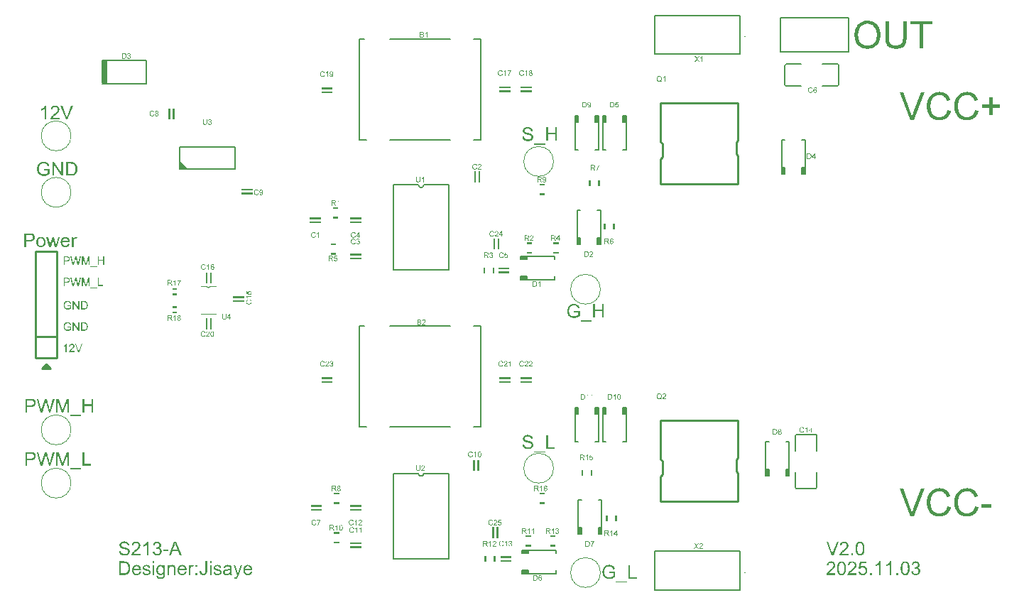
<source format=gto>
G04*
G04 #@! TF.GenerationSoftware,Altium Limited,Altium Designer,23.2.1 (34)*
G04*
G04 Layer_Color=65535*
%FSLAX25Y25*%
%MOIN*%
G70*
G04*
G04 #@! TF.SameCoordinates,7D5924AB-2F56-4A22-BAC2-9F5A3F461BF2*
G04*
G04*
G04 #@! TF.FilePolarity,Positive*
G04*
G01*
G75*
%ADD10C,0.00394*%
%ADD11C,0.00600*%
%ADD12C,0.00787*%
%ADD13C,0.00100*%
%ADD14C,0.01000*%
%ADD15C,0.00700*%
%ADD16R,0.03150X0.11024*%
G36*
X226450Y862950D02*
X224550D01*
X224550Y863450D01*
X226450D01*
X226450Y862950D01*
D02*
G37*
G36*
X257900Y861700D02*
X253100D01*
Y862200D01*
X257900D01*
Y861700D01*
D02*
G37*
G36*
Y859800D02*
X253100D01*
Y860300D01*
X257900D01*
Y859800D01*
D02*
G37*
G36*
X226450Y857050D02*
X224550D01*
Y857550D01*
X226450D01*
Y857050D01*
D02*
G37*
G36*
X226450Y854450D02*
X224550D01*
X224550Y854950D01*
X226450D01*
X226450Y854450D01*
D02*
G37*
G36*
X242700Y847100D02*
X242200D01*
Y851900D01*
X242700D01*
Y847100D01*
D02*
G37*
G36*
X240800D02*
X240300D01*
Y851900D01*
X240800D01*
Y847100D01*
D02*
G37*
G36*
X299400Y823700D02*
X294600D01*
Y824200D01*
X299400D01*
Y823700D01*
D02*
G37*
G36*
Y821800D02*
X294600D01*
Y822300D01*
X299400D01*
Y821800D01*
D02*
G37*
G36*
X368200Y780600D02*
X367700D01*
Y785400D01*
X368200D01*
Y780600D01*
D02*
G37*
G36*
X366300D02*
X365800D01*
Y785400D01*
X366300D01*
Y780600D01*
D02*
G37*
G36*
X302650Y769450D02*
X300350D01*
Y769950D01*
X302650D01*
Y769450D01*
D02*
G37*
G36*
Y765050D02*
X300350D01*
Y765550D01*
X302650D01*
Y765050D01*
D02*
G37*
G36*
X312900Y763700D02*
X308100D01*
Y764200D01*
X312900D01*
Y763700D01*
D02*
G37*
G36*
X294400D02*
X289600D01*
Y764200D01*
X294400D01*
Y763700D01*
D02*
G37*
G36*
X312900Y761800D02*
X308100D01*
Y762300D01*
X312900D01*
Y761800D01*
D02*
G37*
G36*
X294400D02*
X289600D01*
Y762300D01*
X294400D01*
Y761800D01*
D02*
G37*
G36*
X302650Y750950D02*
X300350D01*
Y751450D01*
X302650D01*
Y750950D01*
D02*
G37*
G36*
X377200Y749100D02*
X376700D01*
Y753900D01*
X377200D01*
Y749100D01*
D02*
G37*
G36*
X375300D02*
X374800D01*
Y753900D01*
X375300D01*
Y749100D01*
D02*
G37*
G36*
X302650Y746550D02*
X300350D01*
Y747050D01*
X302650D01*
Y746550D01*
D02*
G37*
G36*
X312900Y746200D02*
X308100D01*
Y746700D01*
X312900D01*
Y746200D01*
D02*
G37*
G36*
Y744300D02*
X308100D01*
Y744800D01*
X312900D01*
Y744300D01*
D02*
G37*
G36*
X375950Y737850D02*
X375450D01*
Y740150D01*
X375950D01*
Y737850D01*
D02*
G37*
G36*
X371550D02*
X371050D01*
Y740150D01*
X371550D01*
Y737850D01*
D02*
G37*
G36*
X392900Y823700D02*
X388100D01*
Y824200D01*
X392900D01*
Y823700D01*
D02*
G37*
G36*
X382900D02*
X378100D01*
Y824200D01*
X382900D01*
Y823700D01*
D02*
G37*
G36*
X392900Y821800D02*
X388100D01*
Y822300D01*
X392900D01*
Y821800D01*
D02*
G37*
G36*
X382900D02*
X378100D01*
Y822300D01*
X382900D01*
Y821800D01*
D02*
G37*
G36*
X437500Y807000D02*
X436000D01*
Y810000D01*
X437500D01*
Y807000D01*
D02*
G37*
G36*
X428000D02*
X426500D01*
Y810000D01*
X428000D01*
Y807000D01*
D02*
G37*
G36*
X424500D02*
X423000D01*
Y810000D01*
X424500D01*
Y807000D01*
D02*
G37*
G36*
X415000D02*
X413500D01*
Y810000D01*
X415000D01*
Y807000D01*
D02*
G37*
G36*
X421450Y778350D02*
X420950D01*
Y780650D01*
X421450D01*
Y778350D01*
D02*
G37*
G36*
X417050D02*
X416550D01*
Y780650D01*
X417050D01*
Y778350D01*
D02*
G37*
G36*
X514000Y778000D02*
X512500D01*
Y781000D01*
X514000D01*
Y778000D01*
D02*
G37*
G36*
X504500D02*
X503000D01*
Y781000D01*
X504500D01*
Y778000D01*
D02*
G37*
G36*
X399150Y769450D02*
X396850D01*
Y769950D01*
X399150D01*
Y769450D01*
D02*
G37*
G36*
Y765050D02*
X396850D01*
Y765550D01*
X399150D01*
Y765050D01*
D02*
G37*
G36*
X432950Y756850D02*
X432450D01*
Y759150D01*
X432950D01*
Y756850D01*
D02*
G37*
G36*
X428550D02*
X428050D01*
Y759150D01*
X428550D01*
Y756850D01*
D02*
G37*
G36*
X426000Y750500D02*
X424500D01*
Y753500D01*
X426000D01*
Y750500D01*
D02*
G37*
G36*
X416500D02*
X415000D01*
Y753500D01*
X416500D01*
Y750500D01*
D02*
G37*
G36*
X404150Y749450D02*
X401850D01*
Y749950D01*
X404150D01*
Y749450D01*
D02*
G37*
G36*
X392650D02*
X390350D01*
Y749950D01*
X392650D01*
Y749450D01*
D02*
G37*
G36*
X404150Y745050D02*
X401850D01*
Y745550D01*
X404150D01*
Y745050D01*
D02*
G37*
G36*
X392650D02*
X390350D01*
Y745550D01*
X392650D01*
Y745050D01*
D02*
G37*
G36*
X391500Y741500D02*
X388500D01*
Y743000D01*
X391500D01*
Y741500D01*
D02*
G37*
G36*
X383400Y739700D02*
X378600D01*
Y740200D01*
X383400D01*
Y739700D01*
D02*
G37*
G36*
Y737800D02*
X378600D01*
Y738300D01*
X383400D01*
Y737800D01*
D02*
G37*
G36*
X391500Y732000D02*
X388500D01*
Y733500D01*
X391500D01*
Y732000D01*
D02*
G37*
G36*
X392900Y960200D02*
X388100D01*
Y960700D01*
X392900D01*
Y960200D01*
D02*
G37*
G36*
X382900D02*
X378100D01*
Y960700D01*
X382900D01*
Y960200D01*
D02*
G37*
G36*
X299400Y959700D02*
X294600D01*
Y960200D01*
X299400D01*
Y959700D01*
D02*
G37*
G36*
X392900Y958300D02*
X388100D01*
Y958800D01*
X392900D01*
Y958300D01*
D02*
G37*
G36*
X382900D02*
X378100D01*
Y958800D01*
X382900D01*
Y958300D01*
D02*
G37*
G36*
X299400Y957800D02*
X294600D01*
Y958300D01*
X299400D01*
Y957800D01*
D02*
G37*
G36*
X225200Y945600D02*
X224700D01*
Y950400D01*
X225200D01*
Y945600D01*
D02*
G37*
G36*
X223300D02*
X222800D01*
Y950400D01*
X223300D01*
Y945600D01*
D02*
G37*
G36*
X437500Y944000D02*
X436000D01*
Y947000D01*
X437500D01*
Y944000D01*
D02*
G37*
G36*
X428000D02*
X426500D01*
Y947000D01*
X428000D01*
Y944000D01*
D02*
G37*
G36*
X424500D02*
X423000D01*
Y947000D01*
X424500D01*
Y944000D01*
D02*
G37*
G36*
X415000D02*
X413500D01*
Y947000D01*
X415000D01*
Y944000D01*
D02*
G37*
G36*
X231837Y921882D02*
X227900D01*
Y925819D01*
X231837Y921882D01*
D02*
G37*
G36*
X521500Y919500D02*
X520000D01*
Y922500D01*
X521500D01*
Y919500D01*
D02*
G37*
G36*
X512000D02*
X510500D01*
Y922500D01*
X512000D01*
Y919500D01*
D02*
G37*
G36*
X368700Y916100D02*
X368200D01*
Y920900D01*
X368700D01*
Y916100D01*
D02*
G37*
G36*
X366800D02*
X366300D01*
Y920900D01*
X366800D01*
Y916100D01*
D02*
G37*
G36*
X399150Y914450D02*
X396850D01*
Y914950D01*
X399150D01*
Y914450D01*
D02*
G37*
G36*
X424950Y914350D02*
X424450D01*
Y916650D01*
X424950D01*
Y914350D01*
D02*
G37*
G36*
X420550D02*
X420050D01*
Y916650D01*
X420550D01*
Y914350D01*
D02*
G37*
G36*
X261900Y912200D02*
X257100D01*
Y912700D01*
X261900D01*
Y912200D01*
D02*
G37*
G36*
Y910300D02*
X257100D01*
Y910800D01*
X261900D01*
Y910300D01*
D02*
G37*
G36*
X399150Y910050D02*
X396850D01*
Y910550D01*
X399150D01*
Y910050D01*
D02*
G37*
G36*
X302150Y903450D02*
X299850D01*
Y903950D01*
X302150D01*
Y903450D01*
D02*
G37*
G36*
Y899050D02*
X299850D01*
Y899550D01*
X302150D01*
Y899050D01*
D02*
G37*
G36*
X312900Y898700D02*
X308100D01*
Y899200D01*
X312900D01*
Y898700D01*
D02*
G37*
G36*
X293900D02*
X289100D01*
Y899200D01*
X293900D01*
Y898700D01*
D02*
G37*
G36*
X312900Y896800D02*
X308100D01*
Y897300D01*
X312900D01*
Y896800D01*
D02*
G37*
G36*
X293900D02*
X289100D01*
Y897300D01*
X293900D01*
Y896800D01*
D02*
G37*
G36*
X431950Y893850D02*
X431450D01*
Y896150D01*
X431950D01*
Y893850D01*
D02*
G37*
G36*
X427550D02*
X427050D01*
Y896150D01*
X427550D01*
Y893850D01*
D02*
G37*
G36*
X405550Y886950D02*
X403250D01*
Y887450D01*
X405550D01*
Y886950D01*
D02*
G37*
G36*
X393150D02*
X390850D01*
Y887450D01*
X393150D01*
Y886950D01*
D02*
G37*
G36*
X425500Y886500D02*
X424000D01*
Y889500D01*
X425500D01*
Y886500D01*
D02*
G37*
G36*
X416000D02*
X414500D01*
Y889500D01*
X416000D01*
Y886500D01*
D02*
G37*
G36*
X301150Y886450D02*
X298850D01*
Y886950D01*
X301150D01*
Y886450D01*
D02*
G37*
G36*
X377700Y884600D02*
X377200D01*
Y889400D01*
X377700D01*
Y884600D01*
D02*
G37*
G36*
X375800D02*
X375300D01*
Y889400D01*
X375800D01*
Y884600D01*
D02*
G37*
G36*
X405550Y882550D02*
X403250D01*
Y883050D01*
X405550D01*
Y882550D01*
D02*
G37*
G36*
X393150D02*
X390850D01*
Y883050D01*
X393150D01*
Y882550D01*
D02*
G37*
G36*
X301150Y882050D02*
X298850D01*
Y882550D01*
X301150D01*
Y882050D01*
D02*
G37*
G36*
X312900Y881700D02*
X308100D01*
Y882200D01*
X312900D01*
Y881700D01*
D02*
G37*
G36*
Y879800D02*
X308100D01*
Y880300D01*
X312900D01*
Y879800D01*
D02*
G37*
G36*
X391000Y879500D02*
X388000D01*
Y881000D01*
X391000D01*
Y879500D01*
D02*
G37*
G36*
X382400Y875200D02*
X377600D01*
Y875700D01*
X382400D01*
Y875200D01*
D02*
G37*
G36*
X375450Y873350D02*
X374950D01*
Y875650D01*
X375450D01*
Y873350D01*
D02*
G37*
G36*
X371050D02*
X370550D01*
Y875650D01*
X371050D01*
Y873350D01*
D02*
G37*
G36*
X382400Y873300D02*
X377600D01*
Y873800D01*
X382400D01*
Y873300D01*
D02*
G37*
G36*
X391000Y870000D02*
X388000D01*
Y871500D01*
X391000D01*
Y870000D01*
D02*
G37*
G36*
X242700Y868600D02*
X242200D01*
Y873400D01*
X242700D01*
Y868600D01*
D02*
G37*
G36*
X240800D02*
X240300D01*
Y873400D01*
X240800D01*
Y868600D01*
D02*
G37*
G36*
X226450Y865550D02*
X224550D01*
Y866050D01*
X226450D01*
Y865550D01*
D02*
G37*
G36*
X388655Y968321D02*
X388689Y968317D01*
X388730Y968314D01*
X388770Y968310D01*
X388818Y968299D01*
X388918Y968277D01*
X389029Y968243D01*
X389085Y968221D01*
X389137Y968195D01*
X389188Y968162D01*
X389240Y968128D01*
X389244Y968125D01*
X389251Y968121D01*
X389266Y968110D01*
X389284Y968091D01*
X389303Y968073D01*
X389329Y968047D01*
X389355Y968017D01*
X389385Y967988D01*
X389414Y967951D01*
X389444Y967906D01*
X389477Y967862D01*
X389507Y967814D01*
X389532Y967758D01*
X389562Y967703D01*
X389584Y967644D01*
X389606Y967577D01*
X389274Y967500D01*
Y967503D01*
X389270Y967511D01*
X389262Y967525D01*
X389255Y967544D01*
X389248Y967566D01*
X389236Y967596D01*
X389207Y967655D01*
X389170Y967721D01*
X389125Y967788D01*
X389070Y967851D01*
X389011Y967906D01*
X389003Y967914D01*
X388981Y967929D01*
X388944Y967947D01*
X388896Y967973D01*
X388833Y967995D01*
X388763Y968017D01*
X388678Y968032D01*
X388585Y968036D01*
X388556D01*
X388537Y968032D01*
X388511D01*
X388482Y968029D01*
X388411Y968017D01*
X388334Y968003D01*
X388252Y967977D01*
X388167Y967940D01*
X388089Y967892D01*
X388086D01*
X388082Y967884D01*
X388056Y967866D01*
X388023Y967836D01*
X387982Y967792D01*
X387934Y967736D01*
X387890Y967673D01*
X387849Y967596D01*
X387812Y967511D01*
Y967507D01*
X387808Y967500D01*
X387805Y967488D01*
X387801Y967470D01*
X387793Y967448D01*
X387786Y967422D01*
X387775Y967359D01*
X387760Y967285D01*
X387745Y967204D01*
X387738Y967115D01*
X387734Y967019D01*
Y967015D01*
Y967004D01*
Y966985D01*
Y966963D01*
X387738Y966937D01*
Y966904D01*
X387742Y966867D01*
X387745Y966826D01*
X387756Y966737D01*
X387775Y966641D01*
X387797Y966545D01*
X387827Y966449D01*
Y966445D01*
X387830Y966438D01*
X387838Y966426D01*
X387845Y966408D01*
X387867Y966364D01*
X387901Y966312D01*
X387941Y966253D01*
X387993Y966190D01*
X388052Y966134D01*
X388123Y966082D01*
X388126D01*
X388134Y966079D01*
X388145Y966071D01*
X388160Y966064D01*
X388178Y966057D01*
X388200Y966045D01*
X388252Y966023D01*
X388319Y966001D01*
X388393Y965983D01*
X388474Y965968D01*
X388559Y965964D01*
X388585D01*
X388608Y965968D01*
X388633D01*
X388659Y965971D01*
X388726Y965986D01*
X388804Y966005D01*
X388881Y966034D01*
X388963Y966075D01*
X389003Y966097D01*
X389040Y966127D01*
X389044Y966131D01*
X389048Y966134D01*
X389059Y966145D01*
X389074Y966156D01*
X389089Y966175D01*
X389107Y966197D01*
X389129Y966219D01*
X389148Y966249D01*
X389170Y966282D01*
X389196Y966319D01*
X389218Y966356D01*
X389240Y966401D01*
X389259Y966449D01*
X389277Y966500D01*
X389296Y966556D01*
X389310Y966615D01*
X389651Y966530D01*
Y966526D01*
X389647Y966512D01*
X389640Y966489D01*
X389629Y966460D01*
X389617Y966426D01*
X389603Y966386D01*
X389584Y966341D01*
X389562Y966293D01*
X389510Y966190D01*
X389444Y966086D01*
X389403Y966034D01*
X389362Y965983D01*
X389318Y965938D01*
X389266Y965894D01*
X389262Y965890D01*
X389255Y965883D01*
X389236Y965875D01*
X389218Y965860D01*
X389188Y965842D01*
X389159Y965823D01*
X389118Y965805D01*
X389077Y965786D01*
X389029Y965764D01*
X388977Y965746D01*
X388922Y965727D01*
X388863Y965709D01*
X388800Y965694D01*
X388733Y965687D01*
X388663Y965679D01*
X388589Y965675D01*
X388548D01*
X388519Y965679D01*
X388485D01*
X388445Y965683D01*
X388400Y965690D01*
X388349Y965698D01*
X388241Y965716D01*
X388130Y965746D01*
X388019Y965786D01*
X387967Y965812D01*
X387915Y965842D01*
X387912Y965846D01*
X387904Y965849D01*
X387890Y965860D01*
X387875Y965875D01*
X387853Y965890D01*
X387827Y965912D01*
X387797Y965938D01*
X387768Y965968D01*
X387738Y966001D01*
X387705Y966034D01*
X387638Y966119D01*
X387575Y966219D01*
X387520Y966330D01*
Y966334D01*
X387512Y966345D01*
X387509Y966364D01*
X387497Y966386D01*
X387490Y966415D01*
X387479Y966452D01*
X387464Y966493D01*
X387453Y966537D01*
X387442Y966586D01*
X387427Y966641D01*
X387409Y966756D01*
X387394Y966885D01*
X387386Y967019D01*
Y967022D01*
Y967037D01*
Y967059D01*
X387390Y967085D01*
Y967122D01*
X387394Y967159D01*
X387398Y967207D01*
X387405Y967255D01*
X387423Y967363D01*
X387449Y967481D01*
X387486Y967599D01*
X387538Y967714D01*
X387542Y967718D01*
X387546Y967729D01*
X387553Y967744D01*
X387568Y967762D01*
X387582Y967788D01*
X387601Y967818D01*
X387649Y967884D01*
X387712Y967958D01*
X387786Y968032D01*
X387871Y968106D01*
X387971Y968169D01*
X387975Y968173D01*
X387986Y968177D01*
X388001Y968184D01*
X388019Y968195D01*
X388049Y968206D01*
X388078Y968217D01*
X388115Y968232D01*
X388156Y968247D01*
X388200Y968262D01*
X388248Y968277D01*
X388352Y968299D01*
X388471Y968317D01*
X388593Y968325D01*
X388630D01*
X388655Y968321D01*
D02*
G37*
G36*
X391124Y965720D02*
X390809D01*
Y967721D01*
X390805Y967718D01*
X390787Y967703D01*
X390765Y967681D01*
X390728Y967655D01*
X390687Y967622D01*
X390635Y967585D01*
X390576Y967544D01*
X390509Y967503D01*
X390506D01*
X390502Y967500D01*
X390480Y967485D01*
X390443Y967466D01*
X390398Y967444D01*
X390347Y967418D01*
X390291Y967392D01*
X390235Y967366D01*
X390180Y967344D01*
Y967647D01*
X390184D01*
X390191Y967655D01*
X390206Y967659D01*
X390224Y967670D01*
X390247Y967681D01*
X390272Y967696D01*
X390335Y967733D01*
X390409Y967773D01*
X390483Y967825D01*
X390561Y967884D01*
X390639Y967947D01*
X390642Y967951D01*
X390646Y967955D01*
X390657Y967966D01*
X390672Y967977D01*
X390705Y968014D01*
X390750Y968058D01*
X390794Y968110D01*
X390842Y968169D01*
X390883Y968228D01*
X390920Y968291D01*
X391124D01*
Y965720D01*
D02*
G37*
G36*
X392818Y968288D02*
X392848Y968284D01*
X392881Y968280D01*
X392918Y968277D01*
X392955Y968265D01*
X393044Y968243D01*
X393132Y968210D01*
X393177Y968188D01*
X393221Y968162D01*
X393262Y968128D01*
X393303Y968095D01*
X393306Y968091D01*
X393310Y968088D01*
X393321Y968077D01*
X393336Y968062D01*
X393351Y968040D01*
X393369Y968017D01*
X393406Y967962D01*
X393443Y967892D01*
X393477Y967810D01*
X393503Y967718D01*
X393506Y967670D01*
X393510Y967618D01*
Y967614D01*
Y967610D01*
Y967588D01*
X393506Y967555D01*
X393499Y967514D01*
X393488Y967463D01*
X393469Y967411D01*
X393447Y967359D01*
X393414Y967307D01*
X393410Y967300D01*
X393395Y967285D01*
X393373Y967263D01*
X393343Y967233D01*
X393303Y967200D01*
X393255Y967167D01*
X393199Y967133D01*
X393132Y967104D01*
X393136D01*
X393144Y967100D01*
X393155Y967096D01*
X393169Y967089D01*
X393214Y967070D01*
X393266Y967044D01*
X393321Y967007D01*
X393380Y966967D01*
X393436Y966915D01*
X393488Y966856D01*
Y966852D01*
X393491Y966848D01*
X393506Y966826D01*
X393529Y966789D01*
X393551Y966741D01*
X393573Y966682D01*
X393595Y966611D01*
X393610Y966534D01*
X393614Y966449D01*
Y966445D01*
Y966434D01*
Y966415D01*
X393610Y966393D01*
X393606Y966367D01*
X393602Y966334D01*
X393595Y966297D01*
X393584Y966256D01*
X393558Y966171D01*
X393540Y966123D01*
X393514Y966079D01*
X393488Y966031D01*
X393458Y965986D01*
X393421Y965942D01*
X393380Y965897D01*
X393377Y965894D01*
X393369Y965886D01*
X393358Y965875D01*
X393340Y965864D01*
X393314Y965846D01*
X393288Y965827D01*
X393255Y965809D01*
X393218Y965786D01*
X393177Y965764D01*
X393129Y965746D01*
X393077Y965727D01*
X393025Y965709D01*
X392966Y965698D01*
X392903Y965687D01*
X392840Y965679D01*
X392770Y965675D01*
X392733D01*
X392707Y965679D01*
X392674Y965683D01*
X392637Y965687D01*
X392596Y965694D01*
X392552Y965705D01*
X392452Y965731D01*
X392400Y965749D01*
X392352Y965768D01*
X392300Y965794D01*
X392248Y965823D01*
X392200Y965857D01*
X392156Y965897D01*
X392152Y965901D01*
X392145Y965909D01*
X392134Y965920D01*
X392119Y965938D01*
X392104Y965960D01*
X392082Y965986D01*
X392063Y966016D01*
X392041Y966053D01*
X392019Y966090D01*
X392000Y966134D01*
X391963Y966227D01*
X391949Y966282D01*
X391937Y966338D01*
X391930Y966397D01*
X391926Y966456D01*
Y966460D01*
Y966467D01*
Y966482D01*
X391930Y966497D01*
Y966519D01*
X391934Y966545D01*
X391941Y966604D01*
X391956Y966671D01*
X391978Y966737D01*
X392011Y966808D01*
X392052Y966874D01*
Y966878D01*
X392059Y966882D01*
X392074Y966900D01*
X392104Y966930D01*
X392145Y966967D01*
X392196Y967004D01*
X392259Y967044D01*
X392330Y967078D01*
X392415Y967104D01*
X392411D01*
X392407Y967107D01*
X392396Y967111D01*
X392381Y967118D01*
X392348Y967133D01*
X392304Y967155D01*
X392256Y967185D01*
X392208Y967222D01*
X392163Y967263D01*
X392122Y967307D01*
X392119Y967315D01*
X392108Y967329D01*
X392093Y967359D01*
X392078Y967396D01*
X392059Y967444D01*
X392045Y967500D01*
X392034Y967562D01*
X392030Y967629D01*
Y967633D01*
Y967640D01*
Y967655D01*
X392034Y967677D01*
X392037Y967699D01*
X392041Y967729D01*
X392056Y967792D01*
X392078Y967866D01*
X392115Y967943D01*
X392137Y967984D01*
X392163Y968025D01*
X392196Y968062D01*
X392230Y968099D01*
X392233Y968103D01*
X392241Y968106D01*
X392252Y968117D01*
X392267Y968128D01*
X392285Y968143D01*
X392311Y968158D01*
X392341Y968177D01*
X392370Y968195D01*
X392407Y968214D01*
X392448Y968232D01*
X392493Y968247D01*
X392541Y968262D01*
X392644Y968284D01*
X392703Y968288D01*
X392763Y968291D01*
X392796D01*
X392818Y968288D01*
D02*
G37*
G36*
X378657Y968321D02*
X378691Y968317D01*
X378731Y968314D01*
X378772Y968310D01*
X378820Y968299D01*
X378920Y968277D01*
X379031Y968243D01*
X379087Y968221D01*
X379138Y968195D01*
X379190Y968162D01*
X379242Y968128D01*
X379246Y968125D01*
X379253Y968121D01*
X379268Y968110D01*
X379286Y968091D01*
X379305Y968073D01*
X379331Y968047D01*
X379357Y968017D01*
X379386Y967988D01*
X379416Y967951D01*
X379446Y967906D01*
X379479Y967862D01*
X379508Y967814D01*
X379534Y967758D01*
X379564Y967703D01*
X379586Y967644D01*
X379608Y967577D01*
X379275Y967500D01*
Y967503D01*
X379272Y967511D01*
X379264Y967525D01*
X379257Y967544D01*
X379249Y967566D01*
X379238Y967596D01*
X379209Y967655D01*
X379172Y967721D01*
X379127Y967788D01*
X379072Y967851D01*
X379013Y967906D01*
X379005Y967914D01*
X378983Y967929D01*
X378946Y967947D01*
X378898Y967973D01*
X378835Y967995D01*
X378765Y968017D01*
X378680Y968032D01*
X378587Y968036D01*
X378557D01*
X378539Y968032D01*
X378513D01*
X378484Y968029D01*
X378413Y968017D01*
X378335Y968003D01*
X378254Y967977D01*
X378169Y967940D01*
X378091Y967892D01*
X378088D01*
X378084Y967884D01*
X378058Y967866D01*
X378025Y967836D01*
X377984Y967792D01*
X377936Y967736D01*
X377891Y967673D01*
X377851Y967596D01*
X377814Y967511D01*
Y967507D01*
X377810Y967500D01*
X377806Y967488D01*
X377803Y967470D01*
X377795Y967448D01*
X377788Y967422D01*
X377777Y967359D01*
X377762Y967285D01*
X377747Y967204D01*
X377740Y967115D01*
X377736Y967019D01*
Y967015D01*
Y967004D01*
Y966985D01*
Y966963D01*
X377740Y966937D01*
Y966904D01*
X377744Y966867D01*
X377747Y966826D01*
X377758Y966737D01*
X377777Y966641D01*
X377799Y966545D01*
X377829Y966449D01*
Y966445D01*
X377832Y966438D01*
X377840Y966426D01*
X377847Y966408D01*
X377869Y966364D01*
X377903Y966312D01*
X377943Y966253D01*
X377995Y966190D01*
X378054Y966134D01*
X378125Y966082D01*
X378128D01*
X378136Y966079D01*
X378147Y966071D01*
X378162Y966064D01*
X378180Y966057D01*
X378202Y966045D01*
X378254Y966023D01*
X378321Y966001D01*
X378395Y965983D01*
X378476Y965968D01*
X378561Y965964D01*
X378587D01*
X378609Y965968D01*
X378635D01*
X378661Y965971D01*
X378728Y965986D01*
X378805Y966005D01*
X378883Y966034D01*
X378964Y966075D01*
X379005Y966097D01*
X379042Y966127D01*
X379046Y966131D01*
X379050Y966134D01*
X379061Y966145D01*
X379076Y966156D01*
X379090Y966175D01*
X379109Y966197D01*
X379131Y966219D01*
X379150Y966249D01*
X379172Y966282D01*
X379198Y966319D01*
X379220Y966356D01*
X379242Y966401D01*
X379260Y966449D01*
X379279Y966500D01*
X379297Y966556D01*
X379312Y966615D01*
X379653Y966530D01*
Y966526D01*
X379649Y966512D01*
X379642Y966489D01*
X379630Y966460D01*
X379619Y966426D01*
X379605Y966386D01*
X379586Y966341D01*
X379564Y966293D01*
X379512Y966190D01*
X379446Y966086D01*
X379405Y966034D01*
X379364Y965983D01*
X379320Y965938D01*
X379268Y965894D01*
X379264Y965890D01*
X379257Y965883D01*
X379238Y965875D01*
X379220Y965860D01*
X379190Y965842D01*
X379161Y965823D01*
X379120Y965805D01*
X379079Y965786D01*
X379031Y965764D01*
X378979Y965746D01*
X378924Y965727D01*
X378865Y965709D01*
X378802Y965694D01*
X378735Y965687D01*
X378665Y965679D01*
X378591Y965675D01*
X378550D01*
X378520Y965679D01*
X378487D01*
X378447Y965683D01*
X378402Y965690D01*
X378350Y965698D01*
X378243Y965716D01*
X378132Y965746D01*
X378021Y965786D01*
X377969Y965812D01*
X377917Y965842D01*
X377914Y965846D01*
X377906Y965849D01*
X377891Y965860D01*
X377877Y965875D01*
X377854Y965890D01*
X377829Y965912D01*
X377799Y965938D01*
X377769Y965968D01*
X377740Y966001D01*
X377707Y966034D01*
X377640Y966119D01*
X377577Y966219D01*
X377521Y966330D01*
Y966334D01*
X377514Y966345D01*
X377510Y966364D01*
X377499Y966386D01*
X377492Y966415D01*
X377481Y966452D01*
X377466Y966493D01*
X377455Y966537D01*
X377444Y966586D01*
X377429Y966641D01*
X377411Y966756D01*
X377396Y966885D01*
X377388Y967019D01*
Y967022D01*
Y967037D01*
Y967059D01*
X377392Y967085D01*
Y967122D01*
X377396Y967159D01*
X377399Y967207D01*
X377407Y967255D01*
X377425Y967363D01*
X377451Y967481D01*
X377488Y967599D01*
X377540Y967714D01*
X377544Y967718D01*
X377547Y967729D01*
X377555Y967744D01*
X377570Y967762D01*
X377584Y967788D01*
X377603Y967818D01*
X377651Y967884D01*
X377714Y967958D01*
X377788Y968032D01*
X377873Y968106D01*
X377973Y968169D01*
X377977Y968173D01*
X377988Y968177D01*
X378003Y968184D01*
X378021Y968195D01*
X378051Y968206D01*
X378080Y968217D01*
X378117Y968232D01*
X378158Y968247D01*
X378202Y968262D01*
X378250Y968277D01*
X378354Y968299D01*
X378472Y968317D01*
X378594Y968325D01*
X378631D01*
X378657Y968321D01*
D02*
G37*
G36*
X383612Y967999D02*
X383608Y967995D01*
X383601Y967988D01*
X383586Y967973D01*
X383571Y967951D01*
X383549Y967925D01*
X383519Y967895D01*
X383490Y967858D01*
X383456Y967814D01*
X383423Y967770D01*
X383382Y967718D01*
X383342Y967659D01*
X383301Y967599D01*
X383257Y967533D01*
X383212Y967463D01*
X383168Y967385D01*
X383123Y967307D01*
X383120Y967303D01*
X383112Y967289D01*
X383101Y967266D01*
X383083Y967233D01*
X383064Y967192D01*
X383042Y967148D01*
X383016Y967096D01*
X382990Y967037D01*
X382961Y966970D01*
X382927Y966904D01*
X382898Y966830D01*
X382868Y966752D01*
X382809Y966593D01*
X382753Y966423D01*
Y966419D01*
X382750Y966408D01*
X382746Y966389D01*
X382738Y966367D01*
X382731Y966338D01*
X382724Y966301D01*
X382713Y966260D01*
X382705Y966216D01*
X382694Y966164D01*
X382683Y966108D01*
X382664Y965990D01*
X382646Y965860D01*
X382635Y965720D01*
X382313D01*
Y965724D01*
Y965735D01*
Y965749D01*
X382317Y965772D01*
Y965801D01*
X382320Y965838D01*
X382324Y965879D01*
X382328Y965923D01*
X382335Y965975D01*
X382343Y966027D01*
X382354Y966090D01*
X382365Y966153D01*
X382376Y966219D01*
X382391Y966293D01*
X382428Y966445D01*
Y966449D01*
X382431Y966463D01*
X382439Y966486D01*
X382450Y966519D01*
X382461Y966556D01*
X382476Y966600D01*
X382491Y966652D01*
X382513Y966708D01*
X382535Y966771D01*
X382557Y966833D01*
X382613Y966974D01*
X382679Y967122D01*
X382753Y967270D01*
X382757Y967274D01*
X382764Y967289D01*
X382775Y967307D01*
X382790Y967337D01*
X382809Y967370D01*
X382835Y967411D01*
X382861Y967455D01*
X382890Y967503D01*
X382961Y967610D01*
X383034Y967721D01*
X383120Y967836D01*
X383208Y967943D01*
X381954D01*
Y968247D01*
X383612D01*
Y967999D01*
D02*
G37*
G36*
X381125Y965720D02*
X380811D01*
Y967721D01*
X380807Y967718D01*
X380789Y967703D01*
X380766Y967681D01*
X380729Y967655D01*
X380689Y967622D01*
X380637Y967585D01*
X380578Y967544D01*
X380511Y967503D01*
X380507D01*
X380504Y967500D01*
X380482Y967485D01*
X380445Y967466D01*
X380400Y967444D01*
X380348Y967418D01*
X380293Y967392D01*
X380237Y967366D01*
X380182Y967344D01*
Y967647D01*
X380186D01*
X380193Y967655D01*
X380208Y967659D01*
X380226Y967670D01*
X380248Y967681D01*
X380274Y967696D01*
X380337Y967733D01*
X380411Y967773D01*
X380485Y967825D01*
X380563Y967884D01*
X380641Y967947D01*
X380644Y967951D01*
X380648Y967955D01*
X380659Y967966D01*
X380674Y967977D01*
X380707Y968014D01*
X380752Y968058D01*
X380796Y968110D01*
X380844Y968169D01*
X380885Y968228D01*
X380922Y968291D01*
X381125D01*
Y965720D01*
D02*
G37*
G36*
X388670Y831821D02*
X388704Y831817D01*
X388744Y831814D01*
X388785Y831810D01*
X388833Y831799D01*
X388933Y831777D01*
X389044Y831743D01*
X389100Y831721D01*
X389151Y831695D01*
X389203Y831662D01*
X389255Y831629D01*
X389259Y831625D01*
X389266Y831621D01*
X389281Y831610D01*
X389299Y831592D01*
X389318Y831573D01*
X389344Y831547D01*
X389370Y831518D01*
X389399Y831488D01*
X389429Y831451D01*
X389458Y831406D01*
X389492Y831362D01*
X389521Y831314D01*
X389547Y831258D01*
X389577Y831203D01*
X389599Y831144D01*
X389621Y831077D01*
X389288Y830999D01*
Y831003D01*
X389284Y831011D01*
X389277Y831025D01*
X389270Y831044D01*
X389262Y831066D01*
X389251Y831096D01*
X389222Y831155D01*
X389185Y831221D01*
X389140Y831288D01*
X389085Y831351D01*
X389026Y831406D01*
X389018Y831414D01*
X388996Y831429D01*
X388959Y831447D01*
X388911Y831473D01*
X388848Y831495D01*
X388778Y831518D01*
X388692Y831532D01*
X388600Y831536D01*
X388570D01*
X388552Y831532D01*
X388526D01*
X388496Y831529D01*
X388426Y831518D01*
X388349Y831503D01*
X388267Y831477D01*
X388182Y831440D01*
X388104Y831392D01*
X388101D01*
X388097Y831384D01*
X388071Y831366D01*
X388038Y831336D01*
X387997Y831292D01*
X387949Y831236D01*
X387904Y831173D01*
X387864Y831096D01*
X387827Y831011D01*
Y831007D01*
X387823Y830999D01*
X387819Y830988D01*
X387816Y830970D01*
X387808Y830948D01*
X387801Y830922D01*
X387790Y830859D01*
X387775Y830785D01*
X387760Y830704D01*
X387753Y830615D01*
X387749Y830519D01*
Y830515D01*
Y830504D01*
Y830485D01*
Y830463D01*
X387753Y830437D01*
Y830404D01*
X387756Y830367D01*
X387760Y830326D01*
X387771Y830237D01*
X387790Y830141D01*
X387812Y830045D01*
X387842Y829949D01*
Y829945D01*
X387845Y829938D01*
X387853Y829926D01*
X387860Y829908D01*
X387882Y829864D01*
X387915Y829812D01*
X387956Y829753D01*
X388008Y829690D01*
X388067Y829634D01*
X388138Y829582D01*
X388141D01*
X388149Y829579D01*
X388160Y829571D01*
X388175Y829564D01*
X388193Y829556D01*
X388215Y829545D01*
X388267Y829523D01*
X388334Y829501D01*
X388408Y829482D01*
X388489Y829468D01*
X388574Y829464D01*
X388600D01*
X388622Y829468D01*
X388648D01*
X388674Y829471D01*
X388741Y829486D01*
X388818Y829505D01*
X388896Y829534D01*
X388977Y829575D01*
X389018Y829597D01*
X389055Y829627D01*
X389059Y829630D01*
X389063Y829634D01*
X389074Y829645D01*
X389089Y829656D01*
X389103Y829675D01*
X389122Y829697D01*
X389144Y829719D01*
X389162Y829749D01*
X389185Y829782D01*
X389211Y829819D01*
X389233Y829856D01*
X389255Y829901D01*
X389274Y829949D01*
X389292Y830000D01*
X389310Y830056D01*
X389325Y830115D01*
X389666Y830030D01*
Y830026D01*
X389662Y830012D01*
X389655Y829989D01*
X389643Y829960D01*
X389632Y829926D01*
X389617Y829886D01*
X389599Y829841D01*
X389577Y829793D01*
X389525Y829690D01*
X389458Y829586D01*
X389418Y829534D01*
X389377Y829482D01*
X389333Y829438D01*
X389281Y829394D01*
X389277Y829390D01*
X389270Y829383D01*
X389251Y829375D01*
X389233Y829360D01*
X389203Y829342D01*
X389174Y829323D01*
X389133Y829305D01*
X389092Y829286D01*
X389044Y829264D01*
X388992Y829246D01*
X388937Y829227D01*
X388878Y829209D01*
X388815Y829194D01*
X388748Y829187D01*
X388678Y829179D01*
X388604Y829175D01*
X388563D01*
X388533Y829179D01*
X388500D01*
X388459Y829183D01*
X388415Y829190D01*
X388363Y829198D01*
X388256Y829216D01*
X388145Y829246D01*
X388034Y829286D01*
X387982Y829312D01*
X387930Y829342D01*
X387927Y829346D01*
X387919Y829349D01*
X387904Y829360D01*
X387890Y829375D01*
X387867Y829390D01*
X387842Y829412D01*
X387812Y829438D01*
X387782Y829468D01*
X387753Y829501D01*
X387719Y829534D01*
X387653Y829619D01*
X387590Y829719D01*
X387534Y829830D01*
Y829834D01*
X387527Y829845D01*
X387523Y829864D01*
X387512Y829886D01*
X387505Y829915D01*
X387494Y829952D01*
X387479Y829993D01*
X387468Y830037D01*
X387457Y830086D01*
X387442Y830141D01*
X387423Y830256D01*
X387409Y830385D01*
X387401Y830519D01*
Y830522D01*
Y830537D01*
Y830559D01*
X387405Y830585D01*
Y830622D01*
X387409Y830659D01*
X387412Y830707D01*
X387420Y830755D01*
X387438Y830863D01*
X387464Y830981D01*
X387501Y831099D01*
X387553Y831214D01*
X387557Y831218D01*
X387560Y831229D01*
X387568Y831244D01*
X387582Y831262D01*
X387597Y831288D01*
X387616Y831318D01*
X387664Y831384D01*
X387727Y831458D01*
X387801Y831532D01*
X387886Y831606D01*
X387986Y831669D01*
X387990Y831673D01*
X388001Y831677D01*
X388016Y831684D01*
X388034Y831695D01*
X388064Y831706D01*
X388093Y831717D01*
X388130Y831732D01*
X388171Y831747D01*
X388215Y831762D01*
X388263Y831777D01*
X388367Y831799D01*
X388485Y831817D01*
X388608Y831825D01*
X388645D01*
X388670Y831821D01*
D02*
G37*
G36*
X392855Y831788D02*
X392885Y831784D01*
X392922Y831780D01*
X392962Y831773D01*
X393003Y831765D01*
X393099Y831740D01*
X393195Y831703D01*
X393244Y831680D01*
X393292Y831654D01*
X393336Y831621D01*
X393377Y831584D01*
X393380Y831580D01*
X393388Y831577D01*
X393395Y831562D01*
X393410Y831547D01*
X393428Y831529D01*
X393447Y831503D01*
X393465Y831477D01*
X393488Y831444D01*
X393525Y831373D01*
X393562Y831284D01*
X393577Y831240D01*
X393584Y831188D01*
X393591Y831136D01*
X393595Y831081D01*
Y831073D01*
Y831055D01*
X393591Y831025D01*
X393588Y830985D01*
X393580Y830940D01*
X393566Y830888D01*
X393551Y830833D01*
X393529Y830777D01*
X393525Y830770D01*
X393517Y830752D01*
X393503Y830722D01*
X393480Y830681D01*
X393451Y830637D01*
X393414Y830581D01*
X393369Y830526D01*
X393318Y830463D01*
X393310Y830456D01*
X393292Y830433D01*
X393273Y830415D01*
X393255Y830396D01*
X393232Y830374D01*
X393203Y830345D01*
X393173Y830315D01*
X393136Y830282D01*
X393099Y830245D01*
X393055Y830204D01*
X393007Y830163D01*
X392955Y830115D01*
X392896Y830067D01*
X392836Y830015D01*
X392833Y830012D01*
X392826Y830004D01*
X392811Y829993D01*
X392792Y829978D01*
X392770Y829956D01*
X392744Y829934D01*
X392685Y829886D01*
X392622Y829830D01*
X392563Y829775D01*
X392511Y829727D01*
X392489Y829708D01*
X392470Y829690D01*
X392467Y829686D01*
X392456Y829675D01*
X392441Y829660D01*
X392422Y829638D01*
X392404Y829612D01*
X392381Y829586D01*
X392337Y829523D01*
X393599D01*
Y829220D01*
X391900D01*
Y829224D01*
Y829238D01*
Y829261D01*
X391904Y829290D01*
X391908Y829323D01*
X391915Y829360D01*
X391923Y829397D01*
X391937Y829438D01*
Y829442D01*
X391941Y829445D01*
X391949Y829468D01*
X391963Y829501D01*
X391986Y829545D01*
X392015Y829597D01*
X392052Y829656D01*
X392093Y829716D01*
X392145Y829778D01*
Y829782D01*
X392152Y829786D01*
X392171Y829808D01*
X392204Y829841D01*
X392252Y829889D01*
X392307Y829945D01*
X392378Y830012D01*
X392463Y830086D01*
X392555Y830163D01*
X392559Y830167D01*
X392574Y830178D01*
X392596Y830197D01*
X392622Y830219D01*
X392655Y830248D01*
X392696Y830282D01*
X392737Y830319D01*
X392785Y830359D01*
X392877Y830448D01*
X392970Y830537D01*
X393014Y830581D01*
X393055Y830626D01*
X393092Y830667D01*
X393122Y830707D01*
Y830711D01*
X393129Y830715D01*
X393136Y830726D01*
X393144Y830741D01*
X393169Y830781D01*
X393199Y830829D01*
X393225Y830888D01*
X393251Y830951D01*
X393266Y831022D01*
X393273Y831088D01*
Y831092D01*
Y831096D01*
X393269Y831118D01*
X393266Y831155D01*
X393255Y831196D01*
X393240Y831247D01*
X393214Y831299D01*
X393181Y831351D01*
X393136Y831403D01*
X393129Y831410D01*
X393110Y831425D01*
X393085Y831444D01*
X393044Y831469D01*
X392992Y831492D01*
X392933Y831514D01*
X392862Y831529D01*
X392785Y831532D01*
X392763D01*
X392748Y831529D01*
X392703Y831525D01*
X392652Y831514D01*
X392596Y831499D01*
X392533Y831473D01*
X392474Y831440D01*
X392418Y831395D01*
X392411Y831388D01*
X392396Y831369D01*
X392374Y831340D01*
X392352Y831295D01*
X392326Y831244D01*
X392304Y831177D01*
X392289Y831103D01*
X392282Y831018D01*
X391960Y831051D01*
Y831055D01*
X391963Y831066D01*
Y831085D01*
X391967Y831110D01*
X391974Y831140D01*
X391982Y831173D01*
X391993Y831214D01*
X392004Y831255D01*
X392034Y831344D01*
X392078Y831432D01*
X392104Y831477D01*
X392137Y831521D01*
X392171Y831562D01*
X392208Y831599D01*
X392211Y831603D01*
X392219Y831606D01*
X392230Y831617D01*
X392248Y831629D01*
X392270Y831643D01*
X392296Y831658D01*
X392326Y831677D01*
X392363Y831695D01*
X392404Y831714D01*
X392448Y831732D01*
X392496Y831747D01*
X392548Y831762D01*
X392603Y831773D01*
X392663Y831784D01*
X392726Y831788D01*
X392792Y831791D01*
X392829D01*
X392855Y831788D01*
D02*
G37*
G36*
X390864D02*
X390894Y831784D01*
X390931Y831780D01*
X390972Y831773D01*
X391012Y831765D01*
X391109Y831740D01*
X391205Y831703D01*
X391253Y831680D01*
X391301Y831654D01*
X391345Y831621D01*
X391386Y831584D01*
X391390Y831580D01*
X391397Y831577D01*
X391405Y831562D01*
X391420Y831547D01*
X391438Y831529D01*
X391456Y831503D01*
X391475Y831477D01*
X391497Y831444D01*
X391534Y831373D01*
X391571Y831284D01*
X391586Y831240D01*
X391593Y831188D01*
X391601Y831136D01*
X391604Y831081D01*
Y831073D01*
Y831055D01*
X391601Y831025D01*
X391597Y830985D01*
X391590Y830940D01*
X391575Y830888D01*
X391560Y830833D01*
X391538Y830777D01*
X391534Y830770D01*
X391527Y830752D01*
X391512Y830722D01*
X391490Y830681D01*
X391460Y830637D01*
X391423Y830581D01*
X391379Y830526D01*
X391327Y830463D01*
X391319Y830456D01*
X391301Y830433D01*
X391283Y830415D01*
X391264Y830396D01*
X391242Y830374D01*
X391212Y830345D01*
X391183Y830315D01*
X391146Y830282D01*
X391109Y830245D01*
X391064Y830204D01*
X391016Y830163D01*
X390964Y830115D01*
X390905Y830067D01*
X390846Y830015D01*
X390842Y830012D01*
X390835Y830004D01*
X390820Y829993D01*
X390802Y829978D01*
X390779Y829956D01*
X390754Y829934D01*
X390694Y829886D01*
X390631Y829830D01*
X390572Y829775D01*
X390520Y829727D01*
X390498Y829708D01*
X390480Y829690D01*
X390476Y829686D01*
X390465Y829675D01*
X390450Y829660D01*
X390432Y829638D01*
X390413Y829612D01*
X390391Y829586D01*
X390347Y829523D01*
X391608D01*
Y829220D01*
X389910D01*
Y829224D01*
Y829238D01*
Y829261D01*
X389914Y829290D01*
X389917Y829323D01*
X389925Y829360D01*
X389932Y829397D01*
X389947Y829438D01*
Y829442D01*
X389951Y829445D01*
X389958Y829468D01*
X389973Y829501D01*
X389995Y829545D01*
X390024Y829597D01*
X390061Y829656D01*
X390102Y829716D01*
X390154Y829778D01*
Y829782D01*
X390161Y829786D01*
X390180Y829808D01*
X390213Y829841D01*
X390261Y829889D01*
X390317Y829945D01*
X390387Y830012D01*
X390472Y830086D01*
X390565Y830163D01*
X390568Y830167D01*
X390583Y830178D01*
X390605Y830197D01*
X390631Y830219D01*
X390665Y830248D01*
X390705Y830282D01*
X390746Y830319D01*
X390794Y830359D01*
X390887Y830448D01*
X390979Y830537D01*
X391023Y830581D01*
X391064Y830626D01*
X391101Y830667D01*
X391131Y830707D01*
Y830711D01*
X391138Y830715D01*
X391146Y830726D01*
X391153Y830741D01*
X391179Y830781D01*
X391209Y830829D01*
X391234Y830888D01*
X391260Y830951D01*
X391275Y831022D01*
X391283Y831088D01*
Y831092D01*
Y831096D01*
X391279Y831118D01*
X391275Y831155D01*
X391264Y831196D01*
X391249Y831247D01*
X391223Y831299D01*
X391190Y831351D01*
X391146Y831403D01*
X391138Y831410D01*
X391120Y831425D01*
X391094Y831444D01*
X391053Y831469D01*
X391001Y831492D01*
X390942Y831514D01*
X390872Y831529D01*
X390794Y831532D01*
X390772D01*
X390757Y831529D01*
X390713Y831525D01*
X390661Y831514D01*
X390605Y831499D01*
X390543Y831473D01*
X390483Y831440D01*
X390428Y831395D01*
X390420Y831388D01*
X390406Y831369D01*
X390383Y831340D01*
X390361Y831295D01*
X390335Y831244D01*
X390313Y831177D01*
X390298Y831103D01*
X390291Y831018D01*
X389969Y831051D01*
Y831055D01*
X389973Y831066D01*
Y831085D01*
X389977Y831110D01*
X389984Y831140D01*
X389991Y831173D01*
X390002Y831214D01*
X390014Y831255D01*
X390043Y831344D01*
X390087Y831432D01*
X390113Y831477D01*
X390147Y831521D01*
X390180Y831562D01*
X390217Y831599D01*
X390221Y831603D01*
X390228Y831606D01*
X390239Y831617D01*
X390258Y831629D01*
X390280Y831643D01*
X390306Y831658D01*
X390335Y831677D01*
X390372Y831695D01*
X390413Y831714D01*
X390458Y831732D01*
X390506Y831747D01*
X390557Y831762D01*
X390613Y831773D01*
X390672Y831784D01*
X390735Y831788D01*
X390802Y831791D01*
X390839D01*
X390864Y831788D01*
D02*
G37*
G36*
X378905Y831821D02*
X378939Y831817D01*
X378979Y831814D01*
X379020Y831810D01*
X379068Y831799D01*
X379168Y831777D01*
X379279Y831743D01*
X379334Y831721D01*
X379386Y831695D01*
X379438Y831662D01*
X379490Y831629D01*
X379494Y831625D01*
X379501Y831621D01*
X379516Y831610D01*
X379534Y831592D01*
X379553Y831573D01*
X379579Y831547D01*
X379605Y831518D01*
X379634Y831488D01*
X379664Y831451D01*
X379693Y831406D01*
X379727Y831362D01*
X379756Y831314D01*
X379782Y831258D01*
X379812Y831203D01*
X379834Y831144D01*
X379856Y831077D01*
X379523Y830999D01*
Y831003D01*
X379520Y831011D01*
X379512Y831025D01*
X379505Y831044D01*
X379497Y831066D01*
X379486Y831096D01*
X379457Y831155D01*
X379420Y831221D01*
X379375Y831288D01*
X379320Y831351D01*
X379260Y831406D01*
X379253Y831414D01*
X379231Y831429D01*
X379194Y831447D01*
X379146Y831473D01*
X379083Y831495D01*
X379013Y831518D01*
X378927Y831532D01*
X378835Y831536D01*
X378805D01*
X378787Y831532D01*
X378761D01*
X378731Y831529D01*
X378661Y831518D01*
X378583Y831503D01*
X378502Y831477D01*
X378417Y831440D01*
X378339Y831392D01*
X378335D01*
X378332Y831384D01*
X378306Y831366D01*
X378273Y831336D01*
X378232Y831292D01*
X378184Y831236D01*
X378139Y831173D01*
X378099Y831096D01*
X378062Y831011D01*
Y831007D01*
X378058Y830999D01*
X378054Y830988D01*
X378051Y830970D01*
X378043Y830948D01*
X378036Y830922D01*
X378025Y830859D01*
X378010Y830785D01*
X377995Y830704D01*
X377988Y830615D01*
X377984Y830519D01*
Y830515D01*
Y830504D01*
Y830485D01*
Y830463D01*
X377988Y830437D01*
Y830404D01*
X377991Y830367D01*
X377995Y830326D01*
X378006Y830237D01*
X378025Y830141D01*
X378047Y830045D01*
X378077Y829949D01*
Y829945D01*
X378080Y829938D01*
X378088Y829926D01*
X378095Y829908D01*
X378117Y829864D01*
X378151Y829812D01*
X378191Y829753D01*
X378243Y829690D01*
X378302Y829634D01*
X378373Y829582D01*
X378376D01*
X378384Y829579D01*
X378395Y829571D01*
X378410Y829564D01*
X378428Y829556D01*
X378450Y829545D01*
X378502Y829523D01*
X378569Y829501D01*
X378643Y829482D01*
X378724Y829468D01*
X378809Y829464D01*
X378835D01*
X378857Y829468D01*
X378883D01*
X378909Y829471D01*
X378976Y829486D01*
X379053Y829505D01*
X379131Y829534D01*
X379212Y829575D01*
X379253Y829597D01*
X379290Y829627D01*
X379294Y829630D01*
X379297Y829634D01*
X379309Y829645D01*
X379323Y829656D01*
X379338Y829675D01*
X379357Y829697D01*
X379379Y829719D01*
X379397Y829749D01*
X379420Y829782D01*
X379446Y829819D01*
X379468Y829856D01*
X379490Y829901D01*
X379508Y829949D01*
X379527Y830000D01*
X379545Y830056D01*
X379560Y830115D01*
X379901Y830030D01*
Y830026D01*
X379897Y830012D01*
X379889Y829989D01*
X379878Y829960D01*
X379867Y829926D01*
X379853Y829886D01*
X379834Y829841D01*
X379812Y829793D01*
X379760Y829690D01*
X379693Y829586D01*
X379653Y829534D01*
X379612Y829482D01*
X379568Y829438D01*
X379516Y829394D01*
X379512Y829390D01*
X379505Y829383D01*
X379486Y829375D01*
X379468Y829360D01*
X379438Y829342D01*
X379409Y829323D01*
X379368Y829305D01*
X379327Y829286D01*
X379279Y829264D01*
X379227Y829246D01*
X379172Y829227D01*
X379113Y829209D01*
X379050Y829194D01*
X378983Y829187D01*
X378913Y829179D01*
X378839Y829175D01*
X378798D01*
X378768Y829179D01*
X378735D01*
X378694Y829183D01*
X378650Y829190D01*
X378598Y829198D01*
X378491Y829216D01*
X378380Y829246D01*
X378269Y829286D01*
X378217Y829312D01*
X378165Y829342D01*
X378162Y829346D01*
X378154Y829349D01*
X378139Y829360D01*
X378125Y829375D01*
X378102Y829390D01*
X378077Y829412D01*
X378047Y829438D01*
X378017Y829468D01*
X377988Y829501D01*
X377954Y829534D01*
X377888Y829619D01*
X377825Y829719D01*
X377769Y829830D01*
Y829834D01*
X377762Y829845D01*
X377758Y829864D01*
X377747Y829886D01*
X377740Y829915D01*
X377729Y829952D01*
X377714Y829993D01*
X377703Y830037D01*
X377692Y830086D01*
X377677Y830141D01*
X377658Y830256D01*
X377644Y830385D01*
X377636Y830519D01*
Y830522D01*
Y830537D01*
Y830559D01*
X377640Y830585D01*
Y830622D01*
X377644Y830659D01*
X377647Y830707D01*
X377655Y830755D01*
X377673Y830863D01*
X377699Y830981D01*
X377736Y831099D01*
X377788Y831214D01*
X377792Y831218D01*
X377795Y831229D01*
X377803Y831244D01*
X377818Y831262D01*
X377832Y831288D01*
X377851Y831318D01*
X377899Y831384D01*
X377962Y831458D01*
X378036Y831532D01*
X378121Y831606D01*
X378221Y831669D01*
X378224Y831673D01*
X378236Y831677D01*
X378250Y831684D01*
X378269Y831695D01*
X378298Y831706D01*
X378328Y831717D01*
X378365Y831732D01*
X378406Y831747D01*
X378450Y831762D01*
X378498Y831777D01*
X378602Y831799D01*
X378720Y831817D01*
X378842Y831825D01*
X378879D01*
X378905Y831821D01*
D02*
G37*
G36*
X383364Y829220D02*
X383049D01*
Y831221D01*
X383046Y831218D01*
X383027Y831203D01*
X383005Y831181D01*
X382968Y831155D01*
X382927Y831122D01*
X382875Y831085D01*
X382816Y831044D01*
X382750Y831003D01*
X382746D01*
X382742Y830999D01*
X382720Y830985D01*
X382683Y830966D01*
X382639Y830944D01*
X382587Y830918D01*
X382531Y830892D01*
X382476Y830866D01*
X382420Y830844D01*
Y831147D01*
X382424D01*
X382431Y831155D01*
X382446Y831159D01*
X382465Y831170D01*
X382487Y831181D01*
X382513Y831196D01*
X382576Y831233D01*
X382650Y831273D01*
X382724Y831325D01*
X382801Y831384D01*
X382879Y831447D01*
X382883Y831451D01*
X382887Y831455D01*
X382898Y831466D01*
X382912Y831477D01*
X382946Y831514D01*
X382990Y831558D01*
X383034Y831610D01*
X383083Y831669D01*
X383123Y831728D01*
X383160Y831791D01*
X383364D01*
Y829220D01*
D02*
G37*
G36*
X381099Y831788D02*
X381129Y831784D01*
X381166Y831780D01*
X381207Y831773D01*
X381247Y831765D01*
X381344Y831740D01*
X381440Y831703D01*
X381488Y831680D01*
X381536Y831654D01*
X381580Y831621D01*
X381621Y831584D01*
X381625Y831580D01*
X381632Y831577D01*
X381640Y831562D01*
X381654Y831547D01*
X381673Y831529D01*
X381691Y831503D01*
X381710Y831477D01*
X381732Y831444D01*
X381769Y831373D01*
X381806Y831284D01*
X381821Y831240D01*
X381828Y831188D01*
X381836Y831136D01*
X381839Y831081D01*
Y831073D01*
Y831055D01*
X381836Y831025D01*
X381832Y830985D01*
X381825Y830940D01*
X381810Y830888D01*
X381795Y830833D01*
X381773Y830777D01*
X381769Y830770D01*
X381762Y830752D01*
X381747Y830722D01*
X381725Y830681D01*
X381695Y830637D01*
X381658Y830581D01*
X381614Y830526D01*
X381562Y830463D01*
X381555Y830456D01*
X381536Y830433D01*
X381518Y830415D01*
X381499Y830396D01*
X381477Y830374D01*
X381447Y830345D01*
X381418Y830315D01*
X381381Y830282D01*
X381344Y830245D01*
X381299Y830204D01*
X381251Y830163D01*
X381199Y830115D01*
X381140Y830067D01*
X381081Y830015D01*
X381077Y830012D01*
X381070Y830004D01*
X381055Y829993D01*
X381036Y829978D01*
X381014Y829956D01*
X380988Y829934D01*
X380929Y829886D01*
X380866Y829830D01*
X380807Y829775D01*
X380755Y829727D01*
X380733Y829708D01*
X380715Y829690D01*
X380711Y829686D01*
X380700Y829675D01*
X380685Y829660D01*
X380666Y829638D01*
X380648Y829612D01*
X380626Y829586D01*
X380581Y829523D01*
X381843D01*
Y829220D01*
X380145D01*
Y829224D01*
Y829238D01*
Y829261D01*
X380149Y829290D01*
X380152Y829323D01*
X380160Y829360D01*
X380167Y829397D01*
X380182Y829438D01*
Y829442D01*
X380186Y829445D01*
X380193Y829468D01*
X380208Y829501D01*
X380230Y829545D01*
X380259Y829597D01*
X380296Y829656D01*
X380337Y829716D01*
X380389Y829778D01*
Y829782D01*
X380396Y829786D01*
X380415Y829808D01*
X380448Y829841D01*
X380496Y829889D01*
X380552Y829945D01*
X380622Y830012D01*
X380707Y830086D01*
X380800Y830163D01*
X380803Y830167D01*
X380818Y830178D01*
X380840Y830197D01*
X380866Y830219D01*
X380900Y830248D01*
X380940Y830282D01*
X380981Y830319D01*
X381029Y830359D01*
X381122Y830448D01*
X381214Y830537D01*
X381259Y830581D01*
X381299Y830626D01*
X381336Y830667D01*
X381366Y830707D01*
Y830711D01*
X381373Y830715D01*
X381381Y830726D01*
X381388Y830741D01*
X381414Y830781D01*
X381444Y830829D01*
X381469Y830888D01*
X381495Y830951D01*
X381510Y831022D01*
X381518Y831088D01*
Y831092D01*
Y831096D01*
X381514Y831118D01*
X381510Y831155D01*
X381499Y831196D01*
X381484Y831247D01*
X381458Y831299D01*
X381425Y831351D01*
X381381Y831403D01*
X381373Y831410D01*
X381355Y831425D01*
X381329Y831444D01*
X381288Y831469D01*
X381236Y831492D01*
X381177Y831514D01*
X381107Y831529D01*
X381029Y831532D01*
X381007D01*
X380992Y831529D01*
X380948Y831525D01*
X380896Y831514D01*
X380840Y831499D01*
X380778Y831473D01*
X380718Y831440D01*
X380663Y831395D01*
X380655Y831388D01*
X380641Y831369D01*
X380618Y831340D01*
X380596Y831295D01*
X380570Y831244D01*
X380548Y831177D01*
X380533Y831103D01*
X380526Y831018D01*
X380204Y831051D01*
Y831055D01*
X380208Y831066D01*
Y831085D01*
X380211Y831110D01*
X380219Y831140D01*
X380226Y831173D01*
X380237Y831214D01*
X380248Y831255D01*
X380278Y831344D01*
X380322Y831432D01*
X380348Y831477D01*
X380382Y831521D01*
X380415Y831562D01*
X380452Y831599D01*
X380456Y831603D01*
X380463Y831606D01*
X380474Y831617D01*
X380493Y831629D01*
X380515Y831643D01*
X380541Y831658D01*
X380570Y831677D01*
X380607Y831695D01*
X380648Y831714D01*
X380692Y831732D01*
X380740Y831747D01*
X380792Y831762D01*
X380848Y831773D01*
X380907Y831784D01*
X380970Y831788D01*
X381036Y831791D01*
X381073D01*
X381099Y831788D01*
D02*
G37*
G36*
X433967Y953056D02*
X432942D01*
X432805Y952365D01*
X432809Y952368D01*
X432816Y952372D01*
X432828Y952379D01*
X432846Y952390D01*
X432868Y952402D01*
X432894Y952416D01*
X432953Y952446D01*
X433027Y952475D01*
X433109Y952501D01*
X433197Y952520D01*
X433242Y952527D01*
X433323D01*
X433346Y952524D01*
X433375Y952520D01*
X433408Y952516D01*
X433445Y952509D01*
X433486Y952498D01*
X433575Y952472D01*
X433623Y952453D01*
X433671Y952427D01*
X433719Y952402D01*
X433767Y952372D01*
X433812Y952335D01*
X433856Y952294D01*
X433860Y952291D01*
X433867Y952283D01*
X433878Y952272D01*
X433893Y952254D01*
X433912Y952228D01*
X433930Y952202D01*
X433952Y952168D01*
X433975Y952131D01*
X433993Y952091D01*
X434015Y952046D01*
X434034Y951995D01*
X434052Y951943D01*
X434067Y951887D01*
X434078Y951824D01*
X434086Y951761D01*
X434089Y951695D01*
Y951691D01*
Y951680D01*
Y951661D01*
X434086Y951636D01*
X434082Y951606D01*
X434078Y951573D01*
X434071Y951532D01*
X434063Y951491D01*
X434041Y951395D01*
X434004Y951295D01*
X433982Y951243D01*
X433952Y951195D01*
X433923Y951143D01*
X433886Y951095D01*
X433882Y951092D01*
X433875Y951081D01*
X433860Y951066D01*
X433841Y951047D01*
X433815Y951025D01*
X433786Y950996D01*
X433749Y950970D01*
X433708Y950940D01*
X433664Y950910D01*
X433612Y950885D01*
X433557Y950859D01*
X433497Y950833D01*
X433434Y950814D01*
X433364Y950799D01*
X433290Y950788D01*
X433212Y950785D01*
X433179D01*
X433153Y950788D01*
X433123Y950792D01*
X433090Y950796D01*
X433049Y950799D01*
X433009Y950811D01*
X432916Y950833D01*
X432824Y950866D01*
X432776Y950888D01*
X432728Y950914D01*
X432683Y950944D01*
X432639Y950977D01*
X432635Y950981D01*
X432628Y950984D01*
X432620Y950999D01*
X432606Y951014D01*
X432587Y951033D01*
X432569Y951055D01*
X432546Y951084D01*
X432528Y951118D01*
X432506Y951151D01*
X432483Y951192D01*
X432443Y951280D01*
X432409Y951384D01*
X432398Y951439D01*
X432391Y951499D01*
X432720Y951525D01*
Y951521D01*
Y951513D01*
X432724Y951502D01*
X432728Y951484D01*
X432739Y951443D01*
X432754Y951388D01*
X432776Y951332D01*
X432805Y951269D01*
X432842Y951214D01*
X432887Y951162D01*
X432894Y951158D01*
X432909Y951143D01*
X432939Y951125D01*
X432979Y951103D01*
X433024Y951081D01*
X433079Y951062D01*
X433142Y951047D01*
X433212Y951044D01*
X433235D01*
X433249Y951047D01*
X433294Y951051D01*
X433346Y951066D01*
X433408Y951084D01*
X433471Y951114D01*
X433538Y951158D01*
X433568Y951184D01*
X433597Y951214D01*
X433601Y951217D01*
X433605Y951221D01*
X433612Y951232D01*
X433623Y951243D01*
X433649Y951284D01*
X433678Y951336D01*
X433704Y951399D01*
X433730Y951476D01*
X433749Y951569D01*
X433756Y951617D01*
Y951669D01*
Y951673D01*
Y951680D01*
Y951695D01*
X433752Y951713D01*
Y951735D01*
X433749Y951761D01*
X433738Y951821D01*
X433719Y951891D01*
X433693Y951961D01*
X433656Y952028D01*
X433605Y952091D01*
Y952094D01*
X433597Y952098D01*
X433579Y952117D01*
X433545Y952143D01*
X433501Y952172D01*
X433442Y952198D01*
X433375Y952224D01*
X433297Y952242D01*
X433253Y952250D01*
X433183D01*
X433153Y952246D01*
X433116Y952242D01*
X433072Y952231D01*
X433027Y952220D01*
X432979Y952202D01*
X432931Y952180D01*
X432928Y952176D01*
X432913Y952168D01*
X432890Y952150D01*
X432861Y952131D01*
X432831Y952106D01*
X432802Y952072D01*
X432768Y952039D01*
X432743Y951998D01*
X432446Y952039D01*
X432694Y953356D01*
X433967D01*
Y953056D01*
D02*
G37*
G36*
X430989Y953386D02*
X431063Y953382D01*
X431137Y953375D01*
X431211Y953364D01*
X431274Y953352D01*
X431277D01*
X431285Y953349D01*
X431296D01*
X431311Y953341D01*
X431351Y953330D01*
X431403Y953312D01*
X431462Y953286D01*
X431525Y953253D01*
X431588Y953216D01*
X431647Y953167D01*
X431651Y953164D01*
X431655Y953160D01*
X431666Y953149D01*
X431681Y953138D01*
X431718Y953101D01*
X431762Y953049D01*
X431810Y952986D01*
X431862Y952912D01*
X431910Y952827D01*
X431951Y952731D01*
Y952727D01*
X431954Y952720D01*
X431962Y952705D01*
X431965Y952683D01*
X431977Y952657D01*
X431984Y952627D01*
X431991Y952594D01*
X432002Y952553D01*
X432014Y952512D01*
X432021Y952464D01*
X432039Y952361D01*
X432051Y952246D01*
X432054Y952120D01*
Y952117D01*
Y952109D01*
Y952091D01*
Y952072D01*
X432051Y952046D01*
Y952017D01*
X432047Y951946D01*
X432036Y951865D01*
X432025Y951780D01*
X432006Y951691D01*
X431984Y951602D01*
Y951599D01*
X431980Y951591D01*
X431977Y951580D01*
X431973Y951565D01*
X431958Y951525D01*
X431936Y951473D01*
X431914Y951414D01*
X431884Y951354D01*
X431847Y951291D01*
X431810Y951232D01*
X431806Y951225D01*
X431792Y951206D01*
X431769Y951180D01*
X431740Y951147D01*
X431706Y951110D01*
X431666Y951073D01*
X431625Y951033D01*
X431577Y950999D01*
X431569Y950996D01*
X431555Y950984D01*
X431529Y950970D01*
X431492Y950951D01*
X431448Y950929D01*
X431396Y950910D01*
X431336Y950888D01*
X431270Y950870D01*
X431262D01*
X431251Y950866D01*
X431240Y950862D01*
X431203Y950859D01*
X431151Y950851D01*
X431092Y950844D01*
X431022Y950836D01*
X430944Y950833D01*
X430859Y950829D01*
X429938D01*
Y953389D01*
X430922D01*
X430989Y953386D01*
D02*
G37*
G36*
X420235Y953400D02*
X420253D01*
X420279Y953396D01*
X420342Y953385D01*
X420412Y953370D01*
X420490Y953344D01*
X420568Y953311D01*
X420645Y953266D01*
X420649D01*
X420653Y953259D01*
X420664Y953252D01*
X420679Y953240D01*
X420716Y953211D01*
X420764Y953170D01*
X420812Y953115D01*
X420867Y953048D01*
X420915Y952970D01*
X420960Y952882D01*
Y952878D01*
X420963Y952870D01*
X420971Y952856D01*
X420978Y952837D01*
X420986Y952811D01*
X420997Y952778D01*
X421004Y952741D01*
X421015Y952700D01*
X421026Y952652D01*
X421037Y952597D01*
X421045Y952538D01*
X421052Y952475D01*
X421060Y952404D01*
X421067Y952330D01*
X421071Y952249D01*
Y952164D01*
Y952160D01*
Y952142D01*
Y952116D01*
Y952082D01*
X421067Y952042D01*
Y951994D01*
X421063Y951938D01*
X421056Y951883D01*
X421045Y951757D01*
X421026Y951624D01*
X421000Y951498D01*
X420982Y951435D01*
X420963Y951379D01*
Y951376D01*
X420960Y951368D01*
X420952Y951353D01*
X420945Y951331D01*
X420934Y951309D01*
X420919Y951280D01*
X420882Y951217D01*
X420838Y951146D01*
X420786Y951072D01*
X420719Y951002D01*
X420645Y950939D01*
X420642D01*
X420634Y950932D01*
X420623Y950924D01*
X420608Y950917D01*
X420586Y950906D01*
X420564Y950891D01*
X420534Y950876D01*
X420505Y950865D01*
X420434Y950836D01*
X420349Y950810D01*
X420257Y950795D01*
X420153Y950787D01*
X420123D01*
X420105Y950791D01*
X420079D01*
X420049Y950795D01*
X419979Y950810D01*
X419902Y950828D01*
X419820Y950858D01*
X419739Y950898D01*
X419698Y950924D01*
X419661Y950954D01*
X419657Y950958D01*
X419654Y950961D01*
X419643Y950972D01*
X419631Y950984D01*
X419617Y951002D01*
X419598Y951024D01*
X419561Y951076D01*
X419524Y951143D01*
X419487Y951224D01*
X419457Y951317D01*
X419435Y951424D01*
X419739Y951450D01*
Y951446D01*
X419742Y951439D01*
Y951431D01*
X419746Y951416D01*
X419757Y951376D01*
X419772Y951331D01*
X419791Y951280D01*
X419816Y951228D01*
X419846Y951180D01*
X419883Y951139D01*
X419887Y951135D01*
X419902Y951124D01*
X419928Y951109D01*
X419957Y951095D01*
X419998Y951076D01*
X420046Y951061D01*
X420101Y951050D01*
X420160Y951046D01*
X420186D01*
X420212Y951050D01*
X420246Y951054D01*
X420286Y951061D01*
X420327Y951072D01*
X420371Y951087D01*
X420412Y951109D01*
X420416Y951113D01*
X420431Y951120D01*
X420453Y951135D01*
X420475Y951157D01*
X420505Y951183D01*
X420534Y951213D01*
X420564Y951246D01*
X420594Y951287D01*
X420597Y951291D01*
X420605Y951309D01*
X420619Y951335D01*
X420634Y951368D01*
X420653Y951413D01*
X420671Y951464D01*
X420690Y951524D01*
X420708Y951590D01*
Y951594D01*
X420712Y951598D01*
Y951609D01*
X420716Y951624D01*
X420723Y951661D01*
X420734Y951709D01*
X420741Y951768D01*
X420749Y951831D01*
X420752Y951901D01*
X420756Y951975D01*
Y951979D01*
Y951990D01*
Y952008D01*
Y952038D01*
X420752Y952031D01*
X420738Y952012D01*
X420716Y951986D01*
X420690Y951949D01*
X420653Y951912D01*
X420608Y951871D01*
X420556Y951831D01*
X420497Y951794D01*
X420490Y951790D01*
X420468Y951779D01*
X420434Y951764D01*
X420394Y951749D01*
X420338Y951731D01*
X420279Y951716D01*
X420212Y951705D01*
X420142Y951701D01*
X420112D01*
X420090Y951705D01*
X420061Y951709D01*
X420031Y951712D01*
X419994Y951720D01*
X419957Y951731D01*
X419872Y951757D01*
X419828Y951775D01*
X419783Y951797D01*
X419735Y951823D01*
X419691Y951857D01*
X419646Y951890D01*
X419606Y951931D01*
X419602Y951934D01*
X419594Y951942D01*
X419587Y951953D01*
X419572Y951971D01*
X419554Y951997D01*
X419535Y952023D01*
X419517Y952057D01*
X419498Y952094D01*
X419476Y952134D01*
X419457Y952179D01*
X419439Y952230D01*
X419421Y952282D01*
X419406Y952341D01*
X419398Y952404D01*
X419391Y952467D01*
X419387Y952538D01*
Y952541D01*
Y952556D01*
Y952575D01*
X419391Y952600D01*
X419395Y952634D01*
X419398Y952674D01*
X419406Y952715D01*
X419417Y952763D01*
X419443Y952859D01*
X419461Y952911D01*
X419483Y952967D01*
X419509Y953018D01*
X419543Y953067D01*
X419576Y953118D01*
X419617Y953163D01*
X419620Y953166D01*
X419628Y953174D01*
X419639Y953185D01*
X419657Y953200D01*
X419680Y953218D01*
X419709Y953240D01*
X419739Y953259D01*
X419776Y953285D01*
X419813Y953307D01*
X419857Y953326D01*
X419957Y953366D01*
X420009Y953381D01*
X420068Y953392D01*
X420127Y953400D01*
X420190Y953403D01*
X420216D01*
X420235Y953400D01*
D02*
G37*
G36*
X417985Y953389D02*
X418059Y953385D01*
X418133Y953377D01*
X418207Y953366D01*
X418270Y953355D01*
X418273D01*
X418281Y953351D01*
X418292D01*
X418307Y953344D01*
X418348Y953333D01*
X418399Y953314D01*
X418459Y953289D01*
X418521Y953255D01*
X418584Y953218D01*
X418644Y953170D01*
X418647Y953166D01*
X418651Y953163D01*
X418662Y953152D01*
X418677Y953141D01*
X418714Y953104D01*
X418758Y953052D01*
X418806Y952989D01*
X418858Y952915D01*
X418906Y952830D01*
X418947Y952734D01*
Y952730D01*
X418951Y952722D01*
X418958Y952708D01*
X418962Y952686D01*
X418973Y952660D01*
X418980Y952630D01*
X418988Y952597D01*
X418999Y952556D01*
X419010Y952515D01*
X419017Y952467D01*
X419036Y952364D01*
X419047Y952249D01*
X419051Y952123D01*
Y952119D01*
Y952112D01*
Y952094D01*
Y952075D01*
X419047Y952049D01*
Y952020D01*
X419043Y951949D01*
X419032Y951868D01*
X419021Y951783D01*
X419002Y951694D01*
X418980Y951605D01*
Y951601D01*
X418977Y951594D01*
X418973Y951583D01*
X418969Y951568D01*
X418954Y951527D01*
X418932Y951476D01*
X418910Y951416D01*
X418880Y951357D01*
X418843Y951294D01*
X418806Y951235D01*
X418803Y951228D01*
X418788Y951209D01*
X418766Y951183D01*
X418736Y951150D01*
X418703Y951113D01*
X418662Y951076D01*
X418621Y951035D01*
X418573Y951002D01*
X418566Y950998D01*
X418551Y950987D01*
X418525Y950972D01*
X418488Y950954D01*
X418444Y950932D01*
X418392Y950913D01*
X418333Y950891D01*
X418266Y950873D01*
X418259D01*
X418248Y950869D01*
X418236Y950865D01*
X418199Y950861D01*
X418148Y950854D01*
X418089Y950847D01*
X418018Y950839D01*
X417941Y950836D01*
X417856Y950832D01*
X416934D01*
Y953392D01*
X417918D01*
X417985Y953389D01*
D02*
G37*
G36*
X432579Y813736D02*
X432265D01*
Y815738D01*
X432261Y815734D01*
X432242Y815720D01*
X432220Y815697D01*
X432183Y815672D01*
X432142Y815638D01*
X432091Y815601D01*
X432031Y815561D01*
X431965Y815520D01*
X431961D01*
X431957Y815516D01*
X431935Y815501D01*
X431898Y815483D01*
X431854Y815461D01*
X431802Y815435D01*
X431747Y815409D01*
X431691Y815383D01*
X431636Y815361D01*
Y815664D01*
X431639D01*
X431647Y815672D01*
X431661Y815675D01*
X431680Y815686D01*
X431702Y815697D01*
X431728Y815712D01*
X431791Y815749D01*
X431865Y815790D01*
X431939Y815842D01*
X432017Y815901D01*
X432094Y815964D01*
X432098Y815968D01*
X432102Y815971D01*
X432113Y815982D01*
X432128Y815993D01*
X432161Y816031D01*
X432205Y816075D01*
X432250Y816127D01*
X432298Y816186D01*
X432339Y816245D01*
X432376Y816308D01*
X432579D01*
Y813736D01*
D02*
G37*
G36*
X429993Y816293D02*
X430067Y816290D01*
X430141Y816282D01*
X430215Y816271D01*
X430278Y816260D01*
X430281D01*
X430289Y816256D01*
X430300D01*
X430315Y816249D01*
X430355Y816238D01*
X430407Y816219D01*
X430466Y816193D01*
X430529Y816160D01*
X430592Y816123D01*
X430651Y816075D01*
X430655Y816071D01*
X430659Y816068D01*
X430670Y816056D01*
X430685Y816045D01*
X430722Y816008D01*
X430766Y815956D01*
X430814Y815893D01*
X430866Y815819D01*
X430914Y815734D01*
X430955Y815638D01*
Y815635D01*
X430958Y815627D01*
X430966Y815612D01*
X430969Y815590D01*
X430981Y815564D01*
X430988Y815535D01*
X430995Y815501D01*
X431006Y815461D01*
X431018Y815420D01*
X431025Y815372D01*
X431043Y815268D01*
X431055Y815154D01*
X431058Y815028D01*
Y815024D01*
Y815017D01*
Y814998D01*
Y814980D01*
X431055Y814954D01*
Y814924D01*
X431051Y814854D01*
X431040Y814773D01*
X431029Y814687D01*
X431010Y814598D01*
X430988Y814510D01*
Y814506D01*
X430984Y814499D01*
X430981Y814488D01*
X430977Y814473D01*
X430962Y814432D01*
X430940Y814380D01*
X430918Y814321D01*
X430888Y814262D01*
X430851Y814199D01*
X430814Y814140D01*
X430810Y814132D01*
X430796Y814114D01*
X430773Y814088D01*
X430744Y814055D01*
X430711Y814018D01*
X430670Y813981D01*
X430629Y813940D01*
X430581Y813907D01*
X430574Y813903D01*
X430559Y813892D01*
X430533Y813877D01*
X430496Y813859D01*
X430452Y813836D01*
X430400Y813818D01*
X430340Y813796D01*
X430274Y813777D01*
X430267D01*
X430256Y813773D01*
X430244Y813770D01*
X430207Y813766D01*
X430156Y813759D01*
X430096Y813751D01*
X430026Y813744D01*
X429948Y813740D01*
X429863Y813736D01*
X428942D01*
Y816297D01*
X429926D01*
X429993Y816293D01*
D02*
G37*
G36*
X434296Y816304D02*
X434344Y816297D01*
X434399Y816286D01*
X434459Y816271D01*
X434522Y816253D01*
X434581Y816223D01*
X434585D01*
X434588Y816219D01*
X434607Y816208D01*
X434636Y816189D01*
X434673Y816164D01*
X434714Y816127D01*
X434758Y816086D01*
X434799Y816038D01*
X434840Y815982D01*
X434843Y815975D01*
X434858Y815956D01*
X434873Y815923D01*
X434899Y815875D01*
X434921Y815819D01*
X434951Y815757D01*
X434977Y815683D01*
X434999Y815601D01*
Y815598D01*
X435003Y815590D01*
X435006Y815579D01*
X435010Y815561D01*
X435014Y815538D01*
X435017Y815512D01*
X435025Y815479D01*
X435028Y815442D01*
X435036Y815401D01*
X435040Y815357D01*
X435043Y815305D01*
X435051Y815253D01*
X435054Y815194D01*
Y815135D01*
X435058Y815069D01*
Y814998D01*
Y814994D01*
Y814980D01*
Y814954D01*
Y814924D01*
X435054Y814883D01*
Y814839D01*
X435051Y814791D01*
X435047Y814739D01*
X435036Y814621D01*
X435017Y814499D01*
X434995Y814380D01*
X434980Y814325D01*
X434962Y814269D01*
Y814266D01*
X434958Y814258D01*
X434951Y814243D01*
X434943Y814225D01*
X434936Y814199D01*
X434921Y814173D01*
X434892Y814110D01*
X434855Y814044D01*
X434806Y813970D01*
X434751Y813903D01*
X434684Y813840D01*
X434681D01*
X434677Y813833D01*
X434666Y813825D01*
X434651Y813818D01*
X434632Y813807D01*
X434614Y813792D01*
X434559Y813766D01*
X434492Y813740D01*
X434414Y813714D01*
X434322Y813699D01*
X434222Y813692D01*
X434185D01*
X434159Y813696D01*
X434129Y813699D01*
X434092Y813707D01*
X434052Y813714D01*
X434007Y813725D01*
X433963Y813740D01*
X433915Y813755D01*
X433867Y813777D01*
X433818Y813803D01*
X433770Y813833D01*
X433722Y813870D01*
X433678Y813910D01*
X433637Y813955D01*
X433634Y813958D01*
X433626Y813970D01*
X433615Y813988D01*
X433597Y814018D01*
X433578Y814051D01*
X433560Y814095D01*
X433534Y814147D01*
X433511Y814206D01*
X433489Y814273D01*
X433467Y814351D01*
X433445Y814436D01*
X433426Y814532D01*
X433408Y814635D01*
X433397Y814747D01*
X433389Y814869D01*
X433386Y814998D01*
Y815002D01*
Y815017D01*
Y815043D01*
Y815072D01*
X433389Y815113D01*
Y815157D01*
X433393Y815205D01*
X433397Y815261D01*
X433408Y815376D01*
X433426Y815498D01*
X433449Y815620D01*
X433463Y815675D01*
X433478Y815731D01*
Y815734D01*
X433482Y815742D01*
X433489Y815757D01*
X433497Y815775D01*
X433504Y815801D01*
X433519Y815827D01*
X433548Y815890D01*
X433586Y815956D01*
X433634Y816027D01*
X433689Y816097D01*
X433756Y816156D01*
X433759D01*
X433763Y816164D01*
X433774Y816171D01*
X433789Y816178D01*
X433807Y816193D01*
X433830Y816204D01*
X433885Y816234D01*
X433952Y816260D01*
X434029Y816286D01*
X434122Y816301D01*
X434222Y816308D01*
X434255D01*
X434296Y816304D01*
D02*
G37*
G36*
X421814Y813714D02*
X421499D01*
Y815716D01*
X421496Y815712D01*
X421477Y815697D01*
X421455Y815675D01*
X421418Y815649D01*
X421377Y815616D01*
X421325Y815579D01*
X421266Y815538D01*
X421200Y815498D01*
X421196D01*
X421192Y815494D01*
X421170Y815479D01*
X421133Y815461D01*
X421089Y815438D01*
X421037Y815413D01*
X420981Y815387D01*
X420926Y815361D01*
X420870Y815339D01*
Y815642D01*
X420874D01*
X420882Y815649D01*
X420896Y815653D01*
X420915Y815664D01*
X420937Y815675D01*
X420963Y815690D01*
X421026Y815727D01*
X421100Y815768D01*
X421174Y815819D01*
X421251Y815879D01*
X421329Y815942D01*
X421333Y815945D01*
X421337Y815949D01*
X421348Y815960D01*
X421362Y815971D01*
X421396Y816008D01*
X421440Y816053D01*
X421485Y816104D01*
X421533Y816164D01*
X421573Y816223D01*
X421610Y816286D01*
X421814D01*
Y813714D01*
D02*
G37*
G36*
X419823D02*
X419509D01*
Y815716D01*
X419505Y815712D01*
X419487Y815697D01*
X419464Y815675D01*
X419427Y815649D01*
X419387Y815616D01*
X419335Y815579D01*
X419276Y815538D01*
X419209Y815498D01*
X419205D01*
X419202Y815494D01*
X419179Y815479D01*
X419142Y815461D01*
X419098Y815438D01*
X419046Y815413D01*
X418991Y815387D01*
X418935Y815361D01*
X418880Y815339D01*
Y815642D01*
X418883D01*
X418891Y815649D01*
X418906Y815653D01*
X418924Y815664D01*
X418946Y815675D01*
X418972Y815690D01*
X419035Y815727D01*
X419109Y815768D01*
X419183Y815819D01*
X419261Y815879D01*
X419339Y815942D01*
X419342Y815945D01*
X419346Y815949D01*
X419357Y815960D01*
X419372Y815971D01*
X419405Y816008D01*
X419450Y816053D01*
X419494Y816104D01*
X419542Y816164D01*
X419583Y816223D01*
X419620Y816286D01*
X419823D01*
Y813714D01*
D02*
G37*
G36*
X417237Y816271D02*
X417311Y816267D01*
X417385Y816260D01*
X417459Y816249D01*
X417522Y816238D01*
X417526D01*
X417533Y816234D01*
X417544D01*
X417559Y816227D01*
X417599Y816215D01*
X417651Y816197D01*
X417710Y816171D01*
X417773Y816138D01*
X417836Y816101D01*
X417896Y816053D01*
X417899Y816049D01*
X417903Y816045D01*
X417914Y816034D01*
X417929Y816023D01*
X417966Y815986D01*
X418010Y815934D01*
X418058Y815871D01*
X418110Y815797D01*
X418158Y815712D01*
X418199Y815616D01*
Y815612D01*
X418203Y815605D01*
X418210Y815590D01*
X418214Y815568D01*
X418225Y815542D01*
X418232Y815512D01*
X418240Y815479D01*
X418251Y815438D01*
X418262Y815398D01*
X418269Y815350D01*
X418288Y815246D01*
X418299Y815131D01*
X418302Y815006D01*
Y815002D01*
Y814994D01*
Y814976D01*
Y814957D01*
X418299Y814931D01*
Y814902D01*
X418295Y814832D01*
X418284Y814750D01*
X418273Y814665D01*
X418254Y814576D01*
X418232Y814488D01*
Y814484D01*
X418228Y814476D01*
X418225Y814465D01*
X418221Y814451D01*
X418206Y814410D01*
X418184Y814358D01*
X418162Y814299D01*
X418132Y814240D01*
X418095Y814177D01*
X418058Y814118D01*
X418055Y814110D01*
X418040Y814092D01*
X418018Y814066D01*
X417988Y814032D01*
X417955Y813995D01*
X417914Y813958D01*
X417873Y813918D01*
X417825Y813885D01*
X417818Y813881D01*
X417803Y813870D01*
X417777Y813855D01*
X417740Y813836D01*
X417696Y813814D01*
X417644Y813796D01*
X417585Y813773D01*
X417518Y813755D01*
X417511D01*
X417500Y813751D01*
X417489Y813748D01*
X417452Y813744D01*
X417400Y813736D01*
X417341Y813729D01*
X417270Y813722D01*
X417193Y813718D01*
X417107Y813714D01*
X416186D01*
Y816275D01*
X417170D01*
X417237Y816271D01*
D02*
G37*
G36*
X180926Y836000D02*
X180393D01*
X178906Y839841D01*
X179461D01*
X180460Y837049D01*
Y837043D01*
X180465Y837032D01*
X180471Y837016D01*
X180482Y836993D01*
X180487Y836960D01*
X180499Y836927D01*
X180526Y836844D01*
X180560Y836749D01*
X180593Y836644D01*
X180659Y836422D01*
Y836427D01*
X180665Y836438D01*
X180671Y836455D01*
X180676Y836477D01*
X180693Y836538D01*
X180721Y836622D01*
X180748Y836716D01*
X180782Y836821D01*
X180821Y836932D01*
X180865Y837049D01*
X181908Y839841D01*
X182424D01*
X180926Y836000D01*
D02*
G37*
G36*
X177490Y839852D02*
X177535Y839846D01*
X177590Y839841D01*
X177651Y839830D01*
X177712Y839818D01*
X177857Y839780D01*
X178001Y839724D01*
X178073Y839691D01*
X178145Y839652D01*
X178212Y839602D01*
X178273Y839546D01*
X178279Y839541D01*
X178290Y839535D01*
X178301Y839513D01*
X178323Y839491D01*
X178351Y839463D01*
X178378Y839424D01*
X178406Y839386D01*
X178439Y839336D01*
X178495Y839230D01*
X178551Y839097D01*
X178573Y839030D01*
X178584Y838953D01*
X178595Y838875D01*
X178601Y838792D01*
Y838781D01*
Y838753D01*
X178595Y838708D01*
X178589Y838647D01*
X178578Y838581D01*
X178556Y838503D01*
X178534Y838420D01*
X178500Y838336D01*
X178495Y838325D01*
X178484Y838298D01*
X178462Y838253D01*
X178428Y838192D01*
X178384Y838126D01*
X178329Y838042D01*
X178262Y837959D01*
X178184Y837865D01*
X178173Y837854D01*
X178145Y837820D01*
X178118Y837793D01*
X178090Y837765D01*
X178057Y837732D01*
X178012Y837687D01*
X177968Y837643D01*
X177912Y837593D01*
X177857Y837537D01*
X177790Y837476D01*
X177718Y837415D01*
X177640Y837343D01*
X177551Y837271D01*
X177463Y837193D01*
X177457Y837188D01*
X177446Y837177D01*
X177424Y837160D01*
X177396Y837138D01*
X177363Y837104D01*
X177324Y837071D01*
X177235Y836999D01*
X177141Y836916D01*
X177052Y836833D01*
X176974Y836760D01*
X176941Y836733D01*
X176913Y836705D01*
X176908Y836699D01*
X176891Y836683D01*
X176869Y836660D01*
X176841Y836627D01*
X176813Y836588D01*
X176780Y836549D01*
X176713Y836455D01*
X178606D01*
Y836000D01*
X176058D01*
Y836006D01*
Y836028D01*
Y836061D01*
X176064Y836106D01*
X176070Y836155D01*
X176081Y836211D01*
X176092Y836266D01*
X176114Y836327D01*
Y836333D01*
X176120Y836339D01*
X176131Y836372D01*
X176153Y836422D01*
X176186Y836488D01*
X176231Y836566D01*
X176286Y836655D01*
X176347Y836744D01*
X176425Y836838D01*
Y836844D01*
X176436Y836849D01*
X176464Y836882D01*
X176514Y836932D01*
X176586Y837005D01*
X176669Y837088D01*
X176775Y837188D01*
X176902Y837299D01*
X177041Y837415D01*
X177047Y837421D01*
X177069Y837437D01*
X177102Y837465D01*
X177141Y837498D01*
X177191Y837543D01*
X177252Y837593D01*
X177313Y837648D01*
X177385Y837709D01*
X177524Y837843D01*
X177663Y837976D01*
X177729Y838042D01*
X177790Y838109D01*
X177846Y838170D01*
X177890Y838231D01*
Y838237D01*
X177901Y838242D01*
X177912Y838259D01*
X177923Y838281D01*
X177962Y838342D01*
X178007Y838414D01*
X178045Y838503D01*
X178084Y838597D01*
X178106Y838703D01*
X178118Y838803D01*
Y838808D01*
Y838814D01*
X178112Y838847D01*
X178106Y838903D01*
X178090Y838964D01*
X178068Y839041D01*
X178029Y839119D01*
X177979Y839197D01*
X177912Y839275D01*
X177901Y839286D01*
X177873Y839308D01*
X177834Y839336D01*
X177773Y839374D01*
X177696Y839408D01*
X177607Y839441D01*
X177501Y839463D01*
X177385Y839469D01*
X177352D01*
X177330Y839463D01*
X177263Y839458D01*
X177185Y839441D01*
X177102Y839419D01*
X177008Y839380D01*
X176919Y839330D01*
X176836Y839263D01*
X176824Y839252D01*
X176802Y839225D01*
X176769Y839180D01*
X176736Y839114D01*
X176697Y839036D01*
X176663Y838936D01*
X176641Y838825D01*
X176630Y838697D01*
X176147Y838747D01*
Y838753D01*
X176153Y838769D01*
Y838797D01*
X176158Y838836D01*
X176170Y838881D01*
X176181Y838930D01*
X176197Y838992D01*
X176214Y839052D01*
X176258Y839186D01*
X176325Y839319D01*
X176364Y839386D01*
X176414Y839452D01*
X176464Y839513D01*
X176519Y839569D01*
X176525Y839574D01*
X176536Y839580D01*
X176552Y839596D01*
X176580Y839613D01*
X176614Y839635D01*
X176652Y839657D01*
X176697Y839685D01*
X176752Y839713D01*
X176813Y839741D01*
X176880Y839768D01*
X176952Y839791D01*
X177030Y839813D01*
X177113Y839830D01*
X177202Y839846D01*
X177296Y839852D01*
X177396Y839857D01*
X177452D01*
X177490Y839852D01*
D02*
G37*
G36*
X174915Y836000D02*
X174443D01*
Y839003D01*
X174438Y838997D01*
X174410Y838975D01*
X174377Y838941D01*
X174321Y838903D01*
X174260Y838853D01*
X174183Y838797D01*
X174094Y838736D01*
X173994Y838675D01*
X173988D01*
X173983Y838669D01*
X173950Y838647D01*
X173894Y838620D01*
X173827Y838586D01*
X173750Y838548D01*
X173667Y838509D01*
X173583Y838470D01*
X173500Y838436D01*
Y838892D01*
X173505D01*
X173517Y838903D01*
X173539Y838908D01*
X173567Y838925D01*
X173600Y838941D01*
X173639Y838964D01*
X173733Y839019D01*
X173844Y839080D01*
X173955Y839158D01*
X174072Y839247D01*
X174188Y839341D01*
X174194Y839347D01*
X174199Y839352D01*
X174216Y839369D01*
X174238Y839386D01*
X174288Y839441D01*
X174355Y839508D01*
X174421Y839585D01*
X174494Y839674D01*
X174555Y839763D01*
X174610Y839857D01*
X174915D01*
Y836000D01*
D02*
G37*
G36*
X175526Y849968D02*
X175570D01*
X175676Y849957D01*
X175792Y849940D01*
X175914Y849913D01*
X176048Y849879D01*
X176175Y849835D01*
X176181D01*
X176192Y849829D01*
X176208Y849824D01*
X176231Y849813D01*
X176292Y849780D01*
X176369Y849741D01*
X176453Y849685D01*
X176541Y849619D01*
X176625Y849547D01*
X176702Y849458D01*
X176713Y849447D01*
X176736Y849413D01*
X176769Y849363D01*
X176813Y849291D01*
X176858Y849202D01*
X176908Y849091D01*
X176958Y848969D01*
X176997Y848831D01*
X176536Y848708D01*
Y848714D01*
X176530Y848720D01*
X176525Y848736D01*
X176519Y848758D01*
X176503Y848808D01*
X176480Y848875D01*
X176447Y848953D01*
X176408Y849025D01*
X176369Y849102D01*
X176319Y849169D01*
X176314Y849175D01*
X176297Y849197D01*
X176264Y849225D01*
X176225Y849263D01*
X176175Y849308D01*
X176109Y849352D01*
X176036Y849397D01*
X175953Y849435D01*
X175942Y849441D01*
X175914Y849452D01*
X175864Y849469D01*
X175798Y849491D01*
X175720Y849508D01*
X175631Y849524D01*
X175531Y849535D01*
X175426Y849541D01*
X175365D01*
X175337Y849535D01*
X175304D01*
X175221Y849530D01*
X175126Y849513D01*
X175021Y849496D01*
X174921Y849469D01*
X174821Y849430D01*
X174810Y849424D01*
X174776Y849413D01*
X174732Y849386D01*
X174677Y849358D01*
X174610Y849313D01*
X174538Y849269D01*
X174471Y849214D01*
X174410Y849152D01*
X174405Y849147D01*
X174382Y849125D01*
X174355Y849086D01*
X174321Y849041D01*
X174283Y848986D01*
X174244Y848919D01*
X174205Y848847D01*
X174166Y848769D01*
Y848764D01*
X174160Y848753D01*
X174155Y848736D01*
X174144Y848708D01*
X174133Y848675D01*
X174122Y848636D01*
X174105Y848592D01*
X174094Y848542D01*
X174066Y848425D01*
X174044Y848292D01*
X174027Y848153D01*
X174022Y847998D01*
Y847992D01*
Y847976D01*
Y847948D01*
X174027Y847915D01*
Y847870D01*
X174033Y847815D01*
X174038Y847759D01*
X174044Y847698D01*
X174066Y847560D01*
X174094Y847415D01*
X174138Y847271D01*
X174194Y847132D01*
Y847127D01*
X174205Y847116D01*
X174210Y847099D01*
X174227Y847077D01*
X174266Y847016D01*
X174327Y846938D01*
X174399Y846855D01*
X174488Y846772D01*
X174593Y846694D01*
X174710Y846622D01*
X174715D01*
X174726Y846616D01*
X174743Y846605D01*
X174771Y846594D01*
X174799Y846583D01*
X174838Y846572D01*
X174926Y846538D01*
X175037Y846511D01*
X175159Y846483D01*
X175293Y846461D01*
X175431Y846455D01*
X175487D01*
X175520Y846461D01*
X175554D01*
X175637Y846472D01*
X175737Y846483D01*
X175842Y846505D01*
X175959Y846538D01*
X176075Y846577D01*
X176081D01*
X176092Y846583D01*
X176103Y846588D01*
X176125Y846599D01*
X176186Y846627D01*
X176253Y846660D01*
X176330Y846699D01*
X176414Y846744D01*
X176491Y846794D01*
X176558Y846849D01*
Y847571D01*
X175426D01*
Y848026D01*
X177058D01*
Y846599D01*
X177052Y846594D01*
X177041Y846588D01*
X177019Y846572D01*
X176991Y846550D01*
X176958Y846527D01*
X176919Y846500D01*
X176869Y846466D01*
X176819Y846433D01*
X176702Y846361D01*
X176569Y846283D01*
X176430Y846211D01*
X176280Y846150D01*
X176275D01*
X176264Y846144D01*
X176242Y846139D01*
X176214Y846128D01*
X176175Y846117D01*
X176131Y846100D01*
X176081Y846089D01*
X176031Y846078D01*
X175909Y846050D01*
X175770Y846022D01*
X175620Y846006D01*
X175465Y846000D01*
X175409D01*
X175370Y846006D01*
X175320D01*
X175259Y846011D01*
X175193Y846022D01*
X175121Y846028D01*
X174960Y846061D01*
X174788Y846100D01*
X174610Y846161D01*
X174521Y846194D01*
X174432Y846239D01*
X174427Y846244D01*
X174410Y846250D01*
X174388Y846266D01*
X174355Y846283D01*
X174316Y846311D01*
X174277Y846339D01*
X174172Y846416D01*
X174060Y846516D01*
X173944Y846638D01*
X173833Y846777D01*
X173733Y846938D01*
Y846943D01*
X173722Y846960D01*
X173711Y846982D01*
X173694Y847021D01*
X173678Y847060D01*
X173661Y847116D01*
X173639Y847171D01*
X173617Y847238D01*
X173594Y847310D01*
X173572Y847393D01*
X173556Y847476D01*
X173539Y847565D01*
X173511Y847759D01*
X173500Y847965D01*
Y847970D01*
Y847992D01*
Y848020D01*
X173505Y848059D01*
Y848109D01*
X173511Y848170D01*
X173522Y848231D01*
X173528Y848303D01*
X173544Y848381D01*
X173556Y848464D01*
X173600Y848642D01*
X173655Y848825D01*
X173733Y849008D01*
X173739Y849014D01*
X173744Y849030D01*
X173755Y849053D01*
X173777Y849086D01*
X173800Y849130D01*
X173827Y849175D01*
X173905Y849280D01*
X174000Y849402D01*
X174116Y849519D01*
X174249Y849635D01*
X174327Y849685D01*
X174405Y849735D01*
X174410Y849741D01*
X174427Y849746D01*
X174449Y849757D01*
X174482Y849774D01*
X174527Y849791D01*
X174577Y849813D01*
X174632Y849835D01*
X174699Y849857D01*
X174771Y849879D01*
X174849Y849896D01*
X174932Y849918D01*
X175021Y849935D01*
X175215Y849963D01*
X175315Y849974D01*
X175493D01*
X175526Y849968D01*
D02*
G37*
G36*
X180826Y846067D02*
X180299D01*
X178290Y849080D01*
Y846067D01*
X177801D01*
Y849907D01*
X178323D01*
X180338Y846888D01*
Y849907D01*
X180826D01*
Y846067D01*
D02*
G37*
G36*
X183257Y849902D02*
X183368Y849896D01*
X183479Y849885D01*
X183590Y849868D01*
X183684Y849852D01*
X183690D01*
X183701Y849846D01*
X183718D01*
X183740Y849835D01*
X183801Y849818D01*
X183879Y849791D01*
X183967Y849752D01*
X184062Y849702D01*
X184156Y849646D01*
X184245Y849574D01*
X184250Y849569D01*
X184256Y849563D01*
X184273Y849547D01*
X184295Y849530D01*
X184350Y849474D01*
X184417Y849397D01*
X184489Y849302D01*
X184567Y849191D01*
X184639Y849064D01*
X184700Y848919D01*
Y848914D01*
X184705Y848903D01*
X184717Y848880D01*
X184722Y848847D01*
X184739Y848808D01*
X184750Y848764D01*
X184761Y848714D01*
X184778Y848653D01*
X184794Y848592D01*
X184805Y848520D01*
X184833Y848364D01*
X184850Y848192D01*
X184855Y848003D01*
Y847998D01*
Y847987D01*
Y847959D01*
Y847931D01*
X184850Y847892D01*
Y847848D01*
X184844Y847743D01*
X184827Y847621D01*
X184811Y847493D01*
X184783Y847360D01*
X184750Y847227D01*
Y847221D01*
X184744Y847210D01*
X184739Y847193D01*
X184733Y847171D01*
X184711Y847110D01*
X184678Y847032D01*
X184644Y846943D01*
X184600Y846855D01*
X184545Y846760D01*
X184489Y846672D01*
X184483Y846660D01*
X184461Y846633D01*
X184428Y846594D01*
X184383Y846544D01*
X184334Y846488D01*
X184273Y846433D01*
X184212Y846372D01*
X184139Y846322D01*
X184128Y846316D01*
X184106Y846300D01*
X184067Y846278D01*
X184012Y846250D01*
X183945Y846216D01*
X183867Y846189D01*
X183779Y846155D01*
X183679Y846128D01*
X183668D01*
X183651Y846122D01*
X183634Y846117D01*
X183579Y846111D01*
X183501Y846100D01*
X183412Y846089D01*
X183307Y846078D01*
X183190Y846072D01*
X183063Y846067D01*
X181681D01*
Y849907D01*
X183157D01*
X183257Y849902D01*
D02*
G37*
G36*
X175526Y859968D02*
X175570D01*
X175676Y859957D01*
X175792Y859941D01*
X175914Y859913D01*
X176048Y859879D01*
X176175Y859835D01*
X176181D01*
X176192Y859830D01*
X176208Y859824D01*
X176231Y859813D01*
X176292Y859780D01*
X176369Y859741D01*
X176453Y859685D01*
X176541Y859619D01*
X176625Y859546D01*
X176702Y859458D01*
X176713Y859447D01*
X176736Y859413D01*
X176769Y859363D01*
X176813Y859291D01*
X176858Y859202D01*
X176908Y859091D01*
X176958Y858969D01*
X176997Y858831D01*
X176536Y858708D01*
Y858714D01*
X176530Y858720D01*
X176525Y858736D01*
X176519Y858758D01*
X176503Y858808D01*
X176480Y858875D01*
X176447Y858953D01*
X176408Y859025D01*
X176369Y859102D01*
X176319Y859169D01*
X176314Y859175D01*
X176297Y859197D01*
X176264Y859225D01*
X176225Y859263D01*
X176175Y859308D01*
X176109Y859352D01*
X176036Y859397D01*
X175953Y859435D01*
X175942Y859441D01*
X175914Y859452D01*
X175864Y859469D01*
X175798Y859491D01*
X175720Y859508D01*
X175631Y859524D01*
X175531Y859535D01*
X175426Y859541D01*
X175365D01*
X175337Y859535D01*
X175304D01*
X175221Y859530D01*
X175126Y859513D01*
X175021Y859496D01*
X174921Y859469D01*
X174821Y859430D01*
X174810Y859424D01*
X174776Y859413D01*
X174732Y859385D01*
X174677Y859358D01*
X174610Y859313D01*
X174538Y859269D01*
X174471Y859214D01*
X174410Y859152D01*
X174405Y859147D01*
X174382Y859125D01*
X174355Y859086D01*
X174321Y859041D01*
X174283Y858986D01*
X174244Y858919D01*
X174205Y858847D01*
X174166Y858769D01*
Y858764D01*
X174160Y858753D01*
X174155Y858736D01*
X174144Y858708D01*
X174133Y858675D01*
X174122Y858636D01*
X174105Y858592D01*
X174094Y858542D01*
X174066Y858425D01*
X174044Y858292D01*
X174027Y858153D01*
X174022Y857998D01*
Y857992D01*
Y857976D01*
Y857948D01*
X174027Y857915D01*
Y857870D01*
X174033Y857815D01*
X174038Y857759D01*
X174044Y857698D01*
X174066Y857559D01*
X174094Y857415D01*
X174138Y857271D01*
X174194Y857132D01*
Y857127D01*
X174205Y857116D01*
X174210Y857099D01*
X174227Y857077D01*
X174266Y857016D01*
X174327Y856938D01*
X174399Y856855D01*
X174488Y856771D01*
X174593Y856694D01*
X174710Y856622D01*
X174715D01*
X174726Y856616D01*
X174743Y856605D01*
X174771Y856594D01*
X174799Y856583D01*
X174838Y856572D01*
X174926Y856538D01*
X175037Y856511D01*
X175159Y856483D01*
X175293Y856461D01*
X175431Y856455D01*
X175487D01*
X175520Y856461D01*
X175554D01*
X175637Y856472D01*
X175737Y856483D01*
X175842Y856505D01*
X175959Y856538D01*
X176075Y856577D01*
X176081D01*
X176092Y856583D01*
X176103Y856588D01*
X176125Y856599D01*
X176186Y856627D01*
X176253Y856660D01*
X176330Y856699D01*
X176414Y856744D01*
X176491Y856794D01*
X176558Y856849D01*
Y857571D01*
X175426D01*
Y858026D01*
X177058D01*
Y856599D01*
X177052Y856594D01*
X177041Y856588D01*
X177019Y856572D01*
X176991Y856549D01*
X176958Y856527D01*
X176919Y856499D01*
X176869Y856466D01*
X176819Y856433D01*
X176702Y856361D01*
X176569Y856283D01*
X176430Y856211D01*
X176280Y856150D01*
X176275D01*
X176264Y856144D01*
X176242Y856139D01*
X176214Y856128D01*
X176175Y856116D01*
X176131Y856100D01*
X176081Y856089D01*
X176031Y856078D01*
X175909Y856050D01*
X175770Y856022D01*
X175620Y856006D01*
X175465Y856000D01*
X175409D01*
X175370Y856006D01*
X175320D01*
X175259Y856011D01*
X175193Y856022D01*
X175121Y856028D01*
X174960Y856061D01*
X174788Y856100D01*
X174610Y856161D01*
X174521Y856194D01*
X174432Y856239D01*
X174427Y856244D01*
X174410Y856250D01*
X174388Y856266D01*
X174355Y856283D01*
X174316Y856311D01*
X174277Y856339D01*
X174172Y856416D01*
X174060Y856516D01*
X173944Y856638D01*
X173833Y856777D01*
X173733Y856938D01*
Y856944D01*
X173722Y856960D01*
X173711Y856982D01*
X173694Y857021D01*
X173678Y857060D01*
X173661Y857116D01*
X173639Y857171D01*
X173617Y857238D01*
X173594Y857310D01*
X173572Y857393D01*
X173556Y857476D01*
X173539Y857565D01*
X173511Y857759D01*
X173500Y857965D01*
Y857970D01*
Y857992D01*
Y858020D01*
X173505Y858059D01*
Y858109D01*
X173511Y858170D01*
X173522Y858231D01*
X173528Y858303D01*
X173544Y858381D01*
X173556Y858464D01*
X173600Y858642D01*
X173655Y858825D01*
X173733Y859008D01*
X173739Y859014D01*
X173744Y859030D01*
X173755Y859052D01*
X173777Y859086D01*
X173800Y859130D01*
X173827Y859175D01*
X173905Y859280D01*
X174000Y859402D01*
X174116Y859519D01*
X174249Y859635D01*
X174327Y859685D01*
X174405Y859735D01*
X174410Y859741D01*
X174427Y859746D01*
X174449Y859757D01*
X174482Y859774D01*
X174527Y859791D01*
X174577Y859813D01*
X174632Y859835D01*
X174699Y859857D01*
X174771Y859879D01*
X174849Y859896D01*
X174932Y859918D01*
X175021Y859935D01*
X175215Y859963D01*
X175315Y859974D01*
X175493D01*
X175526Y859968D01*
D02*
G37*
G36*
X180826Y856067D02*
X180299D01*
X178290Y859080D01*
Y856067D01*
X177801D01*
Y859907D01*
X178323D01*
X180338Y856888D01*
Y859907D01*
X180826D01*
Y856067D01*
D02*
G37*
G36*
X183257Y859902D02*
X183368Y859896D01*
X183479Y859885D01*
X183590Y859868D01*
X183684Y859852D01*
X183690D01*
X183701Y859846D01*
X183718D01*
X183740Y859835D01*
X183801Y859818D01*
X183879Y859791D01*
X183967Y859752D01*
X184062Y859702D01*
X184156Y859646D01*
X184245Y859574D01*
X184250Y859569D01*
X184256Y859563D01*
X184273Y859546D01*
X184295Y859530D01*
X184350Y859474D01*
X184417Y859397D01*
X184489Y859302D01*
X184567Y859191D01*
X184639Y859064D01*
X184700Y858919D01*
Y858914D01*
X184705Y858903D01*
X184717Y858881D01*
X184722Y858847D01*
X184739Y858808D01*
X184750Y858764D01*
X184761Y858714D01*
X184778Y858653D01*
X184794Y858592D01*
X184805Y858520D01*
X184833Y858364D01*
X184850Y858192D01*
X184855Y858004D01*
Y857998D01*
Y857987D01*
Y857959D01*
Y857931D01*
X184850Y857893D01*
Y857848D01*
X184844Y857743D01*
X184827Y857621D01*
X184811Y857493D01*
X184783Y857360D01*
X184750Y857226D01*
Y857221D01*
X184744Y857210D01*
X184739Y857193D01*
X184733Y857171D01*
X184711Y857110D01*
X184678Y857032D01*
X184644Y856944D01*
X184600Y856855D01*
X184545Y856760D01*
X184489Y856672D01*
X184483Y856660D01*
X184461Y856633D01*
X184428Y856594D01*
X184383Y856544D01*
X184334Y856488D01*
X184273Y856433D01*
X184212Y856372D01*
X184139Y856322D01*
X184128Y856316D01*
X184106Y856300D01*
X184067Y856277D01*
X184012Y856250D01*
X183945Y856217D01*
X183867Y856189D01*
X183779Y856155D01*
X183679Y856128D01*
X183668D01*
X183651Y856122D01*
X183634Y856116D01*
X183579Y856111D01*
X183501Y856100D01*
X183412Y856089D01*
X183307Y856078D01*
X183190Y856072D01*
X183063Y856067D01*
X181681D01*
Y859907D01*
X183157D01*
X183257Y859902D01*
D02*
G37*
G36*
X185793Y867066D02*
X185305D01*
Y870279D01*
X184184Y867066D01*
X183729D01*
X182619Y870335D01*
Y867066D01*
X182130D01*
Y870906D01*
X182891D01*
X183801Y868181D01*
Y868176D01*
X183806Y868165D01*
X183812Y868148D01*
X183823Y868120D01*
X183845Y868054D01*
X183873Y867970D01*
X183901Y867876D01*
X183934Y867782D01*
X183962Y867693D01*
X183984Y867615D01*
X183990Y867626D01*
X183995Y867654D01*
X184012Y867704D01*
X184034Y867770D01*
X184062Y867859D01*
X184100Y867965D01*
X184139Y868087D01*
X184189Y868231D01*
X185111Y870906D01*
X185793D01*
Y867066D01*
D02*
G37*
G36*
X180615D02*
X180116D01*
X179311Y869991D01*
Y869996D01*
X179305Y870007D01*
X179300Y870024D01*
X179294Y870051D01*
X179278Y870113D01*
X179261Y870185D01*
X179239Y870262D01*
X179217Y870335D01*
X179200Y870396D01*
X179194Y870423D01*
X179189Y870440D01*
Y870434D01*
X179183Y870429D01*
X179178Y870396D01*
X179167Y870346D01*
X179150Y870285D01*
X179133Y870218D01*
X179111Y870140D01*
X179094Y870063D01*
X179072Y869991D01*
X178262Y867066D01*
X177729D01*
X176725Y870906D01*
X177252D01*
X177823Y868386D01*
Y868381D01*
X177829Y868370D01*
X177834Y868348D01*
X177840Y868320D01*
X177846Y868281D01*
X177857Y868242D01*
X177868Y868192D01*
X177879Y868137D01*
X177907Y868020D01*
X177934Y867887D01*
X177962Y867743D01*
X177990Y867598D01*
Y867604D01*
X177996Y867626D01*
X178007Y867654D01*
X178012Y867698D01*
X178023Y867743D01*
X178040Y867798D01*
X178068Y867920D01*
X178101Y868042D01*
X178112Y868103D01*
X178129Y868159D01*
X178140Y868209D01*
X178151Y868253D01*
X178162Y868287D01*
X178168Y868309D01*
X178895Y870906D01*
X179511D01*
X180054Y868958D01*
Y868953D01*
X180066Y868925D01*
X180077Y868886D01*
X180088Y868836D01*
X180104Y868769D01*
X180127Y868697D01*
X180149Y868614D01*
X180171Y868520D01*
X180199Y868414D01*
X180221Y868309D01*
X180271Y868081D01*
X180321Y867843D01*
X180360Y867598D01*
Y867604D01*
X180365Y867615D01*
Y867637D01*
X180376Y867665D01*
X180382Y867698D01*
X180393Y867737D01*
X180399Y867787D01*
X180415Y867843D01*
X180443Y867965D01*
X180476Y868109D01*
X180510Y868264D01*
X180554Y868436D01*
X181153Y870906D01*
X181670D01*
X180615Y867066D01*
D02*
G37*
G36*
X190094Y867521D02*
X191987D01*
Y867066D01*
X189584D01*
Y870906D01*
X190094D01*
Y867521D01*
D02*
G37*
G36*
X175159Y870901D02*
X175254Y870895D01*
X175354Y870890D01*
X175448Y870878D01*
X175531Y870867D01*
X175542D01*
X175581Y870856D01*
X175631Y870845D01*
X175698Y870829D01*
X175770Y870801D01*
X175848Y870767D01*
X175931Y870729D01*
X176003Y870684D01*
X176014Y870679D01*
X176036Y870662D01*
X176070Y870629D01*
X176114Y870590D01*
X176164Y870540D01*
X176214Y870473D01*
X176269Y870401D01*
X176314Y870318D01*
X176319Y870307D01*
X176330Y870279D01*
X176353Y870229D01*
X176375Y870162D01*
X176392Y870085D01*
X176414Y869996D01*
X176425Y869896D01*
X176430Y869791D01*
Y869785D01*
Y869768D01*
Y869746D01*
X176425Y869707D01*
X176419Y869668D01*
X176414Y869619D01*
X176403Y869563D01*
X176392Y869502D01*
X176353Y869374D01*
X176330Y869308D01*
X176297Y869236D01*
X176258Y869164D01*
X176219Y869097D01*
X176170Y869030D01*
X176114Y868964D01*
X176109Y868958D01*
X176097Y868947D01*
X176081Y868930D01*
X176053Y868914D01*
X176020Y868886D01*
X175975Y868858D01*
X175920Y868825D01*
X175859Y868797D01*
X175787Y868764D01*
X175703Y868731D01*
X175615Y868703D01*
X175509Y868681D01*
X175398Y868659D01*
X175276Y868642D01*
X175137Y868631D01*
X174993Y868625D01*
X174011D01*
Y867066D01*
X173500D01*
Y870906D01*
X175076D01*
X175159Y870901D01*
D02*
G37*
G36*
X189245Y866000D02*
X186121D01*
Y866339D01*
X189245D01*
Y866000D01*
D02*
G37*
G36*
X192631Y877066D02*
X192120D01*
Y878875D01*
X190133D01*
Y877066D01*
X189623D01*
Y880906D01*
X190133D01*
Y879330D01*
X192120D01*
Y880906D01*
X192631D01*
Y877066D01*
D02*
G37*
G36*
X185793D02*
X185305D01*
Y880279D01*
X184184Y877066D01*
X183729D01*
X182619Y880334D01*
Y877066D01*
X182130D01*
Y880906D01*
X182891D01*
X183801Y878181D01*
Y878176D01*
X183806Y878164D01*
X183812Y878148D01*
X183823Y878120D01*
X183845Y878053D01*
X183873Y877970D01*
X183901Y877876D01*
X183934Y877782D01*
X183962Y877693D01*
X183984Y877615D01*
X183990Y877626D01*
X183995Y877654D01*
X184012Y877704D01*
X184034Y877770D01*
X184062Y877859D01*
X184100Y877965D01*
X184139Y878087D01*
X184189Y878231D01*
X185111Y880906D01*
X185793D01*
Y877066D01*
D02*
G37*
G36*
X180615D02*
X180116D01*
X179311Y879990D01*
Y879996D01*
X179305Y880007D01*
X179300Y880024D01*
X179294Y880052D01*
X179278Y880113D01*
X179261Y880185D01*
X179239Y880262D01*
X179217Y880334D01*
X179200Y880396D01*
X179194Y880423D01*
X179189Y880440D01*
Y880434D01*
X179183Y880429D01*
X179178Y880396D01*
X179167Y880346D01*
X179150Y880285D01*
X179133Y880218D01*
X179111Y880140D01*
X179094Y880063D01*
X179072Y879990D01*
X178262Y877066D01*
X177729D01*
X176725Y880906D01*
X177252D01*
X177823Y878386D01*
Y878381D01*
X177829Y878370D01*
X177834Y878348D01*
X177840Y878320D01*
X177846Y878281D01*
X177857Y878242D01*
X177868Y878192D01*
X177879Y878137D01*
X177907Y878020D01*
X177934Y877887D01*
X177962Y877743D01*
X177990Y877598D01*
Y877604D01*
X177996Y877626D01*
X178007Y877654D01*
X178012Y877698D01*
X178023Y877743D01*
X178040Y877798D01*
X178068Y877920D01*
X178101Y878042D01*
X178112Y878103D01*
X178129Y878159D01*
X178140Y878209D01*
X178151Y878253D01*
X178162Y878287D01*
X178168Y878309D01*
X178895Y880906D01*
X179511D01*
X180054Y878958D01*
Y878953D01*
X180066Y878925D01*
X180077Y878886D01*
X180088Y878836D01*
X180104Y878769D01*
X180127Y878697D01*
X180149Y878614D01*
X180171Y878520D01*
X180199Y878414D01*
X180221Y878309D01*
X180271Y878081D01*
X180321Y877843D01*
X180360Y877598D01*
Y877604D01*
X180365Y877615D01*
Y877637D01*
X180376Y877665D01*
X180382Y877698D01*
X180393Y877737D01*
X180399Y877787D01*
X180415Y877843D01*
X180443Y877965D01*
X180476Y878109D01*
X180510Y878264D01*
X180554Y878436D01*
X181153Y880906D01*
X181670D01*
X180615Y877066D01*
D02*
G37*
G36*
X175159Y880901D02*
X175254Y880895D01*
X175354Y880890D01*
X175448Y880878D01*
X175531Y880867D01*
X175542D01*
X175581Y880856D01*
X175631Y880845D01*
X175698Y880828D01*
X175770Y880801D01*
X175848Y880767D01*
X175931Y880729D01*
X176003Y880684D01*
X176014Y880679D01*
X176036Y880662D01*
X176070Y880629D01*
X176114Y880590D01*
X176164Y880540D01*
X176214Y880473D01*
X176269Y880401D01*
X176314Y880318D01*
X176319Y880307D01*
X176330Y880279D01*
X176353Y880229D01*
X176375Y880163D01*
X176392Y880085D01*
X176414Y879996D01*
X176425Y879896D01*
X176430Y879791D01*
Y879785D01*
Y879768D01*
Y879746D01*
X176425Y879707D01*
X176419Y879669D01*
X176414Y879619D01*
X176403Y879563D01*
X176392Y879502D01*
X176353Y879374D01*
X176330Y879308D01*
X176297Y879236D01*
X176258Y879163D01*
X176219Y879097D01*
X176170Y879030D01*
X176114Y878964D01*
X176109Y878958D01*
X176097Y878947D01*
X176081Y878930D01*
X176053Y878914D01*
X176020Y878886D01*
X175975Y878858D01*
X175920Y878825D01*
X175859Y878797D01*
X175787Y878764D01*
X175703Y878731D01*
X175615Y878703D01*
X175509Y878681D01*
X175398Y878658D01*
X175276Y878642D01*
X175137Y878631D01*
X174993Y878625D01*
X174011D01*
Y877066D01*
X173500D01*
Y880906D01*
X175076D01*
X175159Y880901D01*
D02*
G37*
G36*
X189245Y876000D02*
X186121D01*
Y876339D01*
X189245D01*
Y876000D01*
D02*
G37*
G36*
X534876Y740611D02*
X533988D01*
X531509Y747012D01*
X532434D01*
X534099Y742359D01*
Y742350D01*
X534108Y742332D01*
X534118Y742304D01*
X534136Y742267D01*
X534145Y742211D01*
X534164Y742156D01*
X534210Y742017D01*
X534266Y741860D01*
X534321Y741684D01*
X534432Y741314D01*
Y741323D01*
X534442Y741342D01*
X534451Y741369D01*
X534460Y741406D01*
X534488Y741508D01*
X534534Y741647D01*
X534580Y741804D01*
X534636Y741980D01*
X534700Y742165D01*
X534774Y742359D01*
X536514Y747012D01*
X537374D01*
X534876Y740611D01*
D02*
G37*
G36*
X544136D02*
X543238D01*
Y741508D01*
X544136D01*
Y740611D01*
D02*
G37*
G36*
X540093Y747030D02*
X540167Y747021D01*
X540260Y747012D01*
X540361Y746993D01*
X540463Y746975D01*
X540704Y746910D01*
X540944Y746818D01*
X541065Y746762D01*
X541185Y746698D01*
X541296Y746614D01*
X541397Y746522D01*
X541407Y746513D01*
X541425Y746503D01*
X541444Y746466D01*
X541481Y746429D01*
X541527Y746383D01*
X541573Y746318D01*
X541619Y746253D01*
X541675Y746170D01*
X541768Y745995D01*
X541860Y745773D01*
X541897Y745661D01*
X541916Y745532D01*
X541934Y745402D01*
X541943Y745264D01*
Y745245D01*
Y745199D01*
X541934Y745125D01*
X541925Y745023D01*
X541906Y744912D01*
X541869Y744783D01*
X541832Y744644D01*
X541777Y744505D01*
X541768Y744487D01*
X541749Y744441D01*
X541712Y744367D01*
X541656Y744265D01*
X541582Y744154D01*
X541490Y744015D01*
X541379Y743876D01*
X541250Y743719D01*
X541231Y743701D01*
X541185Y743645D01*
X541139Y743599D01*
X541092Y743552D01*
X541037Y743497D01*
X540963Y743423D01*
X540889Y743349D01*
X540796Y743266D01*
X540704Y743173D01*
X540593Y743072D01*
X540473Y742970D01*
X540343Y742849D01*
X540195Y742729D01*
X540047Y742600D01*
X540038Y742591D01*
X540019Y742572D01*
X539982Y742544D01*
X539936Y742507D01*
X539881Y742452D01*
X539816Y742396D01*
X539668Y742276D01*
X539510Y742137D01*
X539362Y741998D01*
X539233Y741878D01*
X539178Y741832D01*
X539131Y741786D01*
X539122Y741777D01*
X539094Y741749D01*
X539057Y741712D01*
X539011Y741656D01*
X538965Y741592D01*
X538909Y741527D01*
X538798Y741369D01*
X541953D01*
Y740611D01*
X537707D01*
Y740620D01*
Y740657D01*
Y740713D01*
X537716Y740787D01*
X537725Y740870D01*
X537744Y740963D01*
X537762Y741055D01*
X537799Y741157D01*
Y741166D01*
X537809Y741175D01*
X537827Y741231D01*
X537864Y741314D01*
X537920Y741425D01*
X537993Y741554D01*
X538086Y741703D01*
X538188Y741851D01*
X538317Y742008D01*
Y742017D01*
X538336Y742026D01*
X538382Y742082D01*
X538465Y742165D01*
X538586Y742285D01*
X538724Y742424D01*
X538900Y742591D01*
X539113Y742775D01*
X539344Y742970D01*
X539353Y742979D01*
X539390Y743007D01*
X539446Y743053D01*
X539510Y743109D01*
X539594Y743183D01*
X539696Y743266D01*
X539797Y743358D01*
X539918Y743460D01*
X540149Y743682D01*
X540380Y743904D01*
X540491Y744015D01*
X540593Y744126D01*
X540685Y744228D01*
X540759Y744330D01*
Y744339D01*
X540778Y744348D01*
X540796Y744376D01*
X540815Y744413D01*
X540879Y744515D01*
X540953Y744635D01*
X541018Y744783D01*
X541083Y744940D01*
X541120Y745116D01*
X541139Y745282D01*
Y745292D01*
Y745301D01*
X541129Y745356D01*
X541120Y745449D01*
X541092Y745550D01*
X541055Y745680D01*
X540990Y745810D01*
X540907Y745939D01*
X540796Y746068D01*
X540778Y746087D01*
X540731Y746124D01*
X540667Y746170D01*
X540565Y746235D01*
X540436Y746290D01*
X540287Y746346D01*
X540112Y746383D01*
X539918Y746392D01*
X539862D01*
X539825Y746383D01*
X539714Y746374D01*
X539584Y746346D01*
X539446Y746309D01*
X539289Y746244D01*
X539141Y746161D01*
X539002Y746050D01*
X538983Y746032D01*
X538946Y745985D01*
X538891Y745911D01*
X538835Y745800D01*
X538770Y745671D01*
X538715Y745504D01*
X538678Y745319D01*
X538659Y745107D01*
X537855Y745190D01*
Y745199D01*
X537864Y745227D01*
Y745273D01*
X537873Y745338D01*
X537892Y745412D01*
X537910Y745495D01*
X537938Y745597D01*
X537966Y745698D01*
X538040Y745921D01*
X538151Y746142D01*
X538215Y746253D01*
X538299Y746364D01*
X538382Y746466D01*
X538475Y746559D01*
X538484Y746568D01*
X538502Y746577D01*
X538530Y746605D01*
X538576Y746633D01*
X538632Y746670D01*
X538696Y746707D01*
X538770Y746753D01*
X538863Y746799D01*
X538965Y746845D01*
X539076Y746892D01*
X539196Y746929D01*
X539326Y746966D01*
X539464Y746993D01*
X539612Y747021D01*
X539770Y747030D01*
X539936Y747040D01*
X540028D01*
X540093Y747030D01*
D02*
G37*
G36*
X547558D02*
X547678Y747012D01*
X547817Y746984D01*
X547965Y746947D01*
X548122Y746901D01*
X548270Y746827D01*
X548279D01*
X548289Y746818D01*
X548335Y746790D01*
X548409Y746744D01*
X548501Y746679D01*
X548603Y746587D01*
X548714Y746485D01*
X548816Y746364D01*
X548918Y746226D01*
X548927Y746207D01*
X548964Y746161D01*
X549001Y746078D01*
X549066Y745958D01*
X549121Y745819D01*
X549195Y745661D01*
X549260Y745476D01*
X549316Y745273D01*
Y745264D01*
X549325Y745245D01*
X549334Y745218D01*
X549343Y745171D01*
X549353Y745116D01*
X549362Y745051D01*
X549380Y744968D01*
X549390Y744875D01*
X549408Y744773D01*
X549417Y744663D01*
X549427Y744533D01*
X549445Y744404D01*
X549454Y744255D01*
Y744107D01*
X549464Y743941D01*
Y743765D01*
Y743756D01*
Y743719D01*
Y743654D01*
Y743580D01*
X549454Y743478D01*
Y743367D01*
X549445Y743247D01*
X549436Y743118D01*
X549408Y742822D01*
X549362Y742517D01*
X549306Y742220D01*
X549269Y742082D01*
X549223Y741943D01*
Y741934D01*
X549214Y741915D01*
X549195Y741878D01*
X549177Y741832D01*
X549158Y741767D01*
X549121Y741703D01*
X549047Y741545D01*
X548955Y741379D01*
X548835Y741194D01*
X548696Y741027D01*
X548529Y740870D01*
X548520D01*
X548511Y740851D01*
X548483Y740833D01*
X548446Y740814D01*
X548400Y740787D01*
X548353Y740750D01*
X548215Y740685D01*
X548048Y740620D01*
X547854Y740555D01*
X547623Y740519D01*
X547373Y740500D01*
X547281D01*
X547216Y740509D01*
X547142Y740519D01*
X547049Y740537D01*
X546947Y740555D01*
X546837Y740583D01*
X546726Y740620D01*
X546605Y740657D01*
X546485Y740713D01*
X546365Y740777D01*
X546244Y740851D01*
X546124Y740944D01*
X546013Y741046D01*
X545912Y741157D01*
X545902Y741166D01*
X545884Y741194D01*
X545856Y741240D01*
X545810Y741314D01*
X545763Y741397D01*
X545717Y741508D01*
X545652Y741638D01*
X545597Y741786D01*
X545541Y741952D01*
X545486Y742146D01*
X545431Y742359D01*
X545384Y742600D01*
X545338Y742859D01*
X545310Y743136D01*
X545292Y743441D01*
X545283Y743765D01*
Y743775D01*
Y743812D01*
Y743876D01*
Y743950D01*
X545292Y744052D01*
Y744163D01*
X545301Y744283D01*
X545310Y744422D01*
X545338Y744709D01*
X545384Y745014D01*
X545440Y745319D01*
X545477Y745458D01*
X545514Y745597D01*
Y745606D01*
X545523Y745624D01*
X545541Y745661D01*
X545560Y745708D01*
X545578Y745773D01*
X545615Y745837D01*
X545689Y745995D01*
X545782Y746161D01*
X545902Y746337D01*
X546041Y746513D01*
X546208Y746661D01*
X546217D01*
X546226Y746679D01*
X546254Y746698D01*
X546291Y746716D01*
X546337Y746753D01*
X546392Y746781D01*
X546531Y746855D01*
X546698Y746919D01*
X546892Y746984D01*
X547123Y747021D01*
X547373Y747040D01*
X547456D01*
X547558Y747030D01*
D02*
G37*
G36*
X573634Y737770D02*
X573754Y737751D01*
X573902Y737723D01*
X574068Y737677D01*
X574235Y737621D01*
X574402Y737547D01*
X574411D01*
X574420Y737538D01*
X574475Y737510D01*
X574559Y737455D01*
X574651Y737390D01*
X574762Y737298D01*
X574873Y737196D01*
X574984Y737076D01*
X575077Y736937D01*
X575086Y736918D01*
X575114Y736872D01*
X575151Y736789D01*
X575197Y736687D01*
X575243Y736567D01*
X575280Y736428D01*
X575308Y736271D01*
X575317Y736114D01*
Y736095D01*
Y736040D01*
X575308Y735966D01*
X575289Y735864D01*
X575262Y735744D01*
X575215Y735614D01*
X575160Y735485D01*
X575086Y735355D01*
X575077Y735337D01*
X575049Y735300D01*
X574994Y735235D01*
X574920Y735161D01*
X574827Y735078D01*
X574716Y734985D01*
X574586Y734902D01*
X574429Y734819D01*
X574438D01*
X574457Y734809D01*
X574485Y734800D01*
X574522Y734791D01*
X574623Y734754D01*
X574753Y734698D01*
X574901Y734624D01*
X575049Y734532D01*
X575188Y734412D01*
X575317Y734273D01*
X575326Y734255D01*
X575363Y734199D01*
X575419Y734106D01*
X575475Y733986D01*
X575530Y733838D01*
X575586Y733663D01*
X575623Y733459D01*
X575632Y733237D01*
Y733228D01*
Y733200D01*
Y733154D01*
X575623Y733098D01*
X575613Y733024D01*
X575595Y732941D01*
X575576Y732849D01*
X575558Y732747D01*
X575484Y732525D01*
X575428Y732405D01*
X575373Y732294D01*
X575299Y732173D01*
X575215Y732053D01*
X575123Y731933D01*
X575012Y731822D01*
X575003Y731812D01*
X574984Y731794D01*
X574947Y731766D01*
X574901Y731729D01*
X574846Y731683D01*
X574771Y731637D01*
X574688Y731581D01*
X574586Y731535D01*
X574485Y731480D01*
X574365Y731424D01*
X574244Y731378D01*
X574106Y731331D01*
X573957Y731294D01*
X573800Y731267D01*
X573643Y731248D01*
X573467Y731239D01*
X573384D01*
X573328Y731248D01*
X573254Y731257D01*
X573171Y731267D01*
X573079Y731285D01*
X572977Y731304D01*
X572755Y731359D01*
X572524Y731452D01*
X572403Y731507D01*
X572293Y731572D01*
X572182Y731655D01*
X572071Y731739D01*
X572061Y731748D01*
X572043Y731766D01*
X572015Y731794D01*
X571987Y731831D01*
X571941Y731877D01*
X571895Y731942D01*
X571839Y732007D01*
X571784Y732090D01*
X571728Y732183D01*
X571673Y732275D01*
X571571Y732497D01*
X571488Y732756D01*
X571460Y732895D01*
X571442Y733043D01*
X572228Y733145D01*
Y733135D01*
X572237Y733117D01*
X572246Y733080D01*
X572256Y733034D01*
X572265Y732978D01*
X572283Y732913D01*
X572330Y732774D01*
X572394Y732608D01*
X572477Y732451D01*
X572570Y732303D01*
X572681Y732173D01*
X572699Y732164D01*
X572737Y732127D01*
X572811Y732081D01*
X572903Y732034D01*
X573014Y731979D01*
X573153Y731933D01*
X573310Y731896D01*
X573477Y731886D01*
X573532D01*
X573569Y731896D01*
X573671Y731905D01*
X573800Y731933D01*
X573948Y731979D01*
X574106Y732044D01*
X574263Y732136D01*
X574411Y732266D01*
X574429Y732284D01*
X574475Y732340D01*
X574531Y732423D01*
X574605Y732534D01*
X574679Y732673D01*
X574734Y732830D01*
X574781Y733015D01*
X574799Y733218D01*
Y733228D01*
Y733246D01*
Y733274D01*
X574790Y733311D01*
X574781Y733413D01*
X574753Y733533D01*
X574716Y733681D01*
X574651Y733829D01*
X574559Y733977D01*
X574438Y734116D01*
X574420Y734134D01*
X574374Y734171D01*
X574300Y734227D01*
X574198Y734292D01*
X574068Y734356D01*
X573911Y734412D01*
X573736Y734449D01*
X573541Y734467D01*
X573458D01*
X573393Y734458D01*
X573310Y734449D01*
X573217Y734430D01*
X573106Y734412D01*
X572986Y734384D01*
X573079Y735078D01*
X573125D01*
X573162Y735069D01*
X573282D01*
X573384Y735087D01*
X573504Y735106D01*
X573643Y735133D01*
X573800Y735180D01*
X573948Y735244D01*
X574106Y735327D01*
X574115D01*
X574124Y735337D01*
X574170Y735374D01*
X574235Y735438D01*
X574309Y735522D01*
X574383Y735642D01*
X574448Y735781D01*
X574494Y735938D01*
X574512Y736030D01*
Y736132D01*
Y736141D01*
Y736151D01*
Y736206D01*
X574494Y736280D01*
X574475Y736382D01*
X574438Y736493D01*
X574392Y736613D01*
X574318Y736733D01*
X574217Y736844D01*
X574207Y736854D01*
X574161Y736891D01*
X574096Y736937D01*
X574013Y736993D01*
X573902Y737039D01*
X573772Y737085D01*
X573625Y737122D01*
X573458Y737131D01*
X573384D01*
X573301Y737113D01*
X573190Y737094D01*
X573069Y737057D01*
X572949Y737011D01*
X572820Y736937D01*
X572699Y736844D01*
X572690Y736835D01*
X572653Y736789D01*
X572598Y736724D01*
X572533Y736632D01*
X572468Y736512D01*
X572403Y736364D01*
X572348Y736188D01*
X572311Y735984D01*
X571525Y736123D01*
Y736132D01*
X571534Y736160D01*
X571543Y736197D01*
X571553Y736252D01*
X571571Y736317D01*
X571599Y736391D01*
X571654Y736567D01*
X571747Y736770D01*
X571858Y736974D01*
X571996Y737168D01*
X572172Y737344D01*
X572182Y737353D01*
X572200Y737362D01*
X572228Y737381D01*
X572265Y737409D01*
X572311Y737446D01*
X572376Y737483D01*
X572440Y737520D01*
X572524Y737566D01*
X572709Y737640D01*
X572922Y737714D01*
X573171Y737760D01*
X573301Y737779D01*
X573532D01*
X573634Y737770D01*
D02*
G37*
G36*
X550490Y736918D02*
X547928D01*
X547586Y735189D01*
X547595Y735198D01*
X547613Y735207D01*
X547641Y735226D01*
X547687Y735253D01*
X547743Y735281D01*
X547808Y735318D01*
X547956Y735392D01*
X548141Y735466D01*
X548344Y735531D01*
X548566Y735577D01*
X548677Y735596D01*
X548881D01*
X548936Y735587D01*
X549010Y735577D01*
X549093Y735568D01*
X549186Y735549D01*
X549288Y735522D01*
X549510Y735457D01*
X549630Y735411D01*
X549750Y735346D01*
X549870Y735281D01*
X549991Y735207D01*
X550102Y735115D01*
X550213Y735013D01*
X550222Y735004D01*
X550241Y734985D01*
X550268Y734958D01*
X550305Y734911D01*
X550351Y734846D01*
X550398Y734782D01*
X550453Y734698D01*
X550509Y734606D01*
X550555Y734504D01*
X550610Y734393D01*
X550657Y734264D01*
X550703Y734134D01*
X550740Y733995D01*
X550768Y733838D01*
X550786Y733681D01*
X550796Y733514D01*
Y733505D01*
Y733477D01*
Y733431D01*
X550786Y733366D01*
X550777Y733292D01*
X550768Y733209D01*
X550749Y733108D01*
X550731Y733006D01*
X550675Y732765D01*
X550583Y732515D01*
X550527Y732386D01*
X550453Y732266D01*
X550379Y732136D01*
X550287Y732016D01*
X550278Y732007D01*
X550259Y731979D01*
X550222Y731942D01*
X550176Y731896D01*
X550111Y731840D01*
X550037Y731766D01*
X549944Y731702D01*
X549843Y731628D01*
X549732Y731554D01*
X549602Y731489D01*
X549464Y731424D01*
X549316Y731359D01*
X549158Y731313D01*
X548982Y731276D01*
X548798Y731248D01*
X548603Y731239D01*
X548520D01*
X548455Y731248D01*
X548381Y731257D01*
X548298Y731267D01*
X548196Y731276D01*
X548095Y731304D01*
X547863Y731359D01*
X547632Y731442D01*
X547512Y731498D01*
X547392Y731563D01*
X547281Y731637D01*
X547169Y731720D01*
X547160Y731729D01*
X547142Y731739D01*
X547123Y731776D01*
X547086Y731812D01*
X547040Y731859D01*
X546994Y731914D01*
X546938Y731988D01*
X546892Y732071D01*
X546837Y732155D01*
X546781Y732257D01*
X546679Y732479D01*
X546596Y732737D01*
X546568Y732876D01*
X546550Y733024D01*
X547373Y733089D01*
Y733080D01*
Y733061D01*
X547382Y733034D01*
X547392Y732987D01*
X547419Y732886D01*
X547456Y732747D01*
X547512Y732608D01*
X547586Y732451D01*
X547678Y732312D01*
X547789Y732183D01*
X547808Y732173D01*
X547845Y732136D01*
X547919Y732090D01*
X548021Y732034D01*
X548132Y731979D01*
X548270Y731933D01*
X548427Y731896D01*
X548603Y731886D01*
X548659D01*
X548696Y731896D01*
X548807Y731905D01*
X548936Y731942D01*
X549093Y731988D01*
X549251Y732062D01*
X549417Y732173D01*
X549491Y732238D01*
X549565Y732312D01*
X549575Y732321D01*
X549584Y732331D01*
X549602Y732358D01*
X549630Y732386D01*
X549695Y732488D01*
X549769Y732617D01*
X549833Y732774D01*
X549898Y732969D01*
X549944Y733200D01*
X549963Y733320D01*
Y733450D01*
Y733459D01*
Y733477D01*
Y733514D01*
X549954Y733561D01*
Y733616D01*
X549944Y733681D01*
X549917Y733829D01*
X549870Y734005D01*
X549806Y734180D01*
X549713Y734347D01*
X549584Y734504D01*
Y734514D01*
X549565Y734523D01*
X549519Y734569D01*
X549436Y734634D01*
X549325Y734708D01*
X549177Y734772D01*
X549010Y734837D01*
X548816Y734883D01*
X548705Y734902D01*
X548529D01*
X548455Y734893D01*
X548363Y734883D01*
X548252Y734856D01*
X548141Y734828D01*
X548021Y734782D01*
X547900Y734726D01*
X547891Y734717D01*
X547854Y734698D01*
X547798Y734652D01*
X547724Y734606D01*
X547650Y734541D01*
X547577Y734458D01*
X547493Y734375D01*
X547429Y734273D01*
X546689Y734375D01*
X547308Y737668D01*
X550490D01*
Y736918D01*
D02*
G37*
G36*
X565309Y731350D02*
X564411D01*
Y732247D01*
X565309D01*
Y731350D01*
D02*
G37*
G36*
X561951D02*
X561165D01*
Y736354D01*
X561156Y736345D01*
X561109Y736308D01*
X561054Y736252D01*
X560961Y736188D01*
X560859Y736104D01*
X560730Y736012D01*
X560582Y735910D01*
X560416Y735809D01*
X560406D01*
X560397Y735799D01*
X560342Y735762D01*
X560249Y735716D01*
X560138Y735661D01*
X560008Y735596D01*
X559870Y735531D01*
X559731Y735466D01*
X559592Y735411D01*
Y736169D01*
X559601D01*
X559620Y736188D01*
X559657Y736197D01*
X559703Y736225D01*
X559759Y736252D01*
X559824Y736290D01*
X559981Y736382D01*
X560166Y736484D01*
X560351Y736613D01*
X560545Y736761D01*
X560739Y736918D01*
X560748Y736928D01*
X560758Y736937D01*
X560785Y736965D01*
X560822Y736993D01*
X560906Y737085D01*
X561017Y737196D01*
X561128Y737325D01*
X561248Y737473D01*
X561350Y737621D01*
X561442Y737779D01*
X561951D01*
Y731350D01*
D02*
G37*
G36*
X556975D02*
X556188D01*
Y736354D01*
X556179Y736345D01*
X556133Y736308D01*
X556077Y736252D01*
X555985Y736188D01*
X555883Y736104D01*
X555754Y736012D01*
X555606Y735910D01*
X555439Y735809D01*
X555430D01*
X555420Y735799D01*
X555365Y735762D01*
X555272Y735716D01*
X555162Y735661D01*
X555032Y735596D01*
X554893Y735531D01*
X554754Y735466D01*
X554616Y735411D01*
Y736169D01*
X554625D01*
X554643Y736188D01*
X554680Y736197D01*
X554727Y736225D01*
X554782Y736252D01*
X554847Y736290D01*
X555004Y736382D01*
X555189Y736484D01*
X555374Y736613D01*
X555569Y736761D01*
X555763Y736918D01*
X555772Y736928D01*
X555781Y736937D01*
X555809Y736965D01*
X555846Y736993D01*
X555929Y737085D01*
X556040Y737196D01*
X556151Y737325D01*
X556272Y737473D01*
X556373Y737621D01*
X556466Y737779D01*
X556975D01*
Y731350D01*
D02*
G37*
G36*
X552868D02*
X551970D01*
Y732247D01*
X552868D01*
Y731350D01*
D02*
G37*
G36*
X543849Y737770D02*
X543923Y737760D01*
X544015Y737751D01*
X544117Y737733D01*
X544219Y737714D01*
X544459Y737649D01*
X544700Y737557D01*
X544820Y737501D01*
X544940Y737436D01*
X545051Y737353D01*
X545153Y737261D01*
X545162Y737252D01*
X545181Y737242D01*
X545199Y737205D01*
X545236Y737168D01*
X545283Y737122D01*
X545329Y737057D01*
X545375Y736993D01*
X545431Y736909D01*
X545523Y736733D01*
X545615Y736512D01*
X545652Y736401D01*
X545671Y736271D01*
X545689Y736141D01*
X545699Y736003D01*
Y735984D01*
Y735938D01*
X545689Y735864D01*
X545680Y735762D01*
X545662Y735651D01*
X545625Y735522D01*
X545588Y735383D01*
X545532Y735244D01*
X545523Y735226D01*
X545505Y735180D01*
X545468Y735106D01*
X545412Y735004D01*
X545338Y734893D01*
X545246Y734754D01*
X545134Y734615D01*
X545005Y734458D01*
X544986Y734440D01*
X544940Y734384D01*
X544894Y734338D01*
X544848Y734292D01*
X544792Y734236D01*
X544718Y734162D01*
X544644Y734088D01*
X544552Y734005D01*
X544459Y733912D01*
X544348Y733811D01*
X544228Y733709D01*
X544099Y733589D01*
X543951Y733468D01*
X543802Y733339D01*
X543793Y733329D01*
X543775Y733311D01*
X543738Y733283D01*
X543691Y733246D01*
X543636Y733191D01*
X543571Y733135D01*
X543423Y733015D01*
X543266Y732876D01*
X543118Y732737D01*
X542988Y732617D01*
X542933Y732571D01*
X542887Y732525D01*
X542877Y732515D01*
X542850Y732488D01*
X542813Y732451D01*
X542767Y732395D01*
X542720Y732331D01*
X542665Y732266D01*
X542554Y732108D01*
X545708D01*
Y731350D01*
X541462D01*
Y731359D01*
Y731396D01*
Y731452D01*
X541471Y731526D01*
X541481Y731609D01*
X541499Y731702D01*
X541518Y731794D01*
X541555Y731896D01*
Y731905D01*
X541564Y731914D01*
X541582Y731970D01*
X541619Y732053D01*
X541675Y732164D01*
X541749Y732294D01*
X541842Y732442D01*
X541943Y732589D01*
X542073Y732747D01*
Y732756D01*
X542091Y732765D01*
X542137Y732821D01*
X542221Y732904D01*
X542341Y733024D01*
X542480Y733163D01*
X542656Y733329D01*
X542868Y733514D01*
X543099Y733709D01*
X543109Y733718D01*
X543146Y733746D01*
X543201Y733792D01*
X543266Y733848D01*
X543349Y733921D01*
X543451Y734005D01*
X543553Y734097D01*
X543673Y734199D01*
X543904Y734421D01*
X544136Y734643D01*
X544246Y734754D01*
X544348Y734865D01*
X544441Y734967D01*
X544515Y735069D01*
Y735078D01*
X544533Y735087D01*
X544552Y735115D01*
X544570Y735152D01*
X544635Y735253D01*
X544709Y735374D01*
X544774Y735522D01*
X544838Y735679D01*
X544875Y735855D01*
X544894Y736021D01*
Y736030D01*
Y736040D01*
X544885Y736095D01*
X544875Y736188D01*
X544848Y736290D01*
X544811Y736419D01*
X544746Y736549D01*
X544663Y736678D01*
X544552Y736807D01*
X544533Y736826D01*
X544487Y736863D01*
X544422Y736909D01*
X544320Y736974D01*
X544191Y737030D01*
X544043Y737085D01*
X543867Y737122D01*
X543673Y737131D01*
X543617D01*
X543580Y737122D01*
X543469Y737113D01*
X543340Y737085D01*
X543201Y737048D01*
X543044Y736983D01*
X542896Y736900D01*
X542757Y736789D01*
X542739Y736770D01*
X542702Y736724D01*
X542646Y736650D01*
X542591Y736539D01*
X542526Y736410D01*
X542471Y736243D01*
X542434Y736058D01*
X542415Y735846D01*
X541610Y735929D01*
Y735938D01*
X541619Y735966D01*
Y736012D01*
X541629Y736077D01*
X541647Y736151D01*
X541666Y736234D01*
X541693Y736336D01*
X541721Y736438D01*
X541795Y736659D01*
X541906Y736881D01*
X541971Y736993D01*
X542054Y737104D01*
X542137Y737205D01*
X542230Y737298D01*
X542239Y737307D01*
X542258Y737316D01*
X542285Y737344D01*
X542332Y737372D01*
X542387Y737409D01*
X542452Y737446D01*
X542526Y737492D01*
X542619Y737538D01*
X542720Y737584D01*
X542831Y737631D01*
X542951Y737668D01*
X543081Y737705D01*
X543220Y737733D01*
X543368Y737760D01*
X543525Y737770D01*
X543691Y737779D01*
X543784D01*
X543849Y737770D01*
D02*
G37*
G36*
X533896D02*
X533970Y737760D01*
X534062Y737751D01*
X534164Y737733D01*
X534266Y737714D01*
X534506Y737649D01*
X534747Y737557D01*
X534867Y737501D01*
X534987Y737436D01*
X535098Y737353D01*
X535200Y737261D01*
X535209Y737252D01*
X535228Y737242D01*
X535246Y737205D01*
X535283Y737168D01*
X535329Y737122D01*
X535376Y737057D01*
X535422Y736993D01*
X535477Y736909D01*
X535570Y736733D01*
X535663Y736512D01*
X535700Y736401D01*
X535718Y736271D01*
X535737Y736141D01*
X535746Y736003D01*
Y735984D01*
Y735938D01*
X535737Y735864D01*
X535727Y735762D01*
X535709Y735651D01*
X535672Y735522D01*
X535635Y735383D01*
X535579Y735244D01*
X535570Y735226D01*
X535552Y735180D01*
X535514Y735106D01*
X535459Y735004D01*
X535385Y734893D01*
X535292Y734754D01*
X535182Y734615D01*
X535052Y734458D01*
X535034Y734440D01*
X534987Y734384D01*
X534941Y734338D01*
X534895Y734292D01*
X534839Y734236D01*
X534765Y734162D01*
X534691Y734088D01*
X534599Y734005D01*
X534506Y733912D01*
X534395Y733811D01*
X534275Y733709D01*
X534145Y733589D01*
X533997Y733468D01*
X533849Y733339D01*
X533840Y733329D01*
X533822Y733311D01*
X533785Y733283D01*
X533739Y733246D01*
X533683Y733191D01*
X533618Y733135D01*
X533470Y733015D01*
X533313Y732876D01*
X533165Y732737D01*
X533036Y732617D01*
X532980Y732571D01*
X532934Y732525D01*
X532925Y732515D01*
X532897Y732488D01*
X532860Y732451D01*
X532814Y732395D01*
X532767Y732331D01*
X532712Y732266D01*
X532601Y732108D01*
X535755D01*
Y731350D01*
X531509D01*
Y731359D01*
Y731396D01*
Y731452D01*
X531519Y731526D01*
X531528Y731609D01*
X531546Y731702D01*
X531565Y731794D01*
X531602Y731896D01*
Y731905D01*
X531611Y731914D01*
X531630Y731970D01*
X531667Y732053D01*
X531722Y732164D01*
X531796Y732294D01*
X531888Y732442D01*
X531990Y732589D01*
X532120Y732747D01*
Y732756D01*
X532138Y732765D01*
X532185Y732821D01*
X532268Y732904D01*
X532388Y733024D01*
X532527Y733163D01*
X532702Y733329D01*
X532915Y733514D01*
X533146Y733709D01*
X533156Y733718D01*
X533193Y733746D01*
X533248Y733792D01*
X533313Y733848D01*
X533396Y733921D01*
X533498Y734005D01*
X533600Y734097D01*
X533720Y734199D01*
X533951Y734421D01*
X534183Y734643D01*
X534294Y734754D01*
X534395Y734865D01*
X534488Y734967D01*
X534562Y735069D01*
Y735078D01*
X534580Y735087D01*
X534599Y735115D01*
X534617Y735152D01*
X534682Y735253D01*
X534756Y735374D01*
X534821Y735522D01*
X534886Y735679D01*
X534923Y735855D01*
X534941Y736021D01*
Y736030D01*
Y736040D01*
X534932Y736095D01*
X534923Y736188D01*
X534895Y736290D01*
X534858Y736419D01*
X534793Y736549D01*
X534710Y736678D01*
X534599Y736807D01*
X534580Y736826D01*
X534534Y736863D01*
X534469Y736909D01*
X534368Y736974D01*
X534238Y737030D01*
X534090Y737085D01*
X533914Y737122D01*
X533720Y737131D01*
X533665D01*
X533628Y737122D01*
X533517Y737113D01*
X533387Y737085D01*
X533248Y737048D01*
X533091Y736983D01*
X532943Y736900D01*
X532804Y736789D01*
X532786Y736770D01*
X532749Y736724D01*
X532693Y736650D01*
X532638Y736539D01*
X532573Y736410D01*
X532517Y736243D01*
X532480Y736058D01*
X532462Y735846D01*
X531657Y735929D01*
Y735938D01*
X531667Y735966D01*
Y736012D01*
X531676Y736077D01*
X531694Y736151D01*
X531713Y736234D01*
X531741Y736336D01*
X531768Y736438D01*
X531842Y736659D01*
X531953Y736881D01*
X532018Y736993D01*
X532101Y737104D01*
X532185Y737205D01*
X532277Y737298D01*
X532286Y737307D01*
X532305Y737316D01*
X532333Y737344D01*
X532379Y737372D01*
X532434Y737409D01*
X532499Y737446D01*
X532573Y737492D01*
X532665Y737538D01*
X532767Y737584D01*
X532878Y737631D01*
X532999Y737668D01*
X533128Y737705D01*
X533267Y737733D01*
X533415Y737760D01*
X533572Y737770D01*
X533739Y737779D01*
X533831D01*
X533896Y737770D01*
D02*
G37*
G36*
X568731D02*
X568852Y737751D01*
X568990Y737723D01*
X569138Y737686D01*
X569296Y737640D01*
X569444Y737566D01*
X569453D01*
X569462Y737557D01*
X569508Y737529D01*
X569582Y737483D01*
X569675Y737418D01*
X569776Y737325D01*
X569887Y737224D01*
X569989Y737104D01*
X570091Y736965D01*
X570100Y736946D01*
X570137Y736900D01*
X570174Y736817D01*
X570239Y736696D01*
X570295Y736558D01*
X570368Y736401D01*
X570433Y736215D01*
X570489Y736012D01*
Y736003D01*
X570498Y735984D01*
X570507Y735956D01*
X570516Y735910D01*
X570526Y735855D01*
X570535Y735790D01*
X570553Y735707D01*
X570563Y735614D01*
X570581Y735512D01*
X570590Y735401D01*
X570600Y735272D01*
X570618Y735143D01*
X570627Y734995D01*
Y734846D01*
X570637Y734680D01*
Y734504D01*
Y734495D01*
Y734458D01*
Y734393D01*
Y734319D01*
X570627Y734218D01*
Y734106D01*
X570618Y733986D01*
X570609Y733857D01*
X570581Y733561D01*
X570535Y733255D01*
X570479Y732960D01*
X570442Y732821D01*
X570396Y732682D01*
Y732673D01*
X570387Y732654D01*
X570368Y732617D01*
X570350Y732571D01*
X570331Y732506D01*
X570295Y732442D01*
X570221Y732284D01*
X570128Y732118D01*
X570008Y731933D01*
X569869Y731766D01*
X569702Y731609D01*
X569693D01*
X569684Y731591D01*
X569656Y731572D01*
X569619Y731554D01*
X569573Y731526D01*
X569527Y731489D01*
X569388Y731424D01*
X569221Y731359D01*
X569027Y731294D01*
X568796Y731257D01*
X568546Y731239D01*
X568454D01*
X568389Y731248D01*
X568315Y731257D01*
X568223Y731276D01*
X568121Y731294D01*
X568010Y731322D01*
X567899Y731359D01*
X567778Y731396D01*
X567658Y731452D01*
X567538Y731517D01*
X567418Y731591D01*
X567298Y731683D01*
X567186Y731785D01*
X567085Y731896D01*
X567075Y731905D01*
X567057Y731933D01*
X567029Y731979D01*
X566983Y732053D01*
X566937Y732136D01*
X566890Y732247D01*
X566826Y732377D01*
X566770Y732525D01*
X566715Y732691D01*
X566659Y732886D01*
X566604Y733098D01*
X566558Y733339D01*
X566511Y733598D01*
X566483Y733875D01*
X566465Y734180D01*
X566456Y734504D01*
Y734514D01*
Y734551D01*
Y734615D01*
Y734689D01*
X566465Y734791D01*
Y734902D01*
X566474Y735022D01*
X566483Y735161D01*
X566511Y735448D01*
X566558Y735753D01*
X566613Y736058D01*
X566650Y736197D01*
X566687Y736336D01*
Y736345D01*
X566696Y736364D01*
X566715Y736401D01*
X566733Y736447D01*
X566752Y736512D01*
X566789Y736576D01*
X566863Y736733D01*
X566955Y736900D01*
X567075Y737076D01*
X567214Y737252D01*
X567381Y737399D01*
X567390D01*
X567399Y737418D01*
X567427Y737436D01*
X567464Y737455D01*
X567510Y737492D01*
X567566Y737520D01*
X567704Y737594D01*
X567871Y737659D01*
X568065Y737723D01*
X568296Y737760D01*
X568546Y737779D01*
X568630D01*
X568731Y737770D01*
D02*
G37*
G36*
X538872D02*
X538993Y737751D01*
X539131Y737723D01*
X539279Y737686D01*
X539436Y737640D01*
X539584Y737566D01*
X539594D01*
X539603Y737557D01*
X539649Y737529D01*
X539723Y737483D01*
X539816Y737418D01*
X539918Y737325D01*
X540028Y737224D01*
X540130Y737104D01*
X540232Y736965D01*
X540241Y736946D01*
X540278Y736900D01*
X540315Y736817D01*
X540380Y736696D01*
X540436Y736558D01*
X540510Y736401D01*
X540574Y736215D01*
X540630Y736012D01*
Y736003D01*
X540639Y735984D01*
X540648Y735956D01*
X540658Y735910D01*
X540667Y735855D01*
X540676Y735790D01*
X540695Y735707D01*
X540704Y735614D01*
X540722Y735512D01*
X540731Y735401D01*
X540741Y735272D01*
X540759Y735143D01*
X540768Y734995D01*
Y734846D01*
X540778Y734680D01*
Y734504D01*
Y734495D01*
Y734458D01*
Y734393D01*
Y734319D01*
X540768Y734218D01*
Y734106D01*
X540759Y733986D01*
X540750Y733857D01*
X540722Y733561D01*
X540676Y733255D01*
X540621Y732960D01*
X540584Y732821D01*
X540537Y732682D01*
Y732673D01*
X540528Y732654D01*
X540510Y732617D01*
X540491Y732571D01*
X540473Y732506D01*
X540436Y732442D01*
X540361Y732284D01*
X540269Y732118D01*
X540149Y731933D01*
X540010Y731766D01*
X539844Y731609D01*
X539834D01*
X539825Y731591D01*
X539797Y731572D01*
X539760Y731554D01*
X539714Y731526D01*
X539668Y731489D01*
X539529Y731424D01*
X539362Y731359D01*
X539168Y731294D01*
X538937Y731257D01*
X538687Y731239D01*
X538595D01*
X538530Y731248D01*
X538456Y731257D01*
X538364Y731276D01*
X538262Y731294D01*
X538151Y731322D01*
X538040Y731359D01*
X537920Y731396D01*
X537799Y731452D01*
X537679Y731517D01*
X537559Y731591D01*
X537438Y731683D01*
X537327Y731785D01*
X537226Y731896D01*
X537217Y731905D01*
X537198Y731933D01*
X537170Y731979D01*
X537124Y732053D01*
X537078Y732136D01*
X537032Y732247D01*
X536967Y732377D01*
X536911Y732525D01*
X536856Y732691D01*
X536800Y732886D01*
X536745Y733098D01*
X536698Y733339D01*
X536652Y733598D01*
X536624Y733875D01*
X536606Y734180D01*
X536597Y734504D01*
Y734514D01*
Y734551D01*
Y734615D01*
Y734689D01*
X536606Y734791D01*
Y734902D01*
X536615Y735022D01*
X536624Y735161D01*
X536652Y735448D01*
X536698Y735753D01*
X536754Y736058D01*
X536791Y736197D01*
X536828Y736336D01*
Y736345D01*
X536837Y736364D01*
X536856Y736401D01*
X536874Y736447D01*
X536893Y736512D01*
X536930Y736576D01*
X537004Y736733D01*
X537096Y736900D01*
X537217Y737076D01*
X537355Y737252D01*
X537522Y737399D01*
X537531D01*
X537540Y737418D01*
X537568Y737436D01*
X537605Y737455D01*
X537651Y737492D01*
X537707Y737520D01*
X537846Y737594D01*
X538012Y737659D01*
X538206Y737723D01*
X538438Y737760D01*
X538687Y737779D01*
X538770D01*
X538872Y737770D01*
D02*
G37*
G36*
X202173Y747114D02*
X202238D01*
X202414Y747095D01*
X202608Y747067D01*
X202812Y747021D01*
X203033Y746966D01*
X203237Y746892D01*
X203246D01*
X203265Y746882D01*
X203292Y746864D01*
X203329Y746845D01*
X203422Y746799D01*
X203542Y746716D01*
X203681Y746624D01*
X203820Y746503D01*
X203949Y746364D01*
X204069Y746207D01*
Y746198D01*
X204079Y746189D01*
X204097Y746161D01*
X204116Y746133D01*
X204162Y746041D01*
X204218Y745921D01*
X204282Y745773D01*
X204328Y745597D01*
X204375Y745412D01*
X204393Y745208D01*
X203579Y745144D01*
Y745153D01*
Y745171D01*
X203570Y745199D01*
X203561Y745245D01*
X203533Y745347D01*
X203496Y745486D01*
X203440Y745634D01*
X203357Y745782D01*
X203256Y745921D01*
X203126Y746050D01*
X203108Y746059D01*
X203061Y746096D01*
X202969Y746152D01*
X202849Y746207D01*
X202691Y746263D01*
X202506Y746318D01*
X202275Y746355D01*
X202016Y746364D01*
X201887D01*
X201831Y746355D01*
X201757Y746346D01*
X201590Y746327D01*
X201406Y746290D01*
X201220Y746244D01*
X201045Y746170D01*
X200971Y746124D01*
X200897Y746078D01*
X200878Y746068D01*
X200841Y746032D01*
X200786Y745967D01*
X200730Y745893D01*
X200665Y745791D01*
X200610Y745680D01*
X200573Y745550D01*
X200554Y745402D01*
Y745384D01*
Y745347D01*
X200564Y745282D01*
X200582Y745208D01*
X200610Y745116D01*
X200656Y745023D01*
X200712Y744931D01*
X200795Y744838D01*
X200804Y744829D01*
X200851Y744801D01*
X200887Y744773D01*
X200924Y744755D01*
X200980Y744727D01*
X201045Y744690D01*
X201128Y744663D01*
X201220Y744626D01*
X201322Y744589D01*
X201443Y744542D01*
X201572Y744505D01*
X201720Y744459D01*
X201887Y744422D01*
X202071Y744376D01*
X202081D01*
X202118Y744367D01*
X202173Y744357D01*
X202238Y744339D01*
X202321Y744320D01*
X202423Y744292D01*
X202525Y744265D01*
X202636Y744237D01*
X202876Y744172D01*
X203108Y744107D01*
X203219Y744070D01*
X203320Y744033D01*
X203413Y744006D01*
X203487Y743969D01*
X203496D01*
X203515Y743960D01*
X203542Y743941D01*
X203579Y743923D01*
X203681Y743867D01*
X203801Y743793D01*
X203940Y743691D01*
X204079Y743580D01*
X204208Y743451D01*
X204319Y743312D01*
X204328Y743294D01*
X204365Y743247D01*
X204402Y743164D01*
X204458Y743053D01*
X204504Y742923D01*
X204551Y742766D01*
X204578Y742591D01*
X204588Y742406D01*
Y742396D01*
Y742387D01*
Y742359D01*
Y742322D01*
X204569Y742220D01*
X204551Y742091D01*
X204514Y741943D01*
X204467Y741786D01*
X204393Y741619D01*
X204292Y741443D01*
Y741434D01*
X204282Y741425D01*
X204236Y741369D01*
X204171Y741286D01*
X204079Y741194D01*
X203959Y741083D01*
X203811Y740963D01*
X203644Y740851D01*
X203450Y740750D01*
X203440D01*
X203422Y740740D01*
X203394Y740731D01*
X203357Y740713D01*
X203302Y740694D01*
X203237Y740666D01*
X203089Y740629D01*
X202913Y740583D01*
X202700Y740537D01*
X202469Y740509D01*
X202220Y740500D01*
X202071D01*
X201997Y740509D01*
X201914D01*
X201822Y740519D01*
X201711Y740528D01*
X201480Y740565D01*
X201239Y740602D01*
X200998Y740666D01*
X200767Y740750D01*
X200758D01*
X200740Y740759D01*
X200712Y740777D01*
X200675Y740796D01*
X200564Y740851D01*
X200434Y740935D01*
X200286Y741046D01*
X200129Y741175D01*
X199981Y741332D01*
X199842Y741508D01*
Y741517D01*
X199824Y741536D01*
X199814Y741564D01*
X199787Y741601D01*
X199768Y741647D01*
X199741Y741703D01*
X199676Y741841D01*
X199611Y742017D01*
X199556Y742211D01*
X199519Y742433D01*
X199500Y742664D01*
X200295Y742738D01*
Y742729D01*
Y742720D01*
X200305Y742692D01*
Y742655D01*
X200323Y742572D01*
X200351Y742452D01*
X200388Y742332D01*
X200425Y742193D01*
X200490Y742063D01*
X200554Y741943D01*
X200564Y741934D01*
X200591Y741897D01*
X200638Y741832D01*
X200712Y741767D01*
X200804Y741684D01*
X200906Y741601D01*
X201045Y741517D01*
X201193Y741443D01*
X201202D01*
X201211Y741434D01*
X201239Y741425D01*
X201267Y741416D01*
X201359Y741388D01*
X201480Y741351D01*
X201627Y741314D01*
X201794Y741286D01*
X201979Y741268D01*
X202183Y741258D01*
X202266D01*
X202358Y741268D01*
X202469Y741277D01*
X202599Y741295D01*
X202747Y741314D01*
X202895Y741351D01*
X203033Y741397D01*
X203052Y741406D01*
X203098Y741425D01*
X203163Y741462D01*
X203246Y741499D01*
X203329Y741564D01*
X203422Y741629D01*
X203515Y741703D01*
X203589Y741795D01*
X203598Y741804D01*
X203616Y741841D01*
X203644Y741888D01*
X203681Y741961D01*
X203718Y742035D01*
X203746Y742128D01*
X203764Y742230D01*
X203773Y742341D01*
Y742350D01*
Y742396D01*
X203764Y742452D01*
X203755Y742526D01*
X203727Y742600D01*
X203699Y742692D01*
X203653Y742785D01*
X203589Y742868D01*
X203579Y742877D01*
X203552Y742905D01*
X203515Y742942D01*
X203450Y742998D01*
X203376Y743053D01*
X203274Y743118D01*
X203154Y743183D01*
X203015Y743238D01*
X203006Y743247D01*
X202959Y743257D01*
X202886Y743284D01*
X202839Y743294D01*
X202775Y743312D01*
X202710Y743340D01*
X202626Y743358D01*
X202534Y743386D01*
X202423Y743414D01*
X202312Y743441D01*
X202183Y743478D01*
X202034Y743515D01*
X201877Y743552D01*
X201868D01*
X201840Y743562D01*
X201794Y743571D01*
X201739Y743589D01*
X201664Y743608D01*
X201581Y743626D01*
X201396Y743682D01*
X201193Y743747D01*
X200980Y743812D01*
X200795Y743876D01*
X200712Y743913D01*
X200638Y743950D01*
X200628D01*
X200619Y743960D01*
X200564Y743996D01*
X200481Y744043D01*
X200388Y744117D01*
X200277Y744200D01*
X200166Y744302D01*
X200055Y744422D01*
X199962Y744552D01*
X199953Y744570D01*
X199925Y744616D01*
X199889Y744690D01*
X199852Y744783D01*
X199814Y744903D01*
X199777Y745042D01*
X199750Y745190D01*
X199741Y745347D01*
Y745356D01*
Y745365D01*
Y745393D01*
Y745430D01*
X199759Y745523D01*
X199777Y745643D01*
X199805Y745782D01*
X199852Y745939D01*
X199916Y746096D01*
X200009Y746253D01*
Y746263D01*
X200018Y746272D01*
X200064Y746327D01*
X200129Y746402D01*
X200212Y746494D01*
X200323Y746596D01*
X200462Y746707D01*
X200628Y746808D01*
X200814Y746901D01*
X200823D01*
X200841Y746910D01*
X200869Y746919D01*
X200906Y746938D01*
X200952Y746956D01*
X201017Y746975D01*
X201156Y747012D01*
X201331Y747049D01*
X201535Y747086D01*
X201748Y747114D01*
X201988Y747123D01*
X202109D01*
X202173Y747114D01*
D02*
G37*
G36*
X217584Y747030D02*
X217704Y747012D01*
X217852Y746984D01*
X218019Y746938D01*
X218185Y746882D01*
X218352Y746808D01*
X218361D01*
X218370Y746799D01*
X218425Y746771D01*
X218509Y746716D01*
X218601Y746651D01*
X218712Y746559D01*
X218823Y746457D01*
X218934Y746337D01*
X219027Y746198D01*
X219036Y746179D01*
X219064Y746133D01*
X219101Y746050D01*
X219147Y745948D01*
X219193Y745828D01*
X219230Y745689D01*
X219258Y745532D01*
X219267Y745375D01*
Y745356D01*
Y745301D01*
X219258Y745227D01*
X219239Y745125D01*
X219212Y745005D01*
X219165Y744875D01*
X219110Y744746D01*
X219036Y744616D01*
X219027Y744598D01*
X218999Y744561D01*
X218944Y744496D01*
X218869Y744422D01*
X218777Y744339D01*
X218666Y744246D01*
X218536Y744163D01*
X218379Y744080D01*
X218389D01*
X218407Y744070D01*
X218435Y744061D01*
X218472Y744052D01*
X218573Y744015D01*
X218703Y743960D01*
X218851Y743886D01*
X218999Y743793D01*
X219138Y743673D01*
X219267Y743534D01*
X219276Y743515D01*
X219314Y743460D01*
X219369Y743367D01*
X219425Y743247D01*
X219480Y743099D01*
X219535Y742923D01*
X219572Y742720D01*
X219582Y742498D01*
Y742489D01*
Y742461D01*
Y742415D01*
X219572Y742359D01*
X219563Y742285D01*
X219545Y742202D01*
X219526Y742109D01*
X219508Y742008D01*
X219434Y741786D01*
X219378Y741666D01*
X219323Y741554D01*
X219249Y741434D01*
X219165Y741314D01*
X219073Y741194D01*
X218962Y741083D01*
X218953Y741074D01*
X218934Y741055D01*
X218897Y741027D01*
X218851Y740990D01*
X218795Y740944D01*
X218722Y740898D01*
X218638Y740842D01*
X218536Y740796D01*
X218435Y740740D01*
X218315Y740685D01*
X218194Y740639D01*
X218056Y740592D01*
X217908Y740555D01*
X217750Y740528D01*
X217593Y740509D01*
X217417Y740500D01*
X217334D01*
X217279Y740509D01*
X217204Y740519D01*
X217121Y740528D01*
X217029Y740546D01*
X216927Y740565D01*
X216705Y740620D01*
X216474Y740713D01*
X216354Y740768D01*
X216243Y740833D01*
X216131Y740916D01*
X216020Y741000D01*
X216011Y741009D01*
X215993Y741027D01*
X215965Y741055D01*
X215937Y741092D01*
X215891Y741138D01*
X215845Y741203D01*
X215789Y741268D01*
X215734Y741351D01*
X215678Y741443D01*
X215623Y741536D01*
X215521Y741758D01*
X215438Y742017D01*
X215410Y742156D01*
X215391Y742304D01*
X216178Y742406D01*
Y742396D01*
X216187Y742378D01*
X216196Y742341D01*
X216206Y742295D01*
X216215Y742239D01*
X216233Y742174D01*
X216280Y742035D01*
X216344Y741869D01*
X216427Y741712D01*
X216520Y741564D01*
X216631Y741434D01*
X216650Y741425D01*
X216687Y741388D01*
X216760Y741342D01*
X216853Y741295D01*
X216964Y741240D01*
X217103Y741194D01*
X217260Y741157D01*
X217426Y741148D01*
X217482D01*
X217519Y741157D01*
X217621Y741166D01*
X217750Y741194D01*
X217898Y741240D01*
X218056Y741305D01*
X218213Y741397D01*
X218361Y741527D01*
X218379Y741545D01*
X218425Y741601D01*
X218481Y741684D01*
X218555Y741795D01*
X218629Y741934D01*
X218685Y742091D01*
X218731Y742276D01*
X218749Y742480D01*
Y742489D01*
Y742507D01*
Y742535D01*
X218740Y742572D01*
X218731Y742674D01*
X218703Y742794D01*
X218666Y742942D01*
X218601Y743090D01*
X218509Y743238D01*
X218389Y743377D01*
X218370Y743395D01*
X218324Y743432D01*
X218250Y743488D01*
X218148Y743552D01*
X218019Y743617D01*
X217861Y743673D01*
X217686Y743710D01*
X217491Y743728D01*
X217408D01*
X217343Y743719D01*
X217260Y743710D01*
X217167Y743691D01*
X217056Y743673D01*
X216936Y743645D01*
X217029Y744339D01*
X217075D01*
X217112Y744330D01*
X217232D01*
X217334Y744348D01*
X217454Y744367D01*
X217593Y744394D01*
X217750Y744441D01*
X217898Y744505D01*
X218056Y744589D01*
X218065D01*
X218074Y744598D01*
X218120Y744635D01*
X218185Y744699D01*
X218259Y744783D01*
X218333Y744903D01*
X218398Y745042D01*
X218444Y745199D01*
X218462Y745292D01*
Y745393D01*
Y745402D01*
Y745412D01*
Y745467D01*
X218444Y745541D01*
X218425Y745643D01*
X218389Y745754D01*
X218342Y745874D01*
X218268Y745995D01*
X218166Y746105D01*
X218157Y746115D01*
X218111Y746152D01*
X218046Y746198D01*
X217963Y746253D01*
X217852Y746300D01*
X217723Y746346D01*
X217575Y746383D01*
X217408Y746392D01*
X217334D01*
X217251Y746374D01*
X217140Y746355D01*
X217020Y746318D01*
X216899Y746272D01*
X216770Y746198D01*
X216650Y746105D01*
X216640Y746096D01*
X216603Y746050D01*
X216548Y745985D01*
X216483Y745893D01*
X216418Y745773D01*
X216354Y745624D01*
X216298Y745449D01*
X216261Y745245D01*
X215475Y745384D01*
Y745393D01*
X215484Y745421D01*
X215493Y745458D01*
X215503Y745513D01*
X215521Y745578D01*
X215549Y745652D01*
X215604Y745828D01*
X215697Y746032D01*
X215808Y746235D01*
X215947Y746429D01*
X216122Y746605D01*
X216131Y746614D01*
X216150Y746624D01*
X216178Y746642D01*
X216215Y746670D01*
X216261Y746707D01*
X216326Y746744D01*
X216390Y746781D01*
X216474Y746827D01*
X216659Y746901D01*
X216872Y746975D01*
X217121Y747021D01*
X217251Y747040D01*
X217482D01*
X217584Y747030D01*
D02*
G37*
G36*
X222699Y742535D02*
X220266D01*
Y743321D01*
X222699D01*
Y742535D01*
D02*
G37*
G36*
X228943Y740611D02*
X227981D01*
X227232Y742554D01*
X224549D01*
X223855Y740611D01*
X222958D01*
X225400Y747012D01*
X226325D01*
X228943Y740611D01*
D02*
G37*
G36*
X213366D02*
X212579D01*
Y745615D01*
X212570Y745606D01*
X212524Y745569D01*
X212469Y745513D01*
X212376Y745449D01*
X212274Y745365D01*
X212145Y745273D01*
X211997Y745171D01*
X211830Y745070D01*
X211821D01*
X211812Y745060D01*
X211756Y745023D01*
X211664Y744977D01*
X211553Y744921D01*
X211423Y744857D01*
X211284Y744792D01*
X211146Y744727D01*
X211007Y744672D01*
Y745430D01*
X211016D01*
X211035Y745449D01*
X211072Y745458D01*
X211118Y745486D01*
X211174Y745513D01*
X211238Y745550D01*
X211396Y745643D01*
X211580Y745745D01*
X211766Y745874D01*
X211960Y746022D01*
X212154Y746179D01*
X212163Y746189D01*
X212173Y746198D01*
X212200Y746226D01*
X212237Y746253D01*
X212320Y746346D01*
X212432Y746457D01*
X212543Y746587D01*
X212663Y746735D01*
X212765Y746882D01*
X212857Y747040D01*
X213366D01*
Y740611D01*
D02*
G37*
G36*
X207705Y747030D02*
X207779Y747021D01*
X207871Y747012D01*
X207973Y746993D01*
X208075Y746975D01*
X208315Y746910D01*
X208556Y746818D01*
X208676Y746762D01*
X208796Y746698D01*
X208907Y746614D01*
X209009Y746522D01*
X209018Y746513D01*
X209037Y746503D01*
X209055Y746466D01*
X209092Y746429D01*
X209138Y746383D01*
X209185Y746318D01*
X209231Y746253D01*
X209286Y746170D01*
X209379Y745995D01*
X209472Y745773D01*
X209508Y745661D01*
X209527Y745532D01*
X209545Y745402D01*
X209555Y745264D01*
Y745245D01*
Y745199D01*
X209545Y745125D01*
X209536Y745023D01*
X209518Y744912D01*
X209481Y744783D01*
X209444Y744644D01*
X209388Y744505D01*
X209379Y744487D01*
X209361Y744441D01*
X209324Y744367D01*
X209268Y744265D01*
X209194Y744154D01*
X209102Y744015D01*
X208991Y743876D01*
X208861Y743719D01*
X208842Y743701D01*
X208796Y743645D01*
X208750Y743599D01*
X208704Y743552D01*
X208648Y743497D01*
X208574Y743423D01*
X208500Y743349D01*
X208408Y743266D01*
X208315Y743173D01*
X208204Y743072D01*
X208084Y742970D01*
X207955Y742849D01*
X207806Y742729D01*
X207659Y742600D01*
X207649Y742591D01*
X207631Y742572D01*
X207594Y742544D01*
X207547Y742507D01*
X207492Y742452D01*
X207427Y742396D01*
X207279Y742276D01*
X207122Y742137D01*
X206974Y741998D01*
X206844Y741878D01*
X206789Y741832D01*
X206743Y741786D01*
X206733Y741777D01*
X206706Y741749D01*
X206669Y741712D01*
X206623Y741656D01*
X206576Y741592D01*
X206521Y741527D01*
X206410Y741369D01*
X209564D01*
Y740611D01*
X205318D01*
Y740620D01*
Y740657D01*
Y740713D01*
X205328Y740787D01*
X205337Y740870D01*
X205355Y740963D01*
X205374Y741055D01*
X205411Y741157D01*
Y741166D01*
X205420Y741175D01*
X205438Y741231D01*
X205475Y741314D01*
X205531Y741425D01*
X205605Y741554D01*
X205697Y741703D01*
X205799Y741851D01*
X205929Y742008D01*
Y742017D01*
X205947Y742026D01*
X205994Y742082D01*
X206077Y742165D01*
X206197Y742285D01*
X206336Y742424D01*
X206511Y742591D01*
X206724Y742775D01*
X206956Y742970D01*
X206965Y742979D01*
X207002Y743007D01*
X207057Y743053D01*
X207122Y743109D01*
X207205Y743183D01*
X207307Y743266D01*
X207409Y743358D01*
X207529Y743460D01*
X207760Y743682D01*
X207992Y743904D01*
X208102Y744015D01*
X208204Y744126D01*
X208297Y744228D01*
X208371Y744330D01*
Y744339D01*
X208389Y744348D01*
X208408Y744376D01*
X208426Y744413D01*
X208491Y744515D01*
X208565Y744635D01*
X208630Y744783D01*
X208695Y744940D01*
X208732Y745116D01*
X208750Y745282D01*
Y745292D01*
Y745301D01*
X208741Y745356D01*
X208732Y745449D01*
X208704Y745550D01*
X208667Y745680D01*
X208602Y745810D01*
X208519Y745939D01*
X208408Y746068D01*
X208389Y746087D01*
X208343Y746124D01*
X208278Y746170D01*
X208176Y746235D01*
X208047Y746290D01*
X207899Y746346D01*
X207723Y746383D01*
X207529Y746392D01*
X207473D01*
X207436Y746383D01*
X207326Y746374D01*
X207196Y746346D01*
X207057Y746309D01*
X206900Y746244D01*
X206752Y746161D01*
X206613Y746050D01*
X206595Y746032D01*
X206558Y745985D01*
X206502Y745911D01*
X206447Y745800D01*
X206382Y745671D01*
X206327Y745504D01*
X206290Y745319D01*
X206271Y745107D01*
X205466Y745190D01*
Y745199D01*
X205475Y745227D01*
Y745273D01*
X205485Y745338D01*
X205503Y745412D01*
X205522Y745495D01*
X205550Y745597D01*
X205577Y745698D01*
X205651Y745921D01*
X205762Y746142D01*
X205827Y746253D01*
X205910Y746364D01*
X205994Y746466D01*
X206086Y746559D01*
X206095Y746568D01*
X206114Y746577D01*
X206141Y746605D01*
X206188Y746633D01*
X206243Y746670D01*
X206308Y746707D01*
X206382Y746753D01*
X206474Y746799D01*
X206576Y746845D01*
X206687Y746892D01*
X206807Y746929D01*
X206937Y746966D01*
X207076Y746993D01*
X207224Y747021D01*
X207381Y747030D01*
X207547Y747040D01*
X207640D01*
X207705Y747030D01*
D02*
G37*
G36*
X242956Y736881D02*
X242170D01*
Y737779D01*
X242956D01*
Y736881D01*
D02*
G37*
G36*
X216094D02*
X215308D01*
Y737779D01*
X216094D01*
Y736881D01*
D02*
G37*
G36*
X224595Y736114D02*
X224697Y736104D01*
X224817Y736086D01*
X224947Y736058D01*
X225085Y736021D01*
X225215Y735966D01*
X225234Y735956D01*
X225271Y735938D01*
X225335Y735910D01*
X225409Y735864D01*
X225502Y735809D01*
X225585Y735735D01*
X225668Y735661D01*
X225742Y735568D01*
X225751Y735559D01*
X225770Y735522D01*
X225798Y735475D01*
X225844Y735411D01*
X225881Y735318D01*
X225918Y735226D01*
X225964Y735115D01*
X225992Y734995D01*
Y734985D01*
X226001Y734948D01*
X226010Y734893D01*
X226020Y734819D01*
Y734708D01*
X226029Y734578D01*
X226038Y734421D01*
Y734227D01*
Y731378D01*
X225252D01*
Y734190D01*
Y734199D01*
Y734208D01*
Y734273D01*
Y734356D01*
X225243Y734458D01*
X225234Y734578D01*
X225215Y734698D01*
X225187Y734809D01*
X225160Y734911D01*
Y734921D01*
X225141Y734948D01*
X225113Y734995D01*
X225085Y735050D01*
X225039Y735106D01*
X224984Y735170D01*
X224910Y735235D01*
X224827Y735290D01*
X224817Y735300D01*
X224790Y735318D01*
X224734Y735337D01*
X224669Y735364D01*
X224595Y735392D01*
X224503Y735420D01*
X224392Y735429D01*
X224281Y735438D01*
X224235D01*
X224198Y735429D01*
X224105Y735420D01*
X223985Y735401D01*
X223855Y735355D01*
X223707Y735300D01*
X223559Y735226D01*
X223421Y735115D01*
X223402Y735096D01*
X223365Y735050D01*
X223337Y735013D01*
X223309Y734967D01*
X223272Y734911D01*
X223245Y734846D01*
X223208Y734772D01*
X223171Y734680D01*
X223143Y734578D01*
X223115Y734467D01*
X223097Y734347D01*
X223078Y734218D01*
X223060Y734060D01*
Y733903D01*
Y731378D01*
X222273D01*
Y736021D01*
X222976D01*
Y735355D01*
X222986Y735364D01*
X223004Y735392D01*
X223032Y735429D01*
X223069Y735475D01*
X223125Y735531D01*
X223189Y735596D01*
X223263Y735670D01*
X223356Y735744D01*
X223448Y735809D01*
X223559Y735883D01*
X223679Y735947D01*
X223809Y736003D01*
X223957Y736049D01*
X224105Y736086D01*
X224271Y736114D01*
X224447Y736123D01*
X224521D01*
X224595Y736114D01*
D02*
G37*
G36*
X234076D02*
X234178Y736095D01*
X234298Y736058D01*
X234428Y736012D01*
X234576Y735947D01*
X234733Y735864D01*
X234447Y735143D01*
X234437Y735152D01*
X234400Y735170D01*
X234345Y735198D01*
X234271Y735226D01*
X234188Y735253D01*
X234086Y735281D01*
X233984Y735300D01*
X233882Y735309D01*
X233836D01*
X233790Y735300D01*
X233725Y735290D01*
X233660Y735272D01*
X233577Y735244D01*
X233494Y735207D01*
X233420Y735152D01*
X233411Y735143D01*
X233383Y735124D01*
X233355Y735087D01*
X233309Y735041D01*
X233262Y734976D01*
X233216Y734902D01*
X233170Y734819D01*
X233133Y734717D01*
X233124Y734698D01*
X233115Y734643D01*
X233096Y734560D01*
X233068Y734449D01*
X233040Y734310D01*
X233022Y734153D01*
X233013Y733986D01*
X233003Y733801D01*
Y731378D01*
X232217D01*
Y736021D01*
X232929D01*
Y735318D01*
X232939Y735327D01*
X232976Y735392D01*
X233022Y735475D01*
X233096Y735577D01*
X233170Y735679D01*
X233253Y735790D01*
X233336Y735883D01*
X233420Y735956D01*
X233429Y735966D01*
X233457Y735984D01*
X233512Y736012D01*
X233568Y736040D01*
X233642Y736067D01*
X233734Y736095D01*
X233827Y736114D01*
X233928Y736123D01*
X233993D01*
X234076Y736114D01*
D02*
G37*
G36*
X236315Y735124D02*
X235418D01*
Y736021D01*
X236315D01*
Y735124D01*
D02*
G37*
G36*
X245870Y736114D02*
X246009Y736104D01*
X246157Y736086D01*
X246314Y736049D01*
X246481Y736012D01*
X246638Y735956D01*
X246647D01*
X246656Y735947D01*
X246703Y735929D01*
X246777Y735892D01*
X246869Y735846D01*
X246971Y735781D01*
X247073Y735707D01*
X247165Y735624D01*
X247249Y735531D01*
X247258Y735522D01*
X247276Y735485D01*
X247313Y735420D01*
X247359Y735346D01*
X247406Y735235D01*
X247452Y735115D01*
X247489Y734976D01*
X247526Y734819D01*
X246758Y734717D01*
Y734735D01*
X246749Y734772D01*
X246730Y734837D01*
X246703Y734921D01*
X246656Y735004D01*
X246601Y735096D01*
X246536Y735189D01*
X246444Y735272D01*
X246434Y735281D01*
X246397Y735300D01*
X246342Y735337D01*
X246259Y735374D01*
X246166Y735411D01*
X246046Y735448D01*
X245898Y735466D01*
X245741Y735475D01*
X245648D01*
X245556Y735466D01*
X245436Y735457D01*
X245315Y735429D01*
X245186Y735401D01*
X245065Y735355D01*
X244964Y735290D01*
X244954Y735281D01*
X244927Y735263D01*
X244890Y735226D01*
X244853Y735170D01*
X244807Y735115D01*
X244770Y735041D01*
X244742Y734958D01*
X244732Y734874D01*
Y734865D01*
Y734846D01*
X244742Y734819D01*
Y734782D01*
X244770Y734689D01*
X244825Y734597D01*
X244834Y734587D01*
X244844Y734578D01*
X244862Y734551D01*
X244899Y734523D01*
X244936Y734495D01*
X244991Y734458D01*
X245056Y734430D01*
X245130Y734393D01*
X245140D01*
X245158Y734384D01*
X245195Y734375D01*
X245260Y734347D01*
X245352Y734319D01*
X245473Y734292D01*
X245547Y734264D01*
X245630Y734245D01*
X245722Y734218D01*
X245824Y734190D01*
X245833D01*
X245861Y734180D01*
X245907Y734171D01*
X245963Y734153D01*
X246027Y734134D01*
X246111Y734116D01*
X246287Y734060D01*
X246481Y734005D01*
X246675Y733940D01*
X246851Y733875D01*
X246925Y733848D01*
X246989Y733820D01*
X247008Y733811D01*
X247045Y733792D01*
X247100Y733764D01*
X247184Y733718D01*
X247267Y733663D01*
X247350Y733589D01*
X247433Y733505D01*
X247508Y733413D01*
X247517Y733403D01*
X247535Y733366D01*
X247572Y733311D01*
X247609Y733228D01*
X247637Y733126D01*
X247674Y733015D01*
X247692Y732886D01*
X247702Y732737D01*
Y732719D01*
Y732673D01*
X247692Y732599D01*
X247674Y732497D01*
X247646Y732386D01*
X247600Y732266D01*
X247545Y732127D01*
X247470Y731997D01*
X247461Y731979D01*
X247424Y731942D01*
X247378Y731877D01*
X247304Y731803D01*
X247202Y731720D01*
X247091Y731628D01*
X246962Y731544D01*
X246804Y731461D01*
X246795D01*
X246786Y731452D01*
X246730Y731433D01*
X246638Y731405D01*
X246518Y731368D01*
X246370Y731331D01*
X246203Y731304D01*
X246027Y731285D01*
X245824Y731276D01*
X245741D01*
X245676Y731285D01*
X245602D01*
X245510Y731294D01*
X245417Y731304D01*
X245315Y731322D01*
X245093Y731368D01*
X244862Y731433D01*
X244640Y731526D01*
X244538Y731581D01*
X244446Y731646D01*
X244437Y731655D01*
X244427Y731665D01*
X244372Y731720D01*
X244288Y731803D01*
X244196Y731933D01*
X244094Y732090D01*
X243992Y732275D01*
X243909Y732506D01*
X243845Y732765D01*
X244621Y732886D01*
Y732876D01*
Y732867D01*
X244640Y732811D01*
X244658Y732719D01*
X244695Y732617D01*
X244742Y732506D01*
X244797Y732386D01*
X244881Y732266D01*
X244982Y732164D01*
X245001Y732155D01*
X245038Y732127D01*
X245112Y732090D01*
X245204Y732044D01*
X245324Y731997D01*
X245463Y731960D01*
X245630Y731933D01*
X245824Y731923D01*
X245917D01*
X246009Y731933D01*
X246129Y731951D01*
X246259Y731979D01*
X246397Y732016D01*
X246518Y732062D01*
X246629Y732136D01*
X246638Y732146D01*
X246675Y732173D01*
X246712Y732220D01*
X246767Y732284D01*
X246814Y732358D01*
X246860Y732451D01*
X246888Y732543D01*
X246897Y732654D01*
Y732663D01*
Y732700D01*
X246888Y732747D01*
X246869Y732811D01*
X246842Y732876D01*
X246795Y732941D01*
X246740Y733015D01*
X246656Y733071D01*
X246647Y733080D01*
X246620Y733089D01*
X246573Y733117D01*
X246499Y733145D01*
X246388Y733181D01*
X246323Y733209D01*
X246250Y733228D01*
X246166Y733255D01*
X246074Y733283D01*
X245972Y733311D01*
X245852Y733339D01*
X245843D01*
X245815Y733348D01*
X245768Y733357D01*
X245713Y733376D01*
X245639Y733394D01*
X245556Y733422D01*
X245380Y733468D01*
X245177Y733533D01*
X244982Y733589D01*
X244797Y733653D01*
X244714Y733690D01*
X244649Y733718D01*
X244631Y733727D01*
X244594Y733746D01*
X244538Y733783D01*
X244464Y733829D01*
X244381Y733894D01*
X244298Y733968D01*
X244215Y734051D01*
X244141Y734153D01*
X244131Y734162D01*
X244113Y734199D01*
X244085Y734264D01*
X244057Y734338D01*
X244029Y734430D01*
X244002Y734541D01*
X243983Y734652D01*
X243974Y734782D01*
Y734800D01*
Y734837D01*
X243983Y734893D01*
X243992Y734976D01*
X244011Y735059D01*
X244029Y735161D01*
X244067Y735253D01*
X244113Y735355D01*
X244122Y735364D01*
X244141Y735401D01*
X244168Y735448D01*
X244215Y735512D01*
X244270Y735577D01*
X244335Y735661D01*
X244409Y735735D01*
X244501Y735799D01*
X244511Y735809D01*
X244538Y735818D01*
X244575Y735846D01*
X244631Y735873D01*
X244705Y735910D01*
X244788Y735947D01*
X244890Y735984D01*
X245001Y736021D01*
X245019Y736030D01*
X245056Y736040D01*
X245121Y736058D01*
X245204Y736077D01*
X245306Y736095D01*
X245417Y736104D01*
X245547Y736123D01*
X245768D01*
X245870Y736114D01*
D02*
G37*
G36*
X212543D02*
X212681Y736104D01*
X212829Y736086D01*
X212986Y736049D01*
X213153Y736012D01*
X213310Y735956D01*
X213319D01*
X213329Y735947D01*
X213375Y735929D01*
X213449Y735892D01*
X213542Y735846D01*
X213643Y735781D01*
X213745Y735707D01*
X213838Y735624D01*
X213921Y735531D01*
X213930Y735522D01*
X213948Y735485D01*
X213985Y735420D01*
X214032Y735346D01*
X214078Y735235D01*
X214124Y735115D01*
X214161Y734976D01*
X214198Y734819D01*
X213431Y734717D01*
Y734735D01*
X213421Y734772D01*
X213403Y734837D01*
X213375Y734921D01*
X213329Y735004D01*
X213273Y735096D01*
X213209Y735189D01*
X213116Y735272D01*
X213107Y735281D01*
X213070Y735300D01*
X213014Y735337D01*
X212931Y735374D01*
X212839Y735411D01*
X212718Y735448D01*
X212570Y735466D01*
X212413Y735475D01*
X212320D01*
X212228Y735466D01*
X212108Y735457D01*
X211987Y735429D01*
X211858Y735401D01*
X211738Y735355D01*
X211636Y735290D01*
X211627Y735281D01*
X211599Y735263D01*
X211562Y735226D01*
X211525Y735170D01*
X211479Y735115D01*
X211442Y735041D01*
X211414Y734958D01*
X211405Y734874D01*
Y734865D01*
Y734846D01*
X211414Y734819D01*
Y734782D01*
X211442Y734689D01*
X211497Y734597D01*
X211507Y734587D01*
X211516Y734578D01*
X211534Y734551D01*
X211571Y734523D01*
X211608Y734495D01*
X211664Y734458D01*
X211729Y734430D01*
X211803Y734393D01*
X211812D01*
X211830Y734384D01*
X211867Y734375D01*
X211932Y734347D01*
X212024Y734319D01*
X212145Y734292D01*
X212219Y734264D01*
X212302Y734245D01*
X212394Y734218D01*
X212496Y734190D01*
X212506D01*
X212533Y734180D01*
X212579Y734171D01*
X212635Y734153D01*
X212700Y734134D01*
X212783Y734116D01*
X212959Y734060D01*
X213153Y734005D01*
X213347Y733940D01*
X213523Y733875D01*
X213597Y733848D01*
X213662Y733820D01*
X213680Y733811D01*
X213717Y733792D01*
X213773Y733764D01*
X213856Y733718D01*
X213939Y733663D01*
X214022Y733589D01*
X214106Y733505D01*
X214180Y733413D01*
X214189Y733403D01*
X214208Y733366D01*
X214245Y733311D01*
X214282Y733228D01*
X214309Y733126D01*
X214346Y733015D01*
X214365Y732886D01*
X214374Y732737D01*
Y732719D01*
Y732673D01*
X214365Y732599D01*
X214346Y732497D01*
X214318Y732386D01*
X214272Y732266D01*
X214217Y732127D01*
X214143Y731997D01*
X214134Y731979D01*
X214096Y731942D01*
X214050Y731877D01*
X213976Y731803D01*
X213875Y731720D01*
X213763Y731628D01*
X213634Y731544D01*
X213477Y731461D01*
X213468D01*
X213458Y731452D01*
X213403Y731433D01*
X213310Y731405D01*
X213190Y731368D01*
X213042Y731331D01*
X212876Y731304D01*
X212700Y731285D01*
X212496Y731276D01*
X212413D01*
X212348Y731285D01*
X212274D01*
X212182Y731294D01*
X212089Y731304D01*
X211987Y731322D01*
X211766Y731368D01*
X211534Y731433D01*
X211312Y731526D01*
X211210Y731581D01*
X211118Y731646D01*
X211109Y731655D01*
X211100Y731665D01*
X211044Y731720D01*
X210961Y731803D01*
X210868Y731933D01*
X210767Y732090D01*
X210665Y732275D01*
X210581Y732506D01*
X210517Y732765D01*
X211294Y732886D01*
Y732876D01*
Y732867D01*
X211312Y732811D01*
X211331Y732719D01*
X211368Y732617D01*
X211414Y732506D01*
X211470Y732386D01*
X211553Y732266D01*
X211654Y732164D01*
X211673Y732155D01*
X211710Y732127D01*
X211784Y732090D01*
X211877Y732044D01*
X211997Y731997D01*
X212136Y731960D01*
X212302Y731933D01*
X212496Y731923D01*
X212589D01*
X212681Y731933D01*
X212802Y731951D01*
X212931Y731979D01*
X213070Y732016D01*
X213190Y732062D01*
X213301Y732136D01*
X213310Y732146D01*
X213347Y732173D01*
X213384Y732220D01*
X213440Y732284D01*
X213486Y732358D01*
X213532Y732451D01*
X213560Y732543D01*
X213569Y732654D01*
Y732663D01*
Y732700D01*
X213560Y732747D01*
X213542Y732811D01*
X213514Y732876D01*
X213468Y732941D01*
X213412Y733015D01*
X213329Y733071D01*
X213319Y733080D01*
X213292Y733089D01*
X213246Y733117D01*
X213172Y733145D01*
X213060Y733181D01*
X212996Y733209D01*
X212922Y733228D01*
X212839Y733255D01*
X212746Y733283D01*
X212644Y733311D01*
X212524Y733339D01*
X212515D01*
X212487Y733348D01*
X212441Y733357D01*
X212385Y733376D01*
X212311Y733394D01*
X212228Y733422D01*
X212052Y733468D01*
X211849Y733533D01*
X211654Y733589D01*
X211470Y733653D01*
X211386Y733690D01*
X211321Y733718D01*
X211303Y733727D01*
X211266Y733746D01*
X211210Y733783D01*
X211137Y733829D01*
X211053Y733894D01*
X210970Y733968D01*
X210887Y734051D01*
X210813Y734153D01*
X210804Y734162D01*
X210785Y734199D01*
X210757Y734264D01*
X210730Y734338D01*
X210702Y734430D01*
X210674Y734541D01*
X210655Y734652D01*
X210646Y734782D01*
Y734800D01*
Y734837D01*
X210655Y734893D01*
X210665Y734976D01*
X210683Y735059D01*
X210702Y735161D01*
X210739Y735253D01*
X210785Y735355D01*
X210794Y735364D01*
X210813Y735401D01*
X210841Y735448D01*
X210887Y735512D01*
X210942Y735577D01*
X211007Y735661D01*
X211081Y735735D01*
X211174Y735799D01*
X211183Y735809D01*
X211210Y735818D01*
X211247Y735846D01*
X211303Y735873D01*
X211377Y735910D01*
X211460Y735947D01*
X211562Y735984D01*
X211673Y736021D01*
X211691Y736030D01*
X211729Y736040D01*
X211793Y736058D01*
X211877Y736077D01*
X211978Y736095D01*
X212089Y736104D01*
X212219Y736123D01*
X212441D01*
X212543Y736114D01*
D02*
G37*
G36*
X255647Y731304D02*
Y731294D01*
X255638Y731267D01*
X255620Y731230D01*
X255601Y731183D01*
X255574Y731119D01*
X255546Y731045D01*
X255481Y730888D01*
X255416Y730712D01*
X255342Y730536D01*
X255268Y730379D01*
X255231Y730314D01*
X255204Y730249D01*
X255194Y730231D01*
X255167Y730185D01*
X255120Y730120D01*
X255065Y730036D01*
X254991Y729944D01*
X254907Y729851D01*
X254824Y729759D01*
X254722Y729685D01*
X254713Y729676D01*
X254676Y729657D01*
X254621Y729630D01*
X254538Y729593D01*
X254445Y729556D01*
X254334Y729528D01*
X254214Y729509D01*
X254075Y729500D01*
X254038D01*
X253992Y729509D01*
X253927D01*
X253853Y729528D01*
X253770Y729546D01*
X253677Y729565D01*
X253575Y729602D01*
X253492Y730333D01*
X253502D01*
X253538Y730323D01*
X253585Y730314D01*
X253640Y730296D01*
X253788Y730268D01*
X253936Y730259D01*
X253982D01*
X254029Y730268D01*
X254084D01*
X254223Y730296D01*
X254288Y730323D01*
X254352Y730351D01*
X254362D01*
X254380Y730370D01*
X254408Y730388D01*
X254445Y730416D01*
X254528Y730490D01*
X254602Y730591D01*
Y730601D01*
X254621Y730619D01*
X254639Y730656D01*
X254658Y730712D01*
X254695Y730786D01*
X254732Y730897D01*
X254787Y731026D01*
X254843Y731183D01*
Y731193D01*
X254861Y731230D01*
X254880Y731294D01*
X254917Y731378D01*
X253159Y736021D01*
X253992D01*
X254963Y733329D01*
Y733320D01*
X254972Y733311D01*
X254981Y733283D01*
X254991Y733237D01*
X255009Y733191D01*
X255028Y733135D01*
X255074Y733006D01*
X255130Y732849D01*
X255185Y732663D01*
X255241Y732469D01*
X255296Y732257D01*
Y732266D01*
X255305Y732284D01*
X255314Y732312D01*
X255324Y732349D01*
X255333Y732395D01*
X255351Y732451D01*
X255388Y732589D01*
X255435Y732747D01*
X255500Y732932D01*
X255555Y733117D01*
X255629Y733311D01*
X256628Y736021D01*
X257414D01*
X255647Y731304D01*
D02*
G37*
G36*
X240884Y733413D02*
Y733403D01*
Y733376D01*
Y733339D01*
Y733283D01*
X240875Y733209D01*
Y733135D01*
X240857Y732960D01*
X240838Y732756D01*
X240801Y732543D01*
X240746Y732349D01*
X240681Y732164D01*
Y732155D01*
X240672Y732146D01*
X240644Y732090D01*
X240598Y732016D01*
X240533Y731914D01*
X240441Y731812D01*
X240339Y731702D01*
X240209Y731591D01*
X240061Y731498D01*
X240043Y731489D01*
X239987Y731461D01*
X239904Y731424D01*
X239784Y731387D01*
X239636Y731341D01*
X239469Y731304D01*
X239284Y731276D01*
X239081Y731267D01*
X238998D01*
X238942Y731276D01*
X238868Y731285D01*
X238794Y731294D01*
X238600Y731331D01*
X238396Y731387D01*
X238183Y731470D01*
X238072Y731526D01*
X237971Y731591D01*
X237878Y731665D01*
X237786Y731748D01*
X237776Y731757D01*
X237767Y731766D01*
X237749Y731803D01*
X237721Y731840D01*
X237684Y731886D01*
X237647Y731951D01*
X237610Y732025D01*
X237564Y732108D01*
X237527Y732201D01*
X237490Y732312D01*
X237453Y732423D01*
X237416Y732552D01*
X237397Y732691D01*
X237369Y732849D01*
X237360Y733006D01*
Y733181D01*
X238128Y733292D01*
Y733283D01*
Y733265D01*
Y733228D01*
X238137Y733172D01*
X238146Y733117D01*
Y733052D01*
X238174Y732895D01*
X238202Y732728D01*
X238258Y732562D01*
X238313Y732414D01*
X238350Y732349D01*
X238396Y732294D01*
X238405Y732284D01*
X238442Y732257D01*
X238498Y732210D01*
X238572Y732164D01*
X238674Y732108D01*
X238785Y732071D01*
X238924Y732034D01*
X239071Y732025D01*
X239127D01*
X239182Y732034D01*
X239266Y732044D01*
X239349Y732062D01*
X239441Y732081D01*
X239534Y732118D01*
X239627Y732164D01*
X239636Y732173D01*
X239664Y732192D01*
X239701Y732229D01*
X239756Y732266D01*
X239802Y732331D01*
X239858Y732395D01*
X239904Y732469D01*
X239941Y732562D01*
Y732571D01*
X239960Y732608D01*
X239969Y732673D01*
X239987Y732756D01*
X240006Y732867D01*
X240015Y733006D01*
X240034Y733172D01*
Y733366D01*
Y737779D01*
X240884D01*
Y733413D01*
D02*
G37*
G36*
X250800Y736114D02*
X250939Y736104D01*
X251097Y736086D01*
X251254Y736058D01*
X251411Y736021D01*
X251559Y735975D01*
X251577Y735966D01*
X251624Y735947D01*
X251689Y735920D01*
X251772Y735883D01*
X251864Y735827D01*
X251957Y735772D01*
X252040Y735698D01*
X252114Y735624D01*
X252123Y735614D01*
X252142Y735587D01*
X252169Y735540D01*
X252206Y735485D01*
X252253Y735401D01*
X252290Y735318D01*
X252327Y735217D01*
X252355Y735096D01*
Y735087D01*
X252364Y735059D01*
X252373Y735004D01*
X252382Y734930D01*
Y734828D01*
X252392Y734708D01*
X252401Y734551D01*
Y734375D01*
Y733320D01*
Y733311D01*
Y733274D01*
Y733218D01*
Y733145D01*
Y733061D01*
Y732960D01*
X252410Y732737D01*
Y732506D01*
X252419Y732275D01*
X252429Y732173D01*
Y732081D01*
X252438Y731997D01*
X252447Y731933D01*
Y731923D01*
X252456Y731886D01*
X252466Y731831D01*
X252493Y731757D01*
X252512Y731674D01*
X252549Y731581D01*
X252595Y731480D01*
X252641Y731378D01*
X251818D01*
X251809Y731387D01*
X251800Y731424D01*
X251781Y731470D01*
X251753Y731544D01*
X251726Y731628D01*
X251707Y731729D01*
X251689Y731840D01*
X251670Y731960D01*
X251661D01*
X251652Y731942D01*
X251596Y731896D01*
X251513Y731831D01*
X251402Y731748D01*
X251263Y731665D01*
X251124Y731572D01*
X250976Y731489D01*
X250819Y731424D01*
X250800Y731415D01*
X250745Y731405D01*
X250662Y731378D01*
X250560Y731350D01*
X250430Y731322D01*
X250283Y731304D01*
X250116Y731285D01*
X249950Y731276D01*
X249875D01*
X249820Y731285D01*
X249755D01*
X249681Y731294D01*
X249515Y731322D01*
X249330Y731368D01*
X249126Y731433D01*
X248941Y731526D01*
X248775Y731646D01*
X248756Y731665D01*
X248710Y731711D01*
X248645Y731794D01*
X248571Y731905D01*
X248497Y732044D01*
X248432Y732201D01*
X248386Y732395D01*
X248377Y732488D01*
X248368Y732599D01*
Y732617D01*
Y732654D01*
X248377Y732719D01*
X248386Y732802D01*
X248405Y732904D01*
X248432Y733006D01*
X248469Y733117D01*
X248516Y733218D01*
X248525Y733228D01*
X248544Y733265D01*
X248581Y733320D01*
X248627Y733385D01*
X248682Y733459D01*
X248756Y733533D01*
X248830Y733607D01*
X248923Y733672D01*
X248932Y733681D01*
X248969Y733700D01*
X249015Y733737D01*
X249089Y733774D01*
X249172Y733811D01*
X249274Y733857D01*
X249376Y733894D01*
X249496Y733931D01*
X249505D01*
X249542Y733940D01*
X249598Y733958D01*
X249672Y733968D01*
X249764Y733986D01*
X249885Y734005D01*
X250024Y734032D01*
X250190Y734051D01*
X250199D01*
X250236Y734060D01*
X250283D01*
X250347Y734069D01*
X250421Y734079D01*
X250514Y734097D01*
X250616Y734106D01*
X250727Y734125D01*
X250949Y734171D01*
X251189Y734218D01*
X251402Y734273D01*
X251503Y734301D01*
X251596Y734329D01*
Y734338D01*
Y734356D01*
X251605Y734412D01*
Y734477D01*
Y734514D01*
Y734532D01*
Y734541D01*
Y734551D01*
Y734606D01*
X251596Y734698D01*
X251577Y734800D01*
X251550Y734911D01*
X251503Y735022D01*
X251448Y735124D01*
X251374Y735207D01*
X251365Y735217D01*
X251319Y735253D01*
X251244Y735290D01*
X251152Y735346D01*
X251023Y735392D01*
X250874Y735438D01*
X250690Y735466D01*
X250477Y735475D01*
X250384D01*
X250292Y735466D01*
X250162Y735448D01*
X250033Y735429D01*
X249894Y735392D01*
X249764Y735346D01*
X249654Y735281D01*
X249644Y735272D01*
X249607Y735244D01*
X249561Y735198D01*
X249505Y735124D01*
X249450Y735032D01*
X249385Y734911D01*
X249330Y734763D01*
X249274Y734597D01*
X248506Y734698D01*
Y734708D01*
X248516Y734717D01*
Y734745D01*
X248525Y734782D01*
X248553Y734865D01*
X248590Y734985D01*
X248636Y735106D01*
X248692Y735235D01*
X248765Y735364D01*
X248849Y735485D01*
X248858Y735494D01*
X248895Y735531D01*
X248951Y735587D01*
X249025Y735661D01*
X249126Y735735D01*
X249247Y735809D01*
X249385Y735892D01*
X249542Y735956D01*
X249552D01*
X249561Y735966D01*
X249589Y735975D01*
X249626Y735984D01*
X249718Y736012D01*
X249848Y736040D01*
X249996Y736067D01*
X250181Y736095D01*
X250375Y736114D01*
X250597Y736123D01*
X250699D01*
X250800Y736114D01*
D02*
G37*
G36*
X242956Y731378D02*
X242170D01*
Y736021D01*
X242956D01*
Y731378D01*
D02*
G37*
G36*
X236315D02*
X235418D01*
Y732275D01*
X236315D01*
Y731378D01*
D02*
G37*
G36*
X216094D02*
X215308D01*
Y736021D01*
X216094D01*
Y731378D01*
D02*
G37*
G36*
X202127Y737770D02*
X202312Y737760D01*
X202497Y737742D01*
X202682Y737714D01*
X202839Y737686D01*
X202849D01*
X202867Y737677D01*
X202895D01*
X202932Y737659D01*
X203033Y737631D01*
X203163Y737584D01*
X203311Y737520D01*
X203468Y737436D01*
X203625Y737344D01*
X203773Y737224D01*
X203783Y737215D01*
X203792Y737205D01*
X203820Y737178D01*
X203857Y737150D01*
X203949Y737057D01*
X204060Y736928D01*
X204181Y736770D01*
X204310Y736586D01*
X204430Y736373D01*
X204532Y736132D01*
Y736123D01*
X204541Y736104D01*
X204560Y736067D01*
X204569Y736012D01*
X204597Y735947D01*
X204615Y735873D01*
X204634Y735790D01*
X204661Y735688D01*
X204689Y735587D01*
X204708Y735466D01*
X204754Y735207D01*
X204782Y734921D01*
X204791Y734606D01*
Y734597D01*
Y734578D01*
Y734532D01*
Y734486D01*
X204782Y734421D01*
Y734347D01*
X204772Y734171D01*
X204745Y733968D01*
X204717Y733755D01*
X204671Y733533D01*
X204615Y733311D01*
Y733302D01*
X204606Y733283D01*
X204597Y733255D01*
X204588Y733218D01*
X204551Y733117D01*
X204495Y732987D01*
X204439Y732839D01*
X204365Y732691D01*
X204273Y732534D01*
X204181Y732386D01*
X204171Y732368D01*
X204134Y732321D01*
X204079Y732257D01*
X204005Y732173D01*
X203922Y732081D01*
X203820Y731988D01*
X203718Y731886D01*
X203598Y731803D01*
X203579Y731794D01*
X203542Y731766D01*
X203478Y731729D01*
X203385Y731683D01*
X203274Y731628D01*
X203145Y731581D01*
X202996Y731526D01*
X202830Y731480D01*
X202812D01*
X202784Y731470D01*
X202756Y731461D01*
X202663Y731452D01*
X202534Y731433D01*
X202386Y731415D01*
X202210Y731396D01*
X202016Y731387D01*
X201803Y731378D01*
X199500D01*
Y737779D01*
X201960D01*
X202127Y737770D01*
D02*
G37*
G36*
X260143Y736114D02*
X260217Y736104D01*
X260310Y736086D01*
X260411Y736067D01*
X260531Y736040D01*
X260643Y736012D01*
X260772Y735966D01*
X260892Y735920D01*
X261022Y735855D01*
X261151Y735781D01*
X261281Y735698D01*
X261401Y735596D01*
X261512Y735485D01*
X261521Y735475D01*
X261540Y735457D01*
X261567Y735420D01*
X261604Y735364D01*
X261651Y735300D01*
X261697Y735226D01*
X261753Y735133D01*
X261808Y735022D01*
X261863Y734902D01*
X261919Y734772D01*
X261965Y734624D01*
X262012Y734467D01*
X262049Y734292D01*
X262076Y734106D01*
X262095Y733912D01*
X262104Y733700D01*
Y733690D01*
Y733653D01*
Y733589D01*
X262095Y733496D01*
X258626D01*
Y733487D01*
Y733459D01*
X258635Y733422D01*
Y733366D01*
X258645Y733302D01*
X258663Y733228D01*
X258691Y733061D01*
X258746Y732876D01*
X258820Y732673D01*
X258922Y732488D01*
X259051Y732321D01*
X259061D01*
X259070Y732303D01*
X259125Y732257D01*
X259209Y732192D01*
X259320Y732127D01*
X259468Y732053D01*
X259634Y731988D01*
X259819Y731942D01*
X259921Y731933D01*
X260032Y731923D01*
X260106D01*
X260189Y731933D01*
X260291Y731951D01*
X260402Y731979D01*
X260531Y732016D01*
X260652Y732071D01*
X260772Y732146D01*
X260781Y732155D01*
X260827Y732192D01*
X260883Y732247D01*
X260948Y732321D01*
X261022Y732423D01*
X261105Y732552D01*
X261188Y732700D01*
X261262Y732876D01*
X262076Y732774D01*
Y732765D01*
X262067Y732747D01*
X262058Y732710D01*
X262039Y732654D01*
X262012Y732599D01*
X261984Y732525D01*
X261910Y732368D01*
X261817Y732192D01*
X261688Y732007D01*
X261540Y731831D01*
X261355Y731665D01*
X261346D01*
X261327Y731646D01*
X261299Y731628D01*
X261262Y731600D01*
X261207Y731572D01*
X261151Y731544D01*
X261077Y731507D01*
X260994Y731470D01*
X260901Y731433D01*
X260809Y731396D01*
X260578Y731341D01*
X260319Y731294D01*
X260032Y731276D01*
X259930D01*
X259865Y731285D01*
X259782Y731294D01*
X259681Y731313D01*
X259570Y731331D01*
X259449Y731350D01*
X259190Y731424D01*
X259051Y731480D01*
X258922Y731535D01*
X258783Y731609D01*
X258654Y731692D01*
X258534Y731785D01*
X258413Y731896D01*
X258404Y731905D01*
X258385Y731923D01*
X258358Y731960D01*
X258321Y732016D01*
X258275Y732081D01*
X258228Y732155D01*
X258173Y732247D01*
X258117Y732349D01*
X258062Y732469D01*
X258006Y732599D01*
X257960Y732747D01*
X257914Y732904D01*
X257877Y733071D01*
X257849Y733255D01*
X257831Y733450D01*
X257821Y733653D01*
Y733663D01*
Y733709D01*
Y733764D01*
X257831Y733848D01*
X257840Y733949D01*
X257849Y734060D01*
X257868Y734190D01*
X257895Y734319D01*
X257969Y734615D01*
X258015Y734763D01*
X258071Y734921D01*
X258145Y735069D01*
X258228Y735207D01*
X258321Y735346D01*
X258422Y735475D01*
X258432Y735485D01*
X258450Y735503D01*
X258487Y735531D01*
X258534Y735577D01*
X258589Y735624D01*
X258663Y735679D01*
X258746Y735744D01*
X258848Y735799D01*
X258950Y735864D01*
X259070Y735920D01*
X259200Y735975D01*
X259338Y736021D01*
X259486Y736067D01*
X259644Y736095D01*
X259810Y736114D01*
X259986Y736123D01*
X260078D01*
X260143Y736114D01*
D02*
G37*
G36*
X229304D02*
X229378Y736104D01*
X229470Y736086D01*
X229572Y736067D01*
X229692Y736040D01*
X229803Y736012D01*
X229932Y735966D01*
X230053Y735920D01*
X230182Y735855D01*
X230312Y735781D01*
X230441Y735698D01*
X230561Y735596D01*
X230673Y735485D01*
X230682Y735475D01*
X230700Y735457D01*
X230728Y735420D01*
X230765Y735364D01*
X230811Y735300D01*
X230857Y735226D01*
X230913Y735133D01*
X230968Y735022D01*
X231024Y734902D01*
X231080Y734772D01*
X231126Y734624D01*
X231172Y734467D01*
X231209Y734292D01*
X231237Y734106D01*
X231255Y733912D01*
X231264Y733700D01*
Y733690D01*
Y733653D01*
Y733589D01*
X231255Y733496D01*
X227786D01*
Y733487D01*
Y733459D01*
X227796Y733422D01*
Y733366D01*
X227805Y733302D01*
X227823Y733228D01*
X227851Y733061D01*
X227907Y732876D01*
X227981Y732673D01*
X228082Y732488D01*
X228212Y732321D01*
X228221D01*
X228231Y732303D01*
X228286Y732257D01*
X228369Y732192D01*
X228480Y732127D01*
X228628Y732053D01*
X228795Y731988D01*
X228980Y731942D01*
X229082Y731933D01*
X229192Y731923D01*
X229267D01*
X229350Y731933D01*
X229451Y731951D01*
X229562Y731979D01*
X229692Y732016D01*
X229812Y732071D01*
X229932Y732146D01*
X229942Y732155D01*
X229988Y732192D01*
X230044Y732247D01*
X230108Y732321D01*
X230182Y732423D01*
X230265Y732552D01*
X230349Y732700D01*
X230423Y732876D01*
X231237Y732774D01*
Y732765D01*
X231227Y732747D01*
X231218Y732710D01*
X231200Y732654D01*
X231172Y732599D01*
X231144Y732525D01*
X231070Y732368D01*
X230978Y732192D01*
X230848Y732007D01*
X230700Y731831D01*
X230515Y731665D01*
X230506D01*
X230487Y731646D01*
X230460Y731628D01*
X230423Y731600D01*
X230367Y731572D01*
X230312Y731544D01*
X230238Y731507D01*
X230154Y731470D01*
X230062Y731433D01*
X229970Y731396D01*
X229738Y731341D01*
X229479Y731294D01*
X229192Y731276D01*
X229091D01*
X229026Y731285D01*
X228943Y731294D01*
X228841Y731313D01*
X228730Y731331D01*
X228610Y731350D01*
X228351Y731424D01*
X228212Y731480D01*
X228082Y731535D01*
X227944Y731609D01*
X227814Y731692D01*
X227694Y731785D01*
X227574Y731896D01*
X227565Y731905D01*
X227546Y731923D01*
X227518Y731960D01*
X227481Y732016D01*
X227435Y732081D01*
X227389Y732155D01*
X227333Y732247D01*
X227278Y732349D01*
X227222Y732469D01*
X227167Y732599D01*
X227120Y732747D01*
X227074Y732904D01*
X227037Y733071D01*
X227010Y733255D01*
X226991Y733450D01*
X226982Y733653D01*
Y733663D01*
Y733709D01*
Y733764D01*
X226991Y733848D01*
X227000Y733949D01*
X227010Y734060D01*
X227028Y734190D01*
X227056Y734319D01*
X227130Y734615D01*
X227176Y734763D01*
X227232Y734921D01*
X227306Y735069D01*
X227389Y735207D01*
X227481Y735346D01*
X227583Y735475D01*
X227592Y735485D01*
X227611Y735503D01*
X227648Y735531D01*
X227694Y735577D01*
X227749Y735624D01*
X227823Y735679D01*
X227907Y735744D01*
X228009Y735799D01*
X228110Y735864D01*
X228231Y735920D01*
X228360Y735975D01*
X228499Y736021D01*
X228647Y736067D01*
X228804Y736095D01*
X228971Y736114D01*
X229146Y736123D01*
X229239D01*
X229304Y736114D01*
D02*
G37*
G36*
X207908D02*
X207982Y736104D01*
X208075Y736086D01*
X208176Y736067D01*
X208297Y736040D01*
X208408Y736012D01*
X208537Y735966D01*
X208658Y735920D01*
X208787Y735855D01*
X208916Y735781D01*
X209046Y735698D01*
X209166Y735596D01*
X209277Y735485D01*
X209286Y735475D01*
X209305Y735457D01*
X209333Y735420D01*
X209370Y735364D01*
X209416Y735300D01*
X209462Y735226D01*
X209518Y735133D01*
X209573Y735022D01*
X209629Y734902D01*
X209684Y734772D01*
X209731Y734624D01*
X209777Y734467D01*
X209814Y734292D01*
X209841Y734106D01*
X209860Y733912D01*
X209869Y733700D01*
Y733690D01*
Y733653D01*
Y733589D01*
X209860Y733496D01*
X206391D01*
Y733487D01*
Y733459D01*
X206400Y733422D01*
Y733366D01*
X206410Y733302D01*
X206428Y733228D01*
X206456Y733061D01*
X206511Y732876D01*
X206586Y732673D01*
X206687Y732488D01*
X206817Y732321D01*
X206826D01*
X206835Y732303D01*
X206891Y732257D01*
X206974Y732192D01*
X207085Y732127D01*
X207233Y732053D01*
X207400Y731988D01*
X207585Y731942D01*
X207686Y731933D01*
X207797Y731923D01*
X207871D01*
X207955Y731933D01*
X208056Y731951D01*
X208167Y731979D01*
X208297Y732016D01*
X208417Y732071D01*
X208537Y732146D01*
X208546Y732155D01*
X208593Y732192D01*
X208648Y732247D01*
X208713Y732321D01*
X208787Y732423D01*
X208870Y732552D01*
X208953Y732700D01*
X209028Y732876D01*
X209841Y732774D01*
Y732765D01*
X209832Y732747D01*
X209823Y732710D01*
X209805Y732654D01*
X209777Y732599D01*
X209749Y732525D01*
X209675Y732368D01*
X209582Y732192D01*
X209453Y732007D01*
X209305Y731831D01*
X209120Y731665D01*
X209111D01*
X209092Y731646D01*
X209065Y731628D01*
X209028Y731600D01*
X208972Y731572D01*
X208916Y731544D01*
X208842Y731507D01*
X208759Y731470D01*
X208667Y731433D01*
X208574Y731396D01*
X208343Y731341D01*
X208084Y731294D01*
X207797Y731276D01*
X207696D01*
X207631Y731285D01*
X207547Y731294D01*
X207446Y731313D01*
X207335Y731331D01*
X207214Y731350D01*
X206956Y731424D01*
X206817Y731480D01*
X206687Y731535D01*
X206549Y731609D01*
X206419Y731692D01*
X206299Y731785D01*
X206178Y731896D01*
X206169Y731905D01*
X206151Y731923D01*
X206123Y731960D01*
X206086Y732016D01*
X206040Y732081D01*
X205994Y732155D01*
X205938Y732247D01*
X205883Y732349D01*
X205827Y732469D01*
X205771Y732599D01*
X205725Y732747D01*
X205679Y732904D01*
X205642Y733071D01*
X205614Y733255D01*
X205596Y733450D01*
X205587Y733653D01*
Y733663D01*
Y733709D01*
Y733764D01*
X205596Y733848D01*
X205605Y733949D01*
X205614Y734060D01*
X205633Y734190D01*
X205661Y734319D01*
X205734Y734615D01*
X205781Y734763D01*
X205836Y734921D01*
X205910Y735069D01*
X205994Y735207D01*
X206086Y735346D01*
X206188Y735475D01*
X206197Y735485D01*
X206216Y735503D01*
X206253Y735531D01*
X206299Y735577D01*
X206354Y735624D01*
X206428Y735679D01*
X206511Y735744D01*
X206613Y735799D01*
X206715Y735864D01*
X206835Y735920D01*
X206965Y735975D01*
X207103Y736021D01*
X207252Y736067D01*
X207409Y736095D01*
X207575Y736114D01*
X207751Y736123D01*
X207843D01*
X207908Y736114D01*
D02*
G37*
G36*
X219138D02*
X219202Y736104D01*
X219286Y736086D01*
X219378Y736067D01*
X219480Y736040D01*
X219582Y736003D01*
X219693Y735956D01*
X219804Y735901D01*
X219924Y735836D01*
X220035Y735762D01*
X220146Y735670D01*
X220257Y735568D01*
X220359Y735448D01*
Y736021D01*
X221080D01*
Y732007D01*
Y731997D01*
Y731960D01*
Y731905D01*
Y731831D01*
X221071Y731748D01*
Y731646D01*
X221062Y731535D01*
X221053Y731415D01*
X221025Y731165D01*
X220988Y730906D01*
X220960Y730786D01*
X220932Y730675D01*
X220895Y730573D01*
X220858Y730480D01*
Y730471D01*
X220849Y730462D01*
X220812Y730407D01*
X220766Y730323D01*
X220692Y730222D01*
X220590Y730111D01*
X220470Y729990D01*
X220322Y729870D01*
X220155Y729768D01*
X220146D01*
X220137Y729759D01*
X220109Y729740D01*
X220072Y729731D01*
X220026Y729704D01*
X219970Y729685D01*
X219831Y729639D01*
X219665Y729583D01*
X219461Y729546D01*
X219230Y729509D01*
X218981Y729500D01*
X218897D01*
X218842Y729509D01*
X218768D01*
X218694Y729519D01*
X218601Y729528D01*
X218499Y729546D01*
X218287Y729593D01*
X218065Y729657D01*
X217843Y729750D01*
X217639Y729879D01*
X217630Y729888D01*
X217621Y729898D01*
X217556Y729953D01*
X217482Y730036D01*
X217389Y730157D01*
X217297Y730314D01*
X217214Y730508D01*
X217186Y730619D01*
X217167Y730739D01*
X217149Y730860D01*
Y730999D01*
X217917Y730897D01*
Y730878D01*
X217926Y730841D01*
X217945Y730777D01*
X217963Y730693D01*
X218000Y730610D01*
X218046Y730527D01*
X218102Y730443D01*
X218176Y730379D01*
X218194Y730370D01*
X218231Y730342D01*
X218296Y730305D01*
X218389Y730268D01*
X218499Y730222D01*
X218638Y730185D01*
X218805Y730157D01*
X218981Y730148D01*
X219073D01*
X219165Y730157D01*
X219295Y730175D01*
X219425Y730203D01*
X219563Y730240D01*
X219702Y730296D01*
X219822Y730370D01*
X219831Y730379D01*
X219868Y730407D01*
X219924Y730462D01*
X219989Y730527D01*
X220054Y730619D01*
X220118Y730721D01*
X220183Y730841D01*
X220229Y730980D01*
Y730989D01*
X220238Y731026D01*
X220248Y731100D01*
X220257Y731193D01*
X220266Y731257D01*
Y731331D01*
X220275Y731415D01*
Y731507D01*
Y731609D01*
X220285Y731729D01*
Y731849D01*
Y731988D01*
X220275Y731979D01*
X220257Y731960D01*
X220229Y731933D01*
X220192Y731896D01*
X220146Y731849D01*
X220081Y731794D01*
X220007Y731739D01*
X219933Y731683D01*
X219739Y731572D01*
X219526Y731470D01*
X219406Y731433D01*
X219276Y731405D01*
X219138Y731387D01*
X218999Y731378D01*
X218953D01*
X218906Y731387D01*
X218842D01*
X218759Y731396D01*
X218666Y731415D01*
X218564Y731433D01*
X218453Y731461D01*
X218333Y731498D01*
X218213Y731544D01*
X218092Y731600D01*
X217963Y731665D01*
X217843Y731748D01*
X217723Y731840D01*
X217612Y731942D01*
X217510Y732062D01*
X217500Y732071D01*
X217491Y732090D01*
X217463Y732136D01*
X217426Y732183D01*
X217389Y732257D01*
X217343Y732331D01*
X217297Y732423D01*
X217251Y732534D01*
X217204Y732645D01*
X217158Y732774D01*
X217112Y732904D01*
X217075Y733052D01*
X217010Y733366D01*
X217001Y733542D01*
X216992Y733718D01*
Y733727D01*
Y733746D01*
Y733783D01*
Y733829D01*
X217001Y733894D01*
Y733958D01*
X217020Y734125D01*
X217047Y734310D01*
X217093Y734514D01*
X217149Y734726D01*
X217232Y734939D01*
Y734948D01*
X217242Y734967D01*
X217260Y734995D01*
X217279Y735032D01*
X217334Y735133D01*
X217408Y735263D01*
X217510Y735401D01*
X217630Y735540D01*
X217769Y735688D01*
X217926Y735809D01*
X217935D01*
X217945Y735818D01*
X217972Y735836D01*
X218009Y735855D01*
X218102Y735910D01*
X218231Y735966D01*
X218389Y736021D01*
X218573Y736077D01*
X218777Y736114D01*
X218999Y736123D01*
X219082D01*
X219138Y736114D01*
D02*
G37*
G36*
X374148Y757321D02*
X374181Y757317D01*
X374222Y757313D01*
X374263Y757310D01*
X374311Y757299D01*
X374411Y757276D01*
X374522Y757243D01*
X374577Y757221D01*
X374629Y757195D01*
X374681Y757162D01*
X374733Y757128D01*
X374736Y757125D01*
X374744Y757121D01*
X374759Y757110D01*
X374777Y757092D01*
X374796Y757073D01*
X374821Y757047D01*
X374847Y757018D01*
X374877Y756988D01*
X374907Y756951D01*
X374936Y756907D01*
X374970Y756862D01*
X374999Y756814D01*
X375025Y756758D01*
X375055Y756703D01*
X375077Y756644D01*
X375099Y756577D01*
X374766Y756499D01*
Y756503D01*
X374762Y756511D01*
X374755Y756525D01*
X374748Y756544D01*
X374740Y756566D01*
X374729Y756596D01*
X374699Y756655D01*
X374662Y756721D01*
X374618Y756788D01*
X374563Y756851D01*
X374503Y756907D01*
X374496Y756914D01*
X374474Y756929D01*
X374437Y756947D01*
X374389Y756973D01*
X374326Y756995D01*
X374255Y757018D01*
X374170Y757032D01*
X374078Y757036D01*
X374048D01*
X374030Y757032D01*
X374004D01*
X373974Y757029D01*
X373904Y757018D01*
X373826Y757003D01*
X373745Y756977D01*
X373660Y756940D01*
X373582Y756892D01*
X373578D01*
X373575Y756884D01*
X373549Y756866D01*
X373516Y756836D01*
X373475Y756792D01*
X373427Y756736D01*
X373382Y756673D01*
X373342Y756596D01*
X373305Y756511D01*
Y756507D01*
X373301Y756499D01*
X373297Y756488D01*
X373293Y756470D01*
X373286Y756448D01*
X373279Y756422D01*
X373268Y756359D01*
X373253Y756285D01*
X373238Y756204D01*
X373231Y756115D01*
X373227Y756018D01*
Y756015D01*
Y756004D01*
Y755985D01*
Y755963D01*
X373231Y755937D01*
Y755904D01*
X373234Y755867D01*
X373238Y755826D01*
X373249Y755737D01*
X373268Y755641D01*
X373290Y755545D01*
X373319Y755449D01*
Y755445D01*
X373323Y755438D01*
X373330Y755427D01*
X373338Y755408D01*
X373360Y755364D01*
X373393Y755312D01*
X373434Y755253D01*
X373486Y755190D01*
X373545Y755134D01*
X373615Y755082D01*
X373619D01*
X373626Y755079D01*
X373638Y755071D01*
X373652Y755064D01*
X373671Y755056D01*
X373693Y755045D01*
X373745Y755023D01*
X373812Y755001D01*
X373885Y754983D01*
X373967Y754968D01*
X374052Y754964D01*
X374078D01*
X374100Y754968D01*
X374126D01*
X374152Y754971D01*
X374218Y754986D01*
X374296Y755005D01*
X374374Y755034D01*
X374455Y755075D01*
X374496Y755097D01*
X374533Y755127D01*
X374537Y755130D01*
X374540Y755134D01*
X374552Y755145D01*
X374566Y755156D01*
X374581Y755175D01*
X374600Y755197D01*
X374622Y755219D01*
X374640Y755249D01*
X374662Y755282D01*
X374688Y755319D01*
X374711Y755356D01*
X374733Y755401D01*
X374751Y755449D01*
X374770Y755501D01*
X374788Y755556D01*
X374803Y755615D01*
X375143Y755530D01*
Y755526D01*
X375140Y755512D01*
X375132Y755489D01*
X375121Y755460D01*
X375110Y755427D01*
X375095Y755386D01*
X375077Y755341D01*
X375055Y755293D01*
X375003Y755190D01*
X374936Y755086D01*
X374896Y755034D01*
X374855Y754983D01*
X374810Y754938D01*
X374759Y754894D01*
X374755Y754890D01*
X374748Y754883D01*
X374729Y754875D01*
X374711Y754860D01*
X374681Y754842D01*
X374651Y754823D01*
X374611Y754805D01*
X374570Y754786D01*
X374522Y754764D01*
X374470Y754746D01*
X374415Y754727D01*
X374355Y754709D01*
X374292Y754694D01*
X374226Y754686D01*
X374155Y754679D01*
X374082Y754675D01*
X374041D01*
X374011Y754679D01*
X373978D01*
X373937Y754683D01*
X373893Y754690D01*
X373841Y754698D01*
X373734Y754716D01*
X373623Y754746D01*
X373512Y754786D01*
X373460Y754812D01*
X373408Y754842D01*
X373404Y754846D01*
X373397Y754849D01*
X373382Y754860D01*
X373368Y754875D01*
X373345Y754890D01*
X373319Y754912D01*
X373290Y754938D01*
X373260Y754968D01*
X373231Y755001D01*
X373197Y755034D01*
X373131Y755119D01*
X373068Y755219D01*
X373012Y755330D01*
Y755334D01*
X373005Y755345D01*
X373001Y755364D01*
X372990Y755386D01*
X372983Y755415D01*
X372972Y755452D01*
X372957Y755493D01*
X372946Y755538D01*
X372935Y755586D01*
X372920Y755641D01*
X372901Y755756D01*
X372886Y755885D01*
X372879Y756018D01*
Y756022D01*
Y756037D01*
Y756059D01*
X372883Y756085D01*
Y756122D01*
X372886Y756159D01*
X372890Y756207D01*
X372898Y756255D01*
X372916Y756363D01*
X372942Y756481D01*
X372979Y756599D01*
X373031Y756714D01*
X373035Y756718D01*
X373038Y756729D01*
X373046Y756744D01*
X373060Y756762D01*
X373075Y756788D01*
X373094Y756818D01*
X373142Y756884D01*
X373205Y756958D01*
X373279Y757032D01*
X373364Y757106D01*
X373464Y757169D01*
X373467Y757173D01*
X373479Y757177D01*
X373493Y757184D01*
X373512Y757195D01*
X373541Y757206D01*
X373571Y757217D01*
X373608Y757232D01*
X373649Y757247D01*
X373693Y757262D01*
X373741Y757276D01*
X373845Y757299D01*
X373963Y757317D01*
X374085Y757325D01*
X374122D01*
X374148Y757321D01*
D02*
G37*
G36*
X378999Y756947D02*
X377974D01*
X377837Y756255D01*
X377841Y756259D01*
X377848Y756263D01*
X377859Y756270D01*
X377878Y756281D01*
X377900Y756292D01*
X377926Y756307D01*
X377985Y756337D01*
X378059Y756366D01*
X378140Y756392D01*
X378229Y756411D01*
X378274Y756418D01*
X378355D01*
X378377Y756414D01*
X378407Y756411D01*
X378440Y756407D01*
X378477Y756400D01*
X378518Y756389D01*
X378607Y756363D01*
X378655Y756344D01*
X378703Y756318D01*
X378751Y756292D01*
X378799Y756263D01*
X378843Y756226D01*
X378888Y756185D01*
X378892Y756181D01*
X378899Y756174D01*
X378910Y756163D01*
X378925Y756144D01*
X378943Y756118D01*
X378962Y756093D01*
X378984Y756059D01*
X379006Y756022D01*
X379025Y755981D01*
X379047Y755937D01*
X379065Y755885D01*
X379084Y755833D01*
X379099Y755778D01*
X379110Y755715D01*
X379117Y755652D01*
X379121Y755586D01*
Y755582D01*
Y755571D01*
Y755552D01*
X379117Y755526D01*
X379114Y755497D01*
X379110Y755464D01*
X379102Y755423D01*
X379095Y755382D01*
X379073Y755286D01*
X379036Y755186D01*
X379014Y755134D01*
X378984Y755086D01*
X378954Y755034D01*
X378918Y754986D01*
X378914Y754983D01*
X378906Y754971D01*
X378892Y754957D01*
X378873Y754938D01*
X378847Y754916D01*
X378818Y754886D01*
X378781Y754860D01*
X378740Y754831D01*
X378695Y754801D01*
X378644Y754775D01*
X378588Y754749D01*
X378529Y754724D01*
X378466Y754705D01*
X378396Y754690D01*
X378322Y754679D01*
X378244Y754675D01*
X378211D01*
X378185Y754679D01*
X378155Y754683D01*
X378122Y754686D01*
X378081Y754690D01*
X378041Y754701D01*
X377948Y754724D01*
X377855Y754757D01*
X377807Y754779D01*
X377759Y754805D01*
X377715Y754835D01*
X377671Y754868D01*
X377667Y754872D01*
X377660Y754875D01*
X377652Y754890D01*
X377637Y754905D01*
X377619Y754923D01*
X377600Y754946D01*
X377578Y754975D01*
X377559Y755008D01*
X377537Y755042D01*
X377515Y755082D01*
X377474Y755171D01*
X377441Y755275D01*
X377430Y755330D01*
X377423Y755389D01*
X377752Y755415D01*
Y755412D01*
Y755404D01*
X377756Y755393D01*
X377759Y755375D01*
X377770Y755334D01*
X377785Y755278D01*
X377807Y755223D01*
X377837Y755160D01*
X377874Y755105D01*
X377918Y755053D01*
X377926Y755049D01*
X377941Y755034D01*
X377970Y755016D01*
X378011Y754994D01*
X378055Y754971D01*
X378111Y754953D01*
X378174Y754938D01*
X378244Y754934D01*
X378266D01*
X378281Y754938D01*
X378326Y754942D01*
X378377Y754957D01*
X378440Y754975D01*
X378503Y755005D01*
X378570Y755049D01*
X378599Y755075D01*
X378629Y755105D01*
X378632Y755108D01*
X378636Y755112D01*
X378644Y755123D01*
X378655Y755134D01*
X378681Y755175D01*
X378710Y755227D01*
X378736Y755290D01*
X378762Y755367D01*
X378781Y755460D01*
X378788Y755508D01*
Y755560D01*
Y755563D01*
Y755571D01*
Y755586D01*
X378784Y755604D01*
Y755626D01*
X378781Y755652D01*
X378769Y755711D01*
X378751Y755782D01*
X378725Y755852D01*
X378688Y755919D01*
X378636Y755981D01*
Y755985D01*
X378629Y755989D01*
X378610Y756007D01*
X378577Y756033D01*
X378533Y756063D01*
X378473Y756089D01*
X378407Y756115D01*
X378329Y756133D01*
X378285Y756141D01*
X378214D01*
X378185Y756137D01*
X378148Y756133D01*
X378103Y756122D01*
X378059Y756111D01*
X378011Y756093D01*
X377963Y756070D01*
X377959Y756067D01*
X377944Y756059D01*
X377922Y756041D01*
X377892Y756022D01*
X377863Y755996D01*
X377833Y755963D01*
X377800Y755930D01*
X377774Y755889D01*
X377478Y755930D01*
X377726Y757247D01*
X378999D01*
Y756947D01*
D02*
G37*
G36*
X376342Y757288D02*
X376372Y757284D01*
X376409Y757280D01*
X376449Y757273D01*
X376490Y757265D01*
X376587Y757239D01*
X376683Y757202D01*
X376731Y757180D01*
X376779Y757154D01*
X376823Y757121D01*
X376864Y757084D01*
X376868Y757080D01*
X376875Y757077D01*
X376883Y757062D01*
X376897Y757047D01*
X376916Y757029D01*
X376934Y757003D01*
X376953Y756977D01*
X376975Y756944D01*
X377012Y756873D01*
X377049Y756784D01*
X377064Y756740D01*
X377071Y756688D01*
X377079Y756636D01*
X377082Y756581D01*
Y756573D01*
Y756555D01*
X377079Y756525D01*
X377075Y756485D01*
X377067Y756440D01*
X377053Y756389D01*
X377038Y756333D01*
X377016Y756278D01*
X377012Y756270D01*
X377005Y756252D01*
X376990Y756222D01*
X376968Y756181D01*
X376938Y756137D01*
X376901Y756081D01*
X376857Y756026D01*
X376805Y755963D01*
X376797Y755956D01*
X376779Y755933D01*
X376760Y755915D01*
X376742Y755896D01*
X376720Y755874D01*
X376690Y755845D01*
X376660Y755815D01*
X376624Y755782D01*
X376587Y755745D01*
X376542Y755704D01*
X376494Y755663D01*
X376442Y755615D01*
X376383Y755567D01*
X376324Y755515D01*
X376320Y755512D01*
X376313Y755504D01*
X376298Y755493D01*
X376279Y755478D01*
X376257Y755456D01*
X376231Y755434D01*
X376172Y755386D01*
X376109Y755330D01*
X376050Y755275D01*
X375998Y755227D01*
X375976Y755208D01*
X375957Y755190D01*
X375954Y755186D01*
X375943Y755175D01*
X375928Y755160D01*
X375909Y755138D01*
X375891Y755112D01*
X375869Y755086D01*
X375824Y755023D01*
X377086D01*
Y754720D01*
X375388D01*
Y754724D01*
Y754738D01*
Y754761D01*
X375391Y754790D01*
X375395Y754823D01*
X375402Y754860D01*
X375410Y754897D01*
X375425Y754938D01*
Y754942D01*
X375428Y754946D01*
X375436Y754968D01*
X375451Y755001D01*
X375473Y755045D01*
X375502Y755097D01*
X375539Y755156D01*
X375580Y755216D01*
X375632Y755278D01*
Y755282D01*
X375639Y755286D01*
X375658Y755308D01*
X375691Y755341D01*
X375739Y755389D01*
X375795Y755445D01*
X375865Y755512D01*
X375950Y755586D01*
X376043Y755663D01*
X376046Y755667D01*
X376061Y755678D01*
X376083Y755697D01*
X376109Y755719D01*
X376143Y755748D01*
X376183Y755782D01*
X376224Y755819D01*
X376272Y755859D01*
X376364Y755948D01*
X376457Y756037D01*
X376501Y756081D01*
X376542Y756126D01*
X376579Y756167D01*
X376609Y756207D01*
Y756211D01*
X376616Y756215D01*
X376624Y756226D01*
X376631Y756241D01*
X376657Y756281D01*
X376686Y756329D01*
X376712Y756389D01*
X376738Y756451D01*
X376753Y756522D01*
X376760Y756588D01*
Y756592D01*
Y756596D01*
X376757Y756618D01*
X376753Y756655D01*
X376742Y756696D01*
X376727Y756747D01*
X376701Y756799D01*
X376668Y756851D01*
X376624Y756903D01*
X376616Y756910D01*
X376598Y756925D01*
X376572Y756944D01*
X376531Y756969D01*
X376479Y756992D01*
X376420Y757014D01*
X376350Y757029D01*
X376272Y757032D01*
X376250D01*
X376235Y757029D01*
X376190Y757025D01*
X376139Y757014D01*
X376083Y756999D01*
X376020Y756973D01*
X375961Y756940D01*
X375906Y756895D01*
X375898Y756888D01*
X375883Y756870D01*
X375861Y756840D01*
X375839Y756796D01*
X375813Y756744D01*
X375791Y756677D01*
X375776Y756603D01*
X375769Y756518D01*
X375447Y756551D01*
Y756555D01*
X375451Y756566D01*
Y756585D01*
X375454Y756610D01*
X375462Y756640D01*
X375469Y756673D01*
X375480Y756714D01*
X375491Y756755D01*
X375521Y756844D01*
X375565Y756932D01*
X375591Y756977D01*
X375624Y757021D01*
X375658Y757062D01*
X375695Y757099D01*
X375698Y757103D01*
X375706Y757106D01*
X375717Y757117D01*
X375735Y757128D01*
X375758Y757143D01*
X375784Y757158D01*
X375813Y757177D01*
X375850Y757195D01*
X375891Y757214D01*
X375935Y757232D01*
X375983Y757247D01*
X376035Y757262D01*
X376091Y757273D01*
X376150Y757284D01*
X376213Y757288D01*
X376279Y757291D01*
X376316D01*
X376342Y757288D01*
D02*
G37*
G36*
X374663Y892821D02*
X374696Y892817D01*
X374737Y892813D01*
X374778Y892810D01*
X374826Y892799D01*
X374926Y892776D01*
X375037Y892743D01*
X375092Y892721D01*
X375144Y892695D01*
X375196Y892662D01*
X375248Y892628D01*
X375251Y892625D01*
X375259Y892621D01*
X375273Y892610D01*
X375292Y892591D01*
X375310Y892573D01*
X375336Y892547D01*
X375362Y892517D01*
X375392Y892488D01*
X375422Y892451D01*
X375451Y892406D01*
X375484Y892362D01*
X375514Y892314D01*
X375540Y892258D01*
X375570Y892203D01*
X375592Y892144D01*
X375614Y892077D01*
X375281Y892000D01*
Y892003D01*
X375277Y892011D01*
X375270Y892025D01*
X375262Y892044D01*
X375255Y892066D01*
X375244Y892096D01*
X375214Y892155D01*
X375177Y892222D01*
X375133Y892288D01*
X375077Y892351D01*
X375018Y892406D01*
X375011Y892414D01*
X374989Y892429D01*
X374952Y892447D01*
X374903Y892473D01*
X374840Y892495D01*
X374770Y892517D01*
X374685Y892532D01*
X374593Y892536D01*
X374563D01*
X374545Y892532D01*
X374519D01*
X374489Y892529D01*
X374419Y892517D01*
X374341Y892503D01*
X374260Y892477D01*
X374174Y892440D01*
X374097Y892392D01*
X374093D01*
X374089Y892384D01*
X374063Y892366D01*
X374030Y892336D01*
X373990Y892292D01*
X373941Y892236D01*
X373897Y892173D01*
X373856Y892096D01*
X373819Y892011D01*
Y892007D01*
X373816Y892000D01*
X373812Y891988D01*
X373808Y891970D01*
X373801Y891948D01*
X373793Y891922D01*
X373782Y891859D01*
X373767Y891785D01*
X373753Y891704D01*
X373745Y891615D01*
X373742Y891518D01*
Y891515D01*
Y891504D01*
Y891485D01*
Y891463D01*
X373745Y891437D01*
Y891404D01*
X373749Y891367D01*
X373753Y891326D01*
X373764Y891237D01*
X373782Y891141D01*
X373805Y891045D01*
X373834Y890949D01*
Y890945D01*
X373838Y890938D01*
X373845Y890926D01*
X373853Y890908D01*
X373875Y890864D01*
X373908Y890812D01*
X373949Y890753D01*
X374001Y890690D01*
X374060Y890634D01*
X374130Y890582D01*
X374134D01*
X374141Y890579D01*
X374152Y890571D01*
X374167Y890564D01*
X374186Y890557D01*
X374208Y890545D01*
X374260Y890523D01*
X374326Y890501D01*
X374400Y890483D01*
X374482Y890468D01*
X374567Y890464D01*
X374593D01*
X374615Y890468D01*
X374641D01*
X374667Y890471D01*
X374733Y890486D01*
X374811Y890505D01*
X374889Y890534D01*
X374970Y890575D01*
X375011Y890597D01*
X375048Y890627D01*
X375051Y890631D01*
X375055Y890634D01*
X375066Y890645D01*
X375081Y890656D01*
X375096Y890675D01*
X375114Y890697D01*
X375136Y890719D01*
X375155Y890749D01*
X375177Y890782D01*
X375203Y890819D01*
X375225Y890856D01*
X375248Y890901D01*
X375266Y890949D01*
X375285Y891000D01*
X375303Y891056D01*
X375318Y891115D01*
X375658Y891030D01*
Y891026D01*
X375655Y891012D01*
X375647Y890989D01*
X375636Y890960D01*
X375625Y890926D01*
X375610Y890886D01*
X375592Y890841D01*
X375570Y890793D01*
X375518Y890690D01*
X375451Y890586D01*
X375410Y890534D01*
X375370Y890483D01*
X375325Y890438D01*
X375273Y890394D01*
X375270Y890390D01*
X375262Y890383D01*
X375244Y890375D01*
X375225Y890360D01*
X375196Y890342D01*
X375166Y890323D01*
X375126Y890305D01*
X375085Y890286D01*
X375037Y890264D01*
X374985Y890246D01*
X374929Y890227D01*
X374870Y890209D01*
X374807Y890194D01*
X374741Y890187D01*
X374670Y890179D01*
X374596Y890175D01*
X374556D01*
X374526Y890179D01*
X374493D01*
X374452Y890183D01*
X374408Y890190D01*
X374356Y890198D01*
X374249Y890216D01*
X374138Y890246D01*
X374026Y890286D01*
X373975Y890312D01*
X373923Y890342D01*
X373919Y890346D01*
X373912Y890349D01*
X373897Y890360D01*
X373882Y890375D01*
X373860Y890390D01*
X373834Y890412D01*
X373805Y890438D01*
X373775Y890468D01*
X373745Y890501D01*
X373712Y890534D01*
X373645Y890619D01*
X373583Y890719D01*
X373527Y890830D01*
Y890834D01*
X373520Y890845D01*
X373516Y890864D01*
X373505Y890886D01*
X373497Y890915D01*
X373486Y890952D01*
X373471Y890993D01*
X373460Y891037D01*
X373449Y891086D01*
X373434Y891141D01*
X373416Y891256D01*
X373401Y891385D01*
X373394Y891518D01*
Y891522D01*
Y891537D01*
Y891559D01*
X373398Y891585D01*
Y891622D01*
X373401Y891659D01*
X373405Y891707D01*
X373412Y891755D01*
X373431Y891863D01*
X373457Y891981D01*
X373494Y892099D01*
X373546Y892214D01*
X373549Y892218D01*
X373553Y892229D01*
X373560Y892244D01*
X373575Y892262D01*
X373590Y892288D01*
X373608Y892318D01*
X373657Y892384D01*
X373720Y892458D01*
X373793Y892532D01*
X373879Y892606D01*
X373978Y892669D01*
X373982Y892673D01*
X373993Y892677D01*
X374008Y892684D01*
X374026Y892695D01*
X374056Y892706D01*
X374086Y892717D01*
X374123Y892732D01*
X374164Y892747D01*
X374208Y892762D01*
X374256Y892776D01*
X374359Y892799D01*
X374478Y892817D01*
X374600Y892825D01*
X374637D01*
X374663Y892821D01*
D02*
G37*
G36*
X379258Y891123D02*
X379606D01*
Y890834D01*
X379258D01*
Y890220D01*
X378944D01*
Y890834D01*
X377830D01*
Y891123D01*
X379003Y892780D01*
X379258D01*
Y891123D01*
D02*
G37*
G36*
X376857Y892788D02*
X376887Y892784D01*
X376924Y892780D01*
X376964Y892773D01*
X377005Y892765D01*
X377101Y892739D01*
X377197Y892702D01*
X377246Y892680D01*
X377294Y892654D01*
X377338Y892621D01*
X377379Y892584D01*
X377382Y892580D01*
X377390Y892577D01*
X377397Y892562D01*
X377412Y892547D01*
X377431Y892529D01*
X377449Y892503D01*
X377467Y892477D01*
X377490Y892443D01*
X377527Y892373D01*
X377564Y892284D01*
X377578Y892240D01*
X377586Y892188D01*
X377593Y892136D01*
X377597Y892081D01*
Y892074D01*
Y892055D01*
X377593Y892025D01*
X377590Y891985D01*
X377582Y891940D01*
X377568Y891889D01*
X377553Y891833D01*
X377531Y891778D01*
X377527Y891770D01*
X377519Y891752D01*
X377505Y891722D01*
X377482Y891681D01*
X377453Y891637D01*
X377416Y891581D01*
X377371Y891526D01*
X377320Y891463D01*
X377312Y891456D01*
X377294Y891433D01*
X377275Y891415D01*
X377257Y891396D01*
X377235Y891374D01*
X377205Y891345D01*
X377175Y891315D01*
X377138Y891282D01*
X377101Y891245D01*
X377057Y891204D01*
X377009Y891163D01*
X376957Y891115D01*
X376898Y891067D01*
X376838Y891015D01*
X376835Y891012D01*
X376827Y891004D01*
X376813Y890993D01*
X376794Y890978D01*
X376772Y890956D01*
X376746Y890934D01*
X376687Y890886D01*
X376624Y890830D01*
X376565Y890775D01*
X376513Y890727D01*
X376491Y890708D01*
X376472Y890690D01*
X376469Y890686D01*
X376458Y890675D01*
X376443Y890660D01*
X376424Y890638D01*
X376406Y890612D01*
X376383Y890586D01*
X376339Y890523D01*
X377601D01*
Y890220D01*
X375902D01*
Y890224D01*
Y890238D01*
Y890261D01*
X375906Y890290D01*
X375910Y890323D01*
X375917Y890360D01*
X375925Y890397D01*
X375939Y890438D01*
Y890442D01*
X375943Y890446D01*
X375951Y890468D01*
X375965Y890501D01*
X375988Y890545D01*
X376017Y890597D01*
X376054Y890656D01*
X376095Y890716D01*
X376147Y890779D01*
Y890782D01*
X376154Y890786D01*
X376173Y890808D01*
X376206Y890841D01*
X376254Y890889D01*
X376309Y890945D01*
X376380Y891012D01*
X376465Y891086D01*
X376557Y891163D01*
X376561Y891167D01*
X376576Y891178D01*
X376598Y891197D01*
X376624Y891219D01*
X376657Y891248D01*
X376698Y891282D01*
X376739Y891319D01*
X376787Y891359D01*
X376879Y891448D01*
X376972Y891537D01*
X377016Y891581D01*
X377057Y891626D01*
X377094Y891667D01*
X377123Y891707D01*
Y891711D01*
X377131Y891715D01*
X377138Y891726D01*
X377146Y891741D01*
X377171Y891781D01*
X377201Y891829D01*
X377227Y891889D01*
X377253Y891951D01*
X377268Y892022D01*
X377275Y892088D01*
Y892092D01*
Y892096D01*
X377272Y892118D01*
X377268Y892155D01*
X377257Y892196D01*
X377242Y892247D01*
X377216Y892299D01*
X377183Y892351D01*
X377138Y892403D01*
X377131Y892410D01*
X377112Y892425D01*
X377086Y892443D01*
X377046Y892469D01*
X376994Y892492D01*
X376935Y892514D01*
X376864Y892529D01*
X376787Y892532D01*
X376765D01*
X376750Y892529D01*
X376705Y892525D01*
X376654Y892514D01*
X376598Y892499D01*
X376535Y892473D01*
X376476Y892440D01*
X376420Y892395D01*
X376413Y892388D01*
X376398Y892369D01*
X376376Y892340D01*
X376354Y892295D01*
X376328Y892244D01*
X376306Y892177D01*
X376291Y892103D01*
X376284Y892018D01*
X375962Y892051D01*
Y892055D01*
X375965Y892066D01*
Y892085D01*
X375969Y892111D01*
X375976Y892140D01*
X375984Y892173D01*
X375995Y892214D01*
X376006Y892255D01*
X376036Y892344D01*
X376080Y892432D01*
X376106Y892477D01*
X376139Y892521D01*
X376173Y892562D01*
X376209Y892599D01*
X376213Y892603D01*
X376221Y892606D01*
X376232Y892617D01*
X376250Y892628D01*
X376272Y892643D01*
X376298Y892658D01*
X376328Y892677D01*
X376365Y892695D01*
X376406Y892714D01*
X376450Y892732D01*
X376498Y892747D01*
X376550Y892762D01*
X376606Y892773D01*
X376665Y892784D01*
X376728Y892788D01*
X376794Y892791D01*
X376831D01*
X376857Y892788D01*
D02*
G37*
G36*
X470801Y745057D02*
X471759Y743714D01*
X471341D01*
X470693Y744624D01*
X470690Y744628D01*
X470682Y744639D01*
X470675Y744654D01*
X470660Y744672D01*
X470627Y744724D01*
X470590Y744780D01*
X470586Y744776D01*
X470575Y744761D01*
X470560Y744739D01*
X470542Y744710D01*
X470501Y744650D01*
X470482Y744624D01*
X470468Y744602D01*
X469820Y743714D01*
X469413D01*
X470401Y745039D01*
X469528Y746275D01*
X469931D01*
X470397Y745616D01*
Y745612D01*
X470405Y745609D01*
X470412Y745598D01*
X470423Y745583D01*
X470445Y745546D01*
X470479Y745501D01*
X470512Y745449D01*
X470545Y745398D01*
X470575Y745350D01*
X470601Y745305D01*
X470605Y745313D01*
X470616Y745328D01*
X470634Y745357D01*
X470660Y745394D01*
X470690Y745435D01*
X470727Y745486D01*
X470764Y745538D01*
X470808Y745594D01*
X471319Y746275D01*
X471689D01*
X470801Y745057D01*
D02*
G37*
G36*
X472843Y746282D02*
X472873Y746278D01*
X472910Y746275D01*
X472950Y746267D01*
X472991Y746260D01*
X473087Y746234D01*
X473183Y746197D01*
X473232Y746175D01*
X473280Y746149D01*
X473324Y746115D01*
X473365Y746078D01*
X473369Y746075D01*
X473376Y746071D01*
X473383Y746056D01*
X473398Y746042D01*
X473417Y746023D01*
X473435Y745997D01*
X473454Y745971D01*
X473476Y745938D01*
X473513Y745868D01*
X473550Y745779D01*
X473565Y745735D01*
X473572Y745683D01*
X473579Y745631D01*
X473583Y745575D01*
Y745568D01*
Y745549D01*
X473579Y745520D01*
X473576Y745479D01*
X473568Y745435D01*
X473554Y745383D01*
X473539Y745328D01*
X473517Y745272D01*
X473513Y745264D01*
X473505Y745246D01*
X473491Y745216D01*
X473468Y745176D01*
X473439Y745131D01*
X473402Y745076D01*
X473357Y745020D01*
X473306Y744957D01*
X473298Y744950D01*
X473280Y744928D01*
X473261Y744909D01*
X473243Y744891D01*
X473220Y744869D01*
X473191Y744839D01*
X473161Y744809D01*
X473124Y744776D01*
X473087Y744739D01*
X473043Y744698D01*
X472995Y744658D01*
X472943Y744610D01*
X472884Y744561D01*
X472825Y744510D01*
X472821Y744506D01*
X472814Y744499D01*
X472799Y744488D01*
X472780Y744473D01*
X472758Y744451D01*
X472732Y744428D01*
X472673Y744380D01*
X472610Y744325D01*
X472551Y744269D01*
X472499Y744221D01*
X472477Y744203D01*
X472458Y744184D01*
X472455Y744180D01*
X472443Y744169D01*
X472429Y744155D01*
X472410Y744132D01*
X472392Y744106D01*
X472369Y744081D01*
X472325Y744018D01*
X473587D01*
Y743714D01*
X471888D01*
Y743718D01*
Y743733D01*
Y743755D01*
X471892Y743785D01*
X471896Y743818D01*
X471903Y743855D01*
X471911Y743892D01*
X471925Y743932D01*
Y743936D01*
X471929Y743940D01*
X471937Y743962D01*
X471951Y743995D01*
X471974Y744040D01*
X472003Y744092D01*
X472040Y744151D01*
X472081Y744210D01*
X472133Y744273D01*
Y744277D01*
X472140Y744280D01*
X472159Y744303D01*
X472192Y744336D01*
X472240Y744384D01*
X472296Y744440D01*
X472366Y744506D01*
X472451Y744580D01*
X472543Y744658D01*
X472547Y744661D01*
X472562Y744672D01*
X472584Y744691D01*
X472610Y744713D01*
X472643Y744743D01*
X472684Y744776D01*
X472725Y744813D01*
X472773Y744854D01*
X472865Y744943D01*
X472958Y745031D01*
X473002Y745076D01*
X473043Y745120D01*
X473080Y745161D01*
X473109Y745202D01*
Y745205D01*
X473117Y745209D01*
X473124Y745220D01*
X473132Y745235D01*
X473158Y745276D01*
X473187Y745324D01*
X473213Y745383D01*
X473239Y745446D01*
X473254Y745516D01*
X473261Y745583D01*
Y745586D01*
Y745590D01*
X473257Y745612D01*
X473254Y745649D01*
X473243Y745690D01*
X473228Y745742D01*
X473202Y745794D01*
X473169Y745845D01*
X473124Y745897D01*
X473117Y745905D01*
X473098Y745919D01*
X473072Y745938D01*
X473032Y745964D01*
X472980Y745986D01*
X472921Y746008D01*
X472851Y746023D01*
X472773Y746027D01*
X472751D01*
X472736Y746023D01*
X472691Y746019D01*
X472640Y746008D01*
X472584Y745994D01*
X472521Y745968D01*
X472462Y745934D01*
X472406Y745890D01*
X472399Y745882D01*
X472384Y745864D01*
X472362Y745834D01*
X472340Y745790D01*
X472314Y745738D01*
X472292Y745672D01*
X472277Y745598D01*
X472270Y745512D01*
X471948Y745546D01*
Y745549D01*
X471951Y745561D01*
Y745579D01*
X471955Y745605D01*
X471962Y745635D01*
X471970Y745668D01*
X471981Y745709D01*
X471992Y745749D01*
X472022Y745838D01*
X472066Y745927D01*
X472092Y745971D01*
X472125Y746016D01*
X472159Y746056D01*
X472196Y746093D01*
X472199Y746097D01*
X472207Y746101D01*
X472218Y746112D01*
X472236Y746123D01*
X472259Y746138D01*
X472284Y746152D01*
X472314Y746171D01*
X472351Y746189D01*
X472392Y746208D01*
X472436Y746227D01*
X472484Y746241D01*
X472536Y746256D01*
X472591Y746267D01*
X472651Y746278D01*
X472714Y746282D01*
X472780Y746286D01*
X472817D01*
X472843Y746282D01*
D02*
G37*
G36*
X471036Y973557D02*
X471994Y972214D01*
X471576D01*
X470928Y973125D01*
X470925Y973128D01*
X470917Y973139D01*
X470910Y973154D01*
X470895Y973173D01*
X470862Y973224D01*
X470825Y973280D01*
X470821Y973276D01*
X470810Y973261D01*
X470795Y973239D01*
X470777Y973209D01*
X470736Y973150D01*
X470717Y973125D01*
X470703Y973102D01*
X470055Y972214D01*
X469648D01*
X470636Y973539D01*
X469763Y974775D01*
X470166D01*
X470632Y974116D01*
Y974112D01*
X470640Y974109D01*
X470647Y974098D01*
X470658Y974083D01*
X470681Y974046D01*
X470714Y974001D01*
X470747Y973950D01*
X470780Y973898D01*
X470810Y973850D01*
X470836Y973805D01*
X470840Y973813D01*
X470851Y973827D01*
X470869Y973857D01*
X470895Y973894D01*
X470925Y973935D01*
X470962Y973987D01*
X470999Y974038D01*
X471043Y974094D01*
X471554Y974775D01*
X471924D01*
X471036Y973557D01*
D02*
G37*
G36*
X473352Y972214D02*
X473037D01*
Y974216D01*
X473034Y974212D01*
X473015Y974197D01*
X472993Y974175D01*
X472956Y974149D01*
X472915Y974116D01*
X472863Y974079D01*
X472804Y974038D01*
X472738Y973998D01*
X472734D01*
X472730Y973994D01*
X472708Y973979D01*
X472671Y973961D01*
X472627Y973938D01*
X472575Y973913D01*
X472519Y973887D01*
X472464Y973861D01*
X472408Y973839D01*
Y974142D01*
X472412D01*
X472419Y974149D01*
X472434Y974153D01*
X472453Y974164D01*
X472475Y974175D01*
X472501Y974190D01*
X472564Y974227D01*
X472638Y974268D01*
X472712Y974319D01*
X472789Y974379D01*
X472867Y974442D01*
X472871Y974445D01*
X472874Y974449D01*
X472886Y974460D01*
X472900Y974471D01*
X472934Y974508D01*
X472978Y974553D01*
X473023Y974604D01*
X473071Y974664D01*
X473111Y974723D01*
X473148Y974786D01*
X473352D01*
Y972214D01*
D02*
G37*
G36*
X249954Y852322D02*
Y852319D01*
Y852304D01*
Y852285D01*
Y852260D01*
X249950Y852226D01*
Y852189D01*
X249946Y852145D01*
X249943Y852100D01*
X249932Y852001D01*
X249917Y851897D01*
X249894Y851797D01*
X249880Y851749D01*
X249865Y851705D01*
Y851701D01*
X249861Y851693D01*
X249854Y851682D01*
X249847Y851667D01*
X249824Y851627D01*
X249791Y851575D01*
X249746Y851516D01*
X249695Y851457D01*
X249628Y851394D01*
X249547Y851338D01*
X249543D01*
X249536Y851331D01*
X249524Y851327D01*
X249506Y851316D01*
X249484Y851305D01*
X249454Y851294D01*
X249425Y851283D01*
X249388Y851268D01*
X249347Y851253D01*
X249303Y851242D01*
X249254Y851231D01*
X249199Y851220D01*
X249143Y851212D01*
X249084Y851205D01*
X248951Y851198D01*
X248918D01*
X248892Y851201D01*
X248862D01*
X248825Y851205D01*
X248784Y851209D01*
X248744Y851212D01*
X248651Y851227D01*
X248552Y851249D01*
X248455Y851279D01*
X248363Y851320D01*
X248359D01*
X248352Y851327D01*
X248341Y851334D01*
X248326Y851342D01*
X248285Y851371D01*
X248237Y851412D01*
X248181Y851464D01*
X248130Y851523D01*
X248078Y851597D01*
X248037Y851679D01*
Y851682D01*
X248033Y851690D01*
X248030Y851705D01*
X248022Y851723D01*
X248015Y851745D01*
X248007Y851775D01*
X247996Y851808D01*
X247989Y851849D01*
X247982Y851893D01*
X247971Y851941D01*
X247963Y851993D01*
X247956Y852049D01*
X247948Y852112D01*
X247945Y852178D01*
X247941Y852248D01*
Y852322D01*
Y853802D01*
X248281D01*
Y852322D01*
Y852319D01*
Y852308D01*
Y852289D01*
Y852267D01*
X248285Y852241D01*
Y852208D01*
X248289Y852137D01*
X248296Y852056D01*
X248307Y851975D01*
X248322Y851897D01*
X248329Y851864D01*
X248341Y851830D01*
X248344Y851823D01*
X248352Y851804D01*
X248370Y851779D01*
X248392Y851742D01*
X248418Y851705D01*
X248455Y851664D01*
X248500Y851623D01*
X248552Y851590D01*
X248559Y851586D01*
X248577Y851575D01*
X248611Y851564D01*
X248655Y851549D01*
X248707Y851531D01*
X248774Y851519D01*
X248844Y851508D01*
X248921Y851505D01*
X248958D01*
X248981Y851508D01*
X249014D01*
X249047Y851512D01*
X249129Y851527D01*
X249218Y851545D01*
X249303Y851575D01*
X249384Y851616D01*
X249421Y851642D01*
X249454Y851671D01*
X249458Y851675D01*
X249462Y851679D01*
X249469Y851690D01*
X249480Y851705D01*
X249491Y851727D01*
X249506Y851749D01*
X249521Y851782D01*
X249536Y851816D01*
X249551Y851856D01*
X249562Y851904D01*
X249576Y851960D01*
X249587Y852019D01*
X249599Y852086D01*
X249606Y852156D01*
X249613Y852237D01*
Y852322D01*
Y853802D01*
X249954D01*
Y852322D01*
D02*
G37*
G36*
X251711Y852145D02*
X252059D01*
Y851856D01*
X251711D01*
Y851242D01*
X251397D01*
Y851856D01*
X250283D01*
Y852145D01*
X251456Y853802D01*
X251711D01*
Y852145D01*
D02*
G37*
G36*
X242265Y945304D02*
X242314Y945297D01*
X242373Y945286D01*
X242439Y945267D01*
X242506Y945245D01*
X242572Y945216D01*
X242576D01*
X242580Y945212D01*
X242602Y945201D01*
X242635Y945178D01*
X242672Y945152D01*
X242717Y945116D01*
X242761Y945075D01*
X242806Y945027D01*
X242843Y944971D01*
X242846Y944964D01*
X242857Y944945D01*
X242872Y944912D01*
X242891Y944871D01*
X242909Y944823D01*
X242924Y944768D01*
X242935Y944705D01*
X242939Y944642D01*
Y944635D01*
Y944612D01*
X242935Y944583D01*
X242928Y944542D01*
X242917Y944494D01*
X242898Y944442D01*
X242876Y944390D01*
X242846Y944339D01*
X242843Y944331D01*
X242831Y944316D01*
X242809Y944291D01*
X242780Y944261D01*
X242743Y944228D01*
X242698Y944191D01*
X242647Y944157D01*
X242584Y944124D01*
X242587D01*
X242595Y944120D01*
X242606Y944116D01*
X242621Y944113D01*
X242661Y944098D01*
X242713Y944076D01*
X242772Y944046D01*
X242831Y944009D01*
X242887Y943961D01*
X242939Y943906D01*
X242943Y943898D01*
X242957Y943876D01*
X242980Y943839D01*
X243002Y943791D01*
X243024Y943732D01*
X243046Y943661D01*
X243061Y943580D01*
X243065Y943491D01*
Y943488D01*
Y943476D01*
Y943458D01*
X243061Y943436D01*
X243057Y943406D01*
X243050Y943373D01*
X243042Y943336D01*
X243035Y943295D01*
X243005Y943206D01*
X242983Y943158D01*
X242961Y943114D01*
X242931Y943066D01*
X242898Y943018D01*
X242861Y942970D01*
X242817Y942925D01*
X242813Y942922D01*
X242806Y942914D01*
X242791Y942903D01*
X242772Y942888D01*
X242750Y942870D01*
X242721Y942851D01*
X242687Y942829D01*
X242647Y942810D01*
X242606Y942788D01*
X242558Y942766D01*
X242510Y942748D01*
X242454Y942729D01*
X242395Y942714D01*
X242332Y942703D01*
X242269Y942696D01*
X242199Y942692D01*
X242165D01*
X242143Y942696D01*
X242114Y942700D01*
X242080Y942703D01*
X242043Y942710D01*
X242003Y942718D01*
X241914Y942740D01*
X241821Y942777D01*
X241773Y942799D01*
X241729Y942825D01*
X241685Y942859D01*
X241640Y942892D01*
X241636Y942896D01*
X241629Y942903D01*
X241618Y942914D01*
X241607Y942929D01*
X241588Y942947D01*
X241570Y942973D01*
X241548Y942999D01*
X241525Y943032D01*
X241503Y943069D01*
X241481Y943106D01*
X241440Y943195D01*
X241407Y943299D01*
X241396Y943354D01*
X241389Y943414D01*
X241703Y943454D01*
Y943451D01*
X241707Y943443D01*
X241710Y943428D01*
X241714Y943410D01*
X241718Y943388D01*
X241725Y943362D01*
X241744Y943306D01*
X241770Y943240D01*
X241803Y943177D01*
X241840Y943118D01*
X241884Y943066D01*
X241892Y943062D01*
X241906Y943047D01*
X241936Y943029D01*
X241973Y943010D01*
X242018Y942988D01*
X242073Y942970D01*
X242136Y942955D01*
X242202Y942951D01*
X242225D01*
X242239Y942955D01*
X242280Y942959D01*
X242332Y942970D01*
X242391Y942988D01*
X242454Y943014D01*
X242517Y943051D01*
X242576Y943103D01*
X242584Y943110D01*
X242602Y943132D01*
X242624Y943166D01*
X242654Y943210D01*
X242684Y943266D01*
X242706Y943328D01*
X242724Y943402D01*
X242732Y943484D01*
Y943488D01*
Y943495D01*
Y943506D01*
X242728Y943521D01*
X242724Y943561D01*
X242713Y943610D01*
X242698Y943669D01*
X242672Y943728D01*
X242635Y943787D01*
X242587Y943843D01*
X242580Y943850D01*
X242561Y943865D01*
X242532Y943887D01*
X242491Y943913D01*
X242439Y943939D01*
X242376Y943961D01*
X242306Y943976D01*
X242228Y943983D01*
X242195D01*
X242169Y943980D01*
X242136Y943976D01*
X242099Y943968D01*
X242055Y943961D01*
X242006Y943950D01*
X242043Y944228D01*
X242062D01*
X242077Y944224D01*
X242125D01*
X242165Y944231D01*
X242214Y944239D01*
X242269Y944250D01*
X242332Y944268D01*
X242391Y944294D01*
X242454Y944327D01*
X242458D01*
X242461Y944331D01*
X242480Y944346D01*
X242506Y944372D01*
X242535Y944405D01*
X242565Y944453D01*
X242591Y944509D01*
X242610Y944572D01*
X242617Y944609D01*
Y944649D01*
Y944653D01*
Y944657D01*
Y944679D01*
X242610Y944709D01*
X242602Y944749D01*
X242587Y944794D01*
X242569Y944842D01*
X242539Y944890D01*
X242498Y944934D01*
X242495Y944938D01*
X242476Y944953D01*
X242450Y944971D01*
X242417Y944993D01*
X242373Y945012D01*
X242321Y945030D01*
X242262Y945045D01*
X242195Y945049D01*
X242165D01*
X242132Y945041D01*
X242088Y945034D01*
X242040Y945019D01*
X241992Y945001D01*
X241940Y944971D01*
X241892Y944934D01*
X241888Y944931D01*
X241873Y944912D01*
X241851Y944886D01*
X241825Y944849D01*
X241799Y944801D01*
X241773Y944742D01*
X241751Y944672D01*
X241736Y944590D01*
X241422Y944646D01*
Y944649D01*
X241425Y944660D01*
X241429Y944675D01*
X241433Y944697D01*
X241440Y944723D01*
X241451Y944753D01*
X241474Y944823D01*
X241511Y944905D01*
X241555Y944986D01*
X241611Y945064D01*
X241681Y945134D01*
X241685Y945138D01*
X241692Y945142D01*
X241703Y945149D01*
X241718Y945160D01*
X241736Y945175D01*
X241762Y945190D01*
X241788Y945204D01*
X241821Y945223D01*
X241895Y945252D01*
X241981Y945282D01*
X242080Y945300D01*
X242132Y945308D01*
X242225D01*
X242265Y945304D01*
D02*
G37*
G36*
X240948Y943817D02*
Y943813D01*
Y943798D01*
Y943780D01*
Y943754D01*
X240945Y943721D01*
Y943684D01*
X240941Y943639D01*
X240937Y943595D01*
X240926Y943495D01*
X240911Y943391D01*
X240889Y943291D01*
X240874Y943243D01*
X240859Y943199D01*
Y943195D01*
X240856Y943188D01*
X240848Y943177D01*
X240841Y943162D01*
X240819Y943121D01*
X240785Y943069D01*
X240741Y943010D01*
X240689Y942951D01*
X240623Y942888D01*
X240541Y942833D01*
X240538D01*
X240530Y942825D01*
X240519Y942822D01*
X240500Y942810D01*
X240478Y942799D01*
X240449Y942788D01*
X240419Y942777D01*
X240382Y942762D01*
X240341Y942748D01*
X240297Y942736D01*
X240249Y942725D01*
X240193Y942714D01*
X240138Y942707D01*
X240079Y942700D01*
X239946Y942692D01*
X239912D01*
X239886Y942696D01*
X239857D01*
X239820Y942700D01*
X239779Y942703D01*
X239738Y942707D01*
X239646Y942722D01*
X239546Y942744D01*
X239450Y942774D01*
X239357Y942814D01*
X239353D01*
X239346Y942822D01*
X239335Y942829D01*
X239320Y942836D01*
X239280Y942866D01*
X239231Y942907D01*
X239176Y942959D01*
X239124Y943018D01*
X239072Y943092D01*
X239032Y943173D01*
Y943177D01*
X239028Y943184D01*
X239024Y943199D01*
X239017Y943217D01*
X239009Y943240D01*
X239002Y943269D01*
X238991Y943303D01*
X238983Y943343D01*
X238976Y943388D01*
X238965Y943436D01*
X238958Y943488D01*
X238950Y943543D01*
X238943Y943606D01*
X238939Y943673D01*
X238935Y943743D01*
Y943817D01*
Y945297D01*
X239276D01*
Y943817D01*
Y943813D01*
Y943802D01*
Y943783D01*
Y943761D01*
X239280Y943735D01*
Y943702D01*
X239283Y943632D01*
X239291Y943550D01*
X239302Y943469D01*
X239317Y943391D01*
X239324Y943358D01*
X239335Y943325D01*
X239339Y943317D01*
X239346Y943299D01*
X239365Y943273D01*
X239387Y943236D01*
X239413Y943199D01*
X239450Y943158D01*
X239494Y943118D01*
X239546Y943084D01*
X239553Y943081D01*
X239572Y943069D01*
X239605Y943058D01*
X239650Y943044D01*
X239701Y943025D01*
X239768Y943014D01*
X239838Y943003D01*
X239916Y942999D01*
X239953D01*
X239975Y943003D01*
X240008D01*
X240042Y943007D01*
X240123Y943021D01*
X240212Y943040D01*
X240297Y943069D01*
X240378Y943110D01*
X240415Y943136D01*
X240449Y943166D01*
X240452Y943169D01*
X240456Y
... [486365 chars truncated]
</source>
